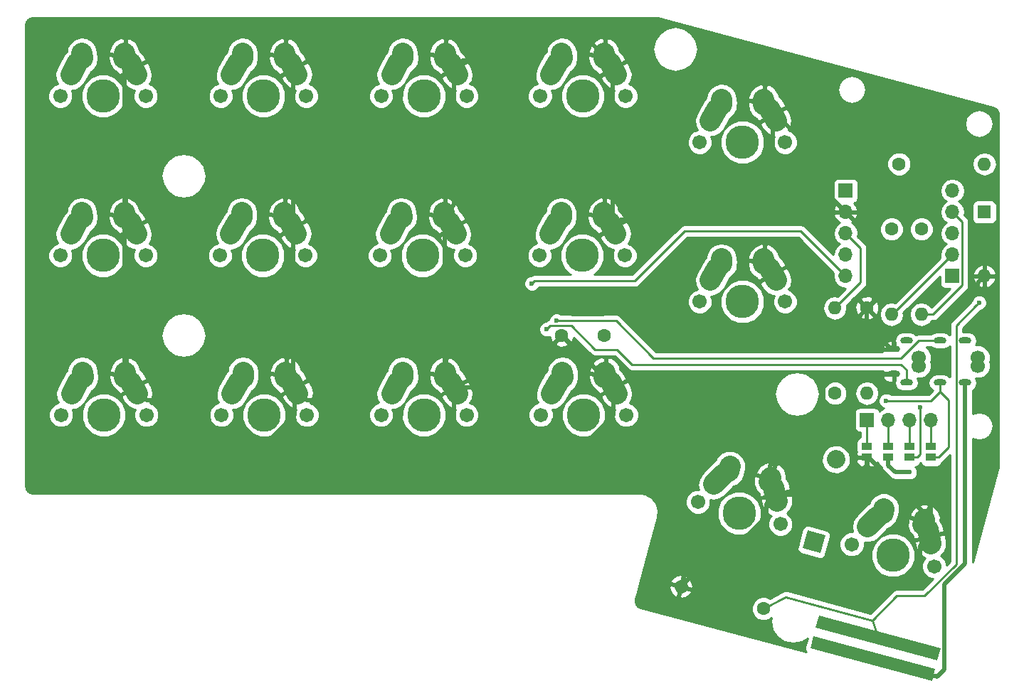
<source format=gbl>
G04 #@! TF.FileFunction,Copper,L2,Bot,Signal*
%FSLAX46Y46*%
G04 Gerber Fmt 4.6, Leading zero omitted, Abs format (unit mm)*
G04 Created by KiCad (PCBNEW 4.0.7) date 06/17/18 20:50:59*
%MOMM*%
%LPD*%
G01*
G04 APERTURE LIST*
%ADD10C,0.100000*%
%ADD11C,1.600000*%
%ADD12C,2.200000*%
%ADD13R,1.700000X1.700000*%
%ADD14O,1.700000X1.700000*%
%ADD15R,1.270000X0.970000*%
%ADD16O,1.600000X1.600000*%
%ADD17C,1.600000*%
%ADD18R,1.600000X1.600000*%
%ADD19C,2.500000*%
%ADD20C,3.987810*%
%ADD21C,1.701810*%
%ADD22O,1.524000X0.762000*%
%ADD23C,1.700000*%
%ADD24C,0.600000*%
%ADD25C,0.500000*%
%ADD26C,0.250000*%
%ADD27C,0.254000*%
G04 APERTURE END LIST*
D10*
D11*
X134500000Y-98500000D03*
X139500000Y-98500000D03*
D10*
G36*
X165280216Y-124445025D02*
X163155180Y-123875623D01*
X163724582Y-121750587D01*
X165849618Y-122319989D01*
X165280216Y-124445025D01*
X165280216Y-124445025D01*
G37*
D12*
X167132000Y-113284000D02*
X167132000Y-113284000D01*
D13*
X168275000Y-81280000D03*
D14*
X168275000Y-83820000D03*
X168275000Y-86360000D03*
X168275000Y-88900000D03*
X168275000Y-91440000D03*
D13*
X180975000Y-91440000D03*
D14*
X180975000Y-88900000D03*
X180975000Y-86360000D03*
X180975000Y-83820000D03*
X180975000Y-81280000D03*
D13*
X170815000Y-108585000D03*
D14*
X173355000Y-108585000D03*
X175895000Y-108585000D03*
X178435000Y-108585000D03*
D15*
X178435000Y-113035000D03*
X178435000Y-111755000D03*
X175895000Y-113035000D03*
X175895000Y-111755000D03*
X173355000Y-113035000D03*
X173355000Y-111755000D03*
X170815000Y-113035000D03*
X170815000Y-111755000D03*
D10*
G36*
X164715736Y-133341441D02*
X165110176Y-131869370D01*
X179599064Y-135751655D01*
X179204624Y-137223726D01*
X164715736Y-133341441D01*
X164715736Y-133341441D01*
G37*
G36*
X164058336Y-135794893D02*
X164452776Y-134322822D01*
X178941664Y-138205107D01*
X178547224Y-139677178D01*
X164058336Y-135794893D01*
X164058336Y-135794893D01*
G37*
D11*
X174625000Y-78105000D03*
D16*
X184785000Y-78105000D03*
D11*
X173736000Y-85852000D03*
D16*
X173736000Y-96012000D03*
D11*
X177292000Y-85852000D03*
D16*
X177292000Y-96012000D03*
D11*
X167005000Y-105410000D03*
D16*
X167005000Y-95250000D03*
D11*
X170815000Y-95250000D03*
D16*
X170815000Y-105410000D03*
D11*
X158496000Y-131064000D03*
D17*
X148682194Y-128434399D02*
X148682194Y-128434399D01*
D18*
X184785000Y-83820000D03*
D16*
X184785000Y-91440000D03*
D19*
X77420276Y-64920672D02*
X77459724Y-65499328D01*
X83110184Y-65999693D02*
X83919816Y-67460307D01*
D20*
X79920000Y-70000000D03*
D21*
X74840000Y-70000000D03*
X85000000Y-70000000D03*
D19*
X76920453Y-66000046D02*
X76109547Y-67459954D01*
X82459724Y-64920672D02*
X82420276Y-65499328D01*
X77420276Y-83920672D02*
X77459724Y-84499328D01*
X83110184Y-84999693D02*
X83919816Y-86460307D01*
D20*
X79920000Y-89000000D03*
D21*
X74840000Y-89000000D03*
X85000000Y-89000000D03*
D19*
X76920453Y-85000046D02*
X76109547Y-86459954D01*
X82459724Y-83920672D02*
X82420276Y-84499328D01*
X77500276Y-102920672D02*
X77539724Y-103499328D01*
X83190184Y-103999693D02*
X83999816Y-105460307D01*
D20*
X80000000Y-108000000D03*
D21*
X74920000Y-108000000D03*
X85080000Y-108000000D03*
D19*
X77000453Y-104000046D02*
X76189547Y-105459954D01*
X82539724Y-102920672D02*
X82500276Y-103499328D01*
X96500276Y-64920672D02*
X96539724Y-65499328D01*
X102190184Y-65999693D02*
X102999816Y-67460307D01*
D20*
X99000000Y-70000000D03*
D21*
X93920000Y-70000000D03*
X104080000Y-70000000D03*
D19*
X96000453Y-66000046D02*
X95189547Y-67459954D01*
X101539724Y-64920672D02*
X101500276Y-65499328D01*
X96420276Y-83920672D02*
X96459724Y-84499328D01*
X102110184Y-84999693D02*
X102919816Y-86460307D01*
D20*
X98920000Y-89000000D03*
D21*
X93840000Y-89000000D03*
X104000000Y-89000000D03*
D19*
X95920453Y-85000046D02*
X95109547Y-86459954D01*
X101459724Y-83920672D02*
X101420276Y-84499328D01*
X96580276Y-102920672D02*
X96619724Y-103499328D01*
X102270184Y-103999693D02*
X103079816Y-105460307D01*
D20*
X99080000Y-108000000D03*
D21*
X94000000Y-108000000D03*
X104160000Y-108000000D03*
D19*
X96080453Y-104000046D02*
X95269547Y-105459954D01*
X101619724Y-102920672D02*
X101580276Y-103499328D01*
X115580276Y-64920672D02*
X115619724Y-65499328D01*
X121270184Y-65999693D02*
X122079816Y-67460307D01*
D20*
X118080000Y-70000000D03*
D21*
X113000000Y-70000000D03*
X123160000Y-70000000D03*
D19*
X115080453Y-66000046D02*
X114269547Y-67459954D01*
X120619724Y-64920672D02*
X120580276Y-65499328D01*
X115420276Y-83920672D02*
X115459724Y-84499328D01*
X121110184Y-84999693D02*
X121919816Y-86460307D01*
D20*
X117920000Y-89000000D03*
D21*
X112840000Y-89000000D03*
X123000000Y-89000000D03*
D19*
X114920453Y-85000046D02*
X114109547Y-86459954D01*
X120459724Y-83920672D02*
X120420276Y-84499328D01*
X115580276Y-102920672D02*
X115619724Y-103499328D01*
X121270184Y-103999693D02*
X122079816Y-105460307D01*
D20*
X118080000Y-108000000D03*
D21*
X113000000Y-108000000D03*
X123160000Y-108000000D03*
D19*
X115080453Y-104000046D02*
X114269547Y-105459954D01*
X120619724Y-102920672D02*
X120580276Y-103499328D01*
X134500276Y-64920672D02*
X134539724Y-65499328D01*
X140190184Y-65999693D02*
X140999816Y-67460307D01*
D20*
X137000000Y-70000000D03*
D21*
X131920000Y-70000000D03*
X142080000Y-70000000D03*
D19*
X134000453Y-66000046D02*
X133189547Y-67459954D01*
X139539724Y-64920672D02*
X139500276Y-65499328D01*
X134420276Y-83920672D02*
X134459724Y-84499328D01*
X140110184Y-84999693D02*
X140919816Y-86460307D01*
D20*
X136920000Y-89000000D03*
D21*
X131840000Y-89000000D03*
X142000000Y-89000000D03*
D19*
X133920453Y-85000046D02*
X133109547Y-86459954D01*
X139459724Y-83920672D02*
X139420276Y-84499328D01*
X134580276Y-102920672D02*
X134619724Y-103499328D01*
X140270184Y-103999693D02*
X141079816Y-105460307D01*
D20*
X137080000Y-108000000D03*
D21*
X132000000Y-108000000D03*
X142160000Y-108000000D03*
D19*
X134080453Y-104000046D02*
X133269547Y-105459954D01*
X139619724Y-102920672D02*
X139580276Y-103499328D01*
X153500276Y-70420672D02*
X153539724Y-70999328D01*
X159190184Y-71499693D02*
X159999816Y-72960307D01*
D20*
X156000000Y-75500000D03*
D21*
X150920000Y-75500000D03*
X161080000Y-75500000D03*
D19*
X153000453Y-71500046D02*
X152189547Y-72959954D01*
X158539724Y-70420672D02*
X158500276Y-70999328D01*
X153500276Y-89420672D02*
X153539724Y-89999328D01*
X159190184Y-90499693D02*
X159999816Y-91960307D01*
D20*
X156000000Y-94500000D03*
D21*
X150920000Y-94500000D03*
X161080000Y-94500000D03*
D19*
X153000453Y-90500046D02*
X152189547Y-91959954D01*
X158539724Y-89420672D02*
X158500276Y-89999328D01*
X154500078Y-114131968D02*
X154388416Y-114701118D01*
X159716837Y-116646879D02*
X160120847Y-118267273D01*
D20*
X155600000Y-119685199D03*
D21*
X150693097Y-118370398D03*
X160506903Y-121000000D03*
D19*
X153737925Y-115045201D02*
X152576797Y-116245485D01*
X159367812Y-115436273D02*
X159179940Y-115985003D01*
X172806981Y-119161570D02*
X172695319Y-119730720D01*
X178023740Y-121676481D02*
X178427750Y-123296875D01*
D20*
X173906903Y-124714801D03*
D21*
X169000000Y-123400000D03*
X178813806Y-126029602D03*
D19*
X172044828Y-120074803D02*
X170883700Y-121275087D01*
X177674715Y-120465875D02*
X177486843Y-121014605D01*
D22*
X182500000Y-104140000D03*
X179500000Y-104140000D03*
X175500000Y-104140000D03*
X174000000Y-100140000D03*
X182500000Y-99140000D03*
X179500000Y-99140000D03*
X175500000Y-99140000D03*
X174000000Y-103140000D03*
D23*
X184000000Y-101140000D03*
X177000000Y-101140000D03*
X184000000Y-102140000D03*
X177000000Y-102140000D03*
D24*
X178435000Y-114681000D03*
X165608000Y-107696000D03*
X139700000Y-95758000D03*
X135890000Y-96012000D03*
X131445000Y-94488000D03*
X175895000Y-114808000D03*
X130937000Y-92329000D03*
X177165000Y-107061000D03*
X132715000Y-97790000D03*
X184150000Y-94615000D03*
X173101000Y-106299000D03*
X133858000Y-96749989D03*
D25*
X135890000Y-96012000D02*
X139446000Y-96012000D01*
X139446000Y-96012000D02*
X139700000Y-95758000D01*
X170815000Y-113035000D02*
X170965000Y-113035000D01*
X170965000Y-113035000D02*
X177580779Y-119650779D01*
X177580779Y-119650779D02*
X177580779Y-120740240D01*
X178435000Y-114681000D02*
X178435000Y-119886019D01*
X178435000Y-119886019D02*
X177580779Y-120740240D01*
X170815000Y-113035000D02*
X170815000Y-114020000D01*
X167377924Y-117457076D02*
X161307109Y-117457076D01*
X170815000Y-114020000D02*
X167377924Y-117457076D01*
X161307109Y-117457076D02*
X159918842Y-117457076D01*
X157226000Y-78994000D02*
X159595000Y-76625000D01*
X159595000Y-76625000D02*
X159595000Y-72230000D01*
X152908000Y-78994000D02*
X157226000Y-78994000D01*
X147162213Y-84739787D02*
X152908000Y-78994000D01*
X140515000Y-85730000D02*
X141505213Y-84739787D01*
X141505213Y-84739787D02*
X147162213Y-84739787D01*
X164973000Y-77163000D02*
X164973000Y-80518000D01*
X164973000Y-80518000D02*
X168275000Y-83820000D01*
X158520000Y-70710000D02*
X164973000Y-77163000D01*
X175006000Y-97663000D02*
X174000000Y-98669000D01*
X174000000Y-98669000D02*
X174000000Y-100140000D01*
X179197000Y-97663000D02*
X175006000Y-97663000D01*
X183985001Y-92874999D02*
X179197000Y-97663000D01*
X184785000Y-91440000D02*
X183985001Y-92239999D01*
X183985001Y-92239999D02*
X183985001Y-92874999D01*
X167116000Y-103140000D02*
X165608000Y-104648000D01*
X165608000Y-104648000D02*
X165608000Y-107696000D01*
X174000000Y-103140000D02*
X167116000Y-103140000D01*
X170815000Y-95250000D02*
X170815000Y-97336000D01*
X170815000Y-97336000D02*
X173619000Y-100140000D01*
X173619000Y-100140000D02*
X174000000Y-100140000D01*
X170815000Y-95250000D02*
X171614999Y-94450001D01*
X171614999Y-87159999D02*
X169124999Y-84669999D01*
X169124999Y-84669999D02*
X168275000Y-83820000D01*
X171614999Y-94450001D02*
X171614999Y-87159999D01*
X165608000Y-107696000D02*
X159273876Y-114030124D01*
X159273876Y-114030124D02*
X159273876Y-115710638D01*
X129794000Y-62611000D02*
X136921000Y-62611000D01*
X136921000Y-62611000D02*
X139520000Y-65210000D01*
X126665213Y-65739787D02*
X129794000Y-62611000D01*
X121675000Y-66730000D02*
X122665213Y-65739787D01*
X122665213Y-65739787D02*
X126665213Y-65739787D01*
X140595000Y-66730000D02*
X140595000Y-85650000D01*
X140595000Y-85650000D02*
X140515000Y-85730000D01*
X134500000Y-98500000D02*
X139210000Y-103210000D01*
X139210000Y-103210000D02*
X139600000Y-103210000D01*
X135890000Y-96012000D02*
X134366000Y-94488000D01*
X134366000Y-94488000D02*
X131445000Y-94488000D01*
X151511000Y-122936000D02*
X151511000Y-125605593D01*
X151511000Y-125605593D02*
X148682194Y-128434399D01*
X175006000Y-128397000D02*
X177123867Y-126279133D01*
X177123867Y-126279133D02*
X177123867Y-123588556D01*
X177123867Y-123588556D02*
X178225745Y-122486678D01*
X163195000Y-128397000D02*
X175006000Y-128397000D01*
X157734000Y-122936000D02*
X163195000Y-128397000D01*
X155966181Y-122936000D02*
X157734000Y-122936000D01*
X151511000Y-122936000D02*
X155966181Y-122936000D01*
X155966181Y-122936000D02*
X158816964Y-120085217D01*
X158816964Y-120085217D02*
X158816964Y-118558954D01*
X158816964Y-118558954D02*
X159918842Y-117457076D01*
X144526000Y-115951000D02*
X151511000Y-122936000D01*
X140462000Y-115951000D02*
X144526000Y-115951000D01*
X136809982Y-112298982D02*
X140462000Y-115951000D01*
X136809982Y-111887000D02*
X140675000Y-108021982D01*
X136809982Y-111887000D02*
X136809982Y-112298982D01*
X136555982Y-112141000D02*
X136809982Y-111887000D01*
X131191000Y-112141000D02*
X136555982Y-112141000D01*
X140675000Y-108021982D02*
X140675000Y-106739654D01*
X140675000Y-106739654D02*
X140675000Y-104730000D01*
X123780000Y-104730000D02*
X131191000Y-112141000D01*
X121675000Y-104730000D02*
X123780000Y-104730000D01*
X118999000Y-112268000D02*
X121675000Y-109592000D01*
X121675000Y-109592000D02*
X121675000Y-104730000D01*
X112141000Y-112268000D02*
X118999000Y-112268000D01*
X106106991Y-106233991D02*
X112141000Y-112268000D01*
X102675000Y-104730000D02*
X104178991Y-106233991D01*
X104178991Y-106233991D02*
X106106991Y-106233991D01*
X92202000Y-111887000D02*
X98809982Y-111887000D01*
X98809982Y-111887000D02*
X102675000Y-108021982D01*
X102675000Y-108021982D02*
X102675000Y-106739654D01*
X102675000Y-106739654D02*
X102675000Y-104730000D01*
X86548991Y-106233991D02*
X92202000Y-111887000D01*
X83595000Y-104730000D02*
X85098991Y-106233991D01*
X85098991Y-106233991D02*
X86548991Y-106233991D01*
X120440000Y-84210000D02*
X121675000Y-82975000D01*
X121675000Y-82975000D02*
X121675000Y-66730000D01*
X120600000Y-103210000D02*
X120600000Y-84370000D01*
X120600000Y-84370000D02*
X120440000Y-84210000D01*
X102515000Y-85730000D02*
X102515000Y-104570000D01*
X102515000Y-104570000D02*
X102675000Y-104730000D01*
X102515000Y-85730000D02*
X102515000Y-66810000D01*
X102515000Y-66810000D02*
X102595000Y-66730000D01*
X82440000Y-84210000D02*
X82440000Y-103130000D01*
X82440000Y-103130000D02*
X82520000Y-103210000D01*
X82440000Y-65210000D02*
X82440000Y-84210000D01*
X174143000Y-114808000D02*
X175895000Y-114808000D01*
X173355000Y-113035000D02*
X173355000Y-114020000D01*
X173355000Y-114020000D02*
X174143000Y-114808000D01*
X182500000Y-104140000D02*
X182500000Y-125729000D01*
X182500000Y-125729000D02*
X180049074Y-128179926D01*
X180049074Y-128179926D02*
X180049074Y-138339926D01*
X180049074Y-138339926D02*
X179197000Y-139192000D01*
X179197000Y-139192000D02*
X171500000Y-137000000D01*
D26*
X167005000Y-95250000D02*
X170053000Y-92202000D01*
X170053000Y-92202000D02*
X170053000Y-88138000D01*
X170053000Y-88138000D02*
X168275000Y-86360000D01*
X149098000Y-86106000D02*
X162941000Y-86106000D01*
X162941000Y-86106000D02*
X168275000Y-91440000D01*
X143174999Y-92029001D02*
X149098000Y-86106000D01*
X130937000Y-92329000D02*
X131236999Y-92029001D01*
X131236999Y-92029001D02*
X143174999Y-92029001D01*
X177165000Y-112650000D02*
X177165000Y-107061000D01*
X175895000Y-113035000D02*
X176780000Y-113035000D01*
X176780000Y-113035000D02*
X177165000Y-112650000D01*
X174879000Y-101981000D02*
X175500000Y-102602000D01*
X175500000Y-102602000D02*
X175500000Y-104140000D01*
X142875000Y-101981000D02*
X174879000Y-101981000D01*
X141097000Y-100203000D02*
X142875000Y-101981000D01*
X138430000Y-100203000D02*
X141097000Y-100203000D01*
X135601999Y-97374999D02*
X138430000Y-100203000D01*
X132715000Y-97790000D02*
X133130001Y-97374999D01*
X133130001Y-97374999D02*
X135601999Y-97374999D01*
X180975000Y-88900000D02*
X173863000Y-96012000D01*
X173863000Y-96012000D02*
X173736000Y-96012000D01*
X181412990Y-97352010D02*
X183850001Y-94914999D01*
X181412990Y-125800010D02*
X181412990Y-97352010D01*
X177673000Y-129540000D02*
X181412990Y-125800010D01*
X174371000Y-129540000D02*
X177673000Y-129540000D01*
X171450000Y-132461000D02*
X174371000Y-129540000D01*
X183850001Y-94914999D02*
X184150000Y-94615000D01*
X158496000Y-131064000D02*
X161163000Y-129667000D01*
X171450000Y-132461000D02*
X172157400Y-134546548D01*
X161163000Y-129667000D02*
X171450000Y-132461000D01*
X133858000Y-96749989D02*
X140945989Y-96749989D01*
X140945989Y-96749989D02*
X145415000Y-101219000D01*
X145415000Y-101219000D02*
X174879000Y-101219000D01*
X174879000Y-101219000D02*
X176958000Y-99140000D01*
X176958000Y-99140000D02*
X179500000Y-99140000D01*
X178435000Y-113035000D02*
X179320000Y-113035000D01*
X179320000Y-113035000D02*
X180512000Y-111843000D01*
X180512000Y-111843000D02*
X180512000Y-106246000D01*
X180512000Y-106246000D02*
X179500000Y-105234000D01*
X178435000Y-106299000D02*
X179500000Y-105234000D01*
X179500000Y-105234000D02*
X179500000Y-104140000D01*
X173101000Y-106299000D02*
X178435000Y-106299000D01*
X180975000Y-83820000D02*
X182150001Y-84995001D01*
X182150001Y-84995001D02*
X182150001Y-92550001D01*
X182150001Y-92550001D02*
X178688002Y-96012000D01*
X178688002Y-96012000D02*
X178423370Y-96012000D01*
X178423370Y-96012000D02*
X177292000Y-96012000D01*
X170815000Y-111755000D02*
X170815000Y-111020000D01*
X170815000Y-111020000D02*
X170815000Y-108585000D01*
X173355000Y-111755000D02*
X173355000Y-111020000D01*
X173355000Y-111020000D02*
X173355000Y-108585000D01*
X175895000Y-111755000D02*
X175895000Y-108585000D01*
X178435000Y-111755000D02*
X178435000Y-108585000D01*
D27*
G36*
X146188482Y-60724391D02*
X185793525Y-71336531D01*
X186134899Y-71505620D01*
X186340707Y-71741126D01*
X186455554Y-72081405D01*
X186460819Y-72162824D01*
X186460819Y-113883763D01*
X186421428Y-114182971D01*
X183385000Y-125515073D01*
X183385000Y-110796716D01*
X183500997Y-110874223D01*
X184145819Y-111002486D01*
X184790641Y-110874223D01*
X185337294Y-110508961D01*
X185702556Y-109962308D01*
X185830819Y-109317486D01*
X185702556Y-108672664D01*
X185337294Y-108126011D01*
X184790641Y-107760749D01*
X184145819Y-107632486D01*
X183500997Y-107760749D01*
X183385000Y-107838256D01*
X183385000Y-105019979D01*
X183626789Y-104858420D01*
X183847031Y-104528806D01*
X183924369Y-104140000D01*
X183847031Y-103751194D01*
X183762573Y-103624794D01*
X184294089Y-103625257D01*
X184840086Y-103399656D01*
X185258188Y-102982283D01*
X185484742Y-102436681D01*
X185485257Y-101845911D01*
X185400246Y-101640169D01*
X185484742Y-101436681D01*
X185485257Y-100845911D01*
X185259656Y-100299914D01*
X184842283Y-99881812D01*
X184296681Y-99655258D01*
X183762849Y-99654793D01*
X183847031Y-99528806D01*
X183924369Y-99140000D01*
X183847031Y-98751194D01*
X183626789Y-98421580D01*
X183297175Y-98201338D01*
X182908369Y-98124000D01*
X182172990Y-98124000D01*
X182172990Y-97666812D01*
X184289680Y-95550122D01*
X184335167Y-95550162D01*
X184678943Y-95408117D01*
X184942192Y-95145327D01*
X185084838Y-94801799D01*
X185085162Y-94429833D01*
X184943117Y-94086057D01*
X184680327Y-93822808D01*
X184336799Y-93680162D01*
X183964833Y-93679838D01*
X183621057Y-93821883D01*
X183357808Y-94084673D01*
X183215162Y-94428201D01*
X183215121Y-94475077D01*
X180875589Y-96814609D01*
X180710842Y-97061171D01*
X180652990Y-97352010D01*
X180652990Y-98460792D01*
X180626789Y-98421580D01*
X180297175Y-98201338D01*
X179908369Y-98124000D01*
X179091631Y-98124000D01*
X178702825Y-98201338D01*
X178435440Y-98380000D01*
X176958000Y-98380000D01*
X176667161Y-98437852D01*
X176646767Y-98451479D01*
X176626789Y-98421580D01*
X176297175Y-98201338D01*
X175908369Y-98124000D01*
X175091631Y-98124000D01*
X174702825Y-98201338D01*
X174373211Y-98421580D01*
X174152969Y-98751194D01*
X174075631Y-99140000D01*
X174127000Y-99398250D01*
X174127000Y-100013000D01*
X174147000Y-100013000D01*
X174147000Y-100267000D01*
X174127000Y-100267000D01*
X174127000Y-100287000D01*
X173873000Y-100287000D01*
X173873000Y-100267000D01*
X172771210Y-100267000D01*
X172643247Y-100423127D01*
X172660642Y-100459000D01*
X145729802Y-100459000D01*
X145127675Y-99856873D01*
X172643247Y-99856873D01*
X172771210Y-100013000D01*
X173873000Y-100013000D01*
X173873000Y-99124000D01*
X173492000Y-99124000D01*
X173112861Y-99249939D01*
X172810777Y-99511382D01*
X172643247Y-99856873D01*
X145127675Y-99856873D01*
X141483390Y-96212588D01*
X141236828Y-96047841D01*
X140945989Y-95989989D01*
X134420463Y-95989989D01*
X134388327Y-95957797D01*
X134044799Y-95815151D01*
X133672833Y-95814827D01*
X133329057Y-95956872D01*
X133065808Y-96219662D01*
X132923162Y-96563190D01*
X132923081Y-96656158D01*
X132839162Y-96672851D01*
X132592600Y-96837598D01*
X132575320Y-96854878D01*
X132529833Y-96854838D01*
X132186057Y-96996883D01*
X131922808Y-97259673D01*
X131780162Y-97603201D01*
X131779838Y-97975167D01*
X131921883Y-98318943D01*
X132184673Y-98582192D01*
X132528201Y-98724838D01*
X132900167Y-98725162D01*
X133070745Y-98654681D01*
X133080222Y-98853454D01*
X133246136Y-99254005D01*
X133492255Y-99328139D01*
X134320395Y-98500000D01*
X134306253Y-98485858D01*
X134485858Y-98306253D01*
X134500000Y-98320395D01*
X134514143Y-98306253D01*
X134693748Y-98485858D01*
X134679605Y-98500000D01*
X135507745Y-99328139D01*
X135753864Y-99254005D01*
X135926344Y-98774146D01*
X137892599Y-100740401D01*
X138139160Y-100905148D01*
X138430000Y-100963000D01*
X140782198Y-100963000D01*
X142337599Y-102518401D01*
X142584161Y-102683148D01*
X142875000Y-102741000D01*
X172699434Y-102741000D01*
X172643247Y-102856873D01*
X172771210Y-103013000D01*
X173873000Y-103013000D01*
X173873000Y-102993000D01*
X174127000Y-102993000D01*
X174127000Y-103013000D01*
X174147000Y-103013000D01*
X174147000Y-103267000D01*
X174127000Y-103267000D01*
X174127000Y-103881750D01*
X174075631Y-104140000D01*
X174152969Y-104528806D01*
X174373211Y-104858420D01*
X174702825Y-105078662D01*
X175091631Y-105156000D01*
X175908369Y-105156000D01*
X176297175Y-105078662D01*
X176626789Y-104858420D01*
X176847031Y-104528806D01*
X176924369Y-104140000D01*
X176847031Y-103751194D01*
X176762573Y-103624794D01*
X177294089Y-103625257D01*
X177840086Y-103399656D01*
X178258188Y-102982283D01*
X178484742Y-102436681D01*
X178485257Y-101845911D01*
X178400246Y-101640169D01*
X178484742Y-101436681D01*
X178485257Y-100845911D01*
X178259656Y-100299914D01*
X177860439Y-99900000D01*
X178435440Y-99900000D01*
X178702825Y-100078662D01*
X179091631Y-100156000D01*
X179908369Y-100156000D01*
X180297175Y-100078662D01*
X180626789Y-99858420D01*
X180652990Y-99819208D01*
X180652990Y-103460792D01*
X180626789Y-103421580D01*
X180297175Y-103201338D01*
X179908369Y-103124000D01*
X179091631Y-103124000D01*
X178702825Y-103201338D01*
X178373211Y-103421580D01*
X178152969Y-103751194D01*
X178075631Y-104140000D01*
X178152969Y-104528806D01*
X178373211Y-104858420D01*
X178629518Y-105029680D01*
X178120198Y-105539000D01*
X173663463Y-105539000D01*
X173631327Y-105506808D01*
X173287799Y-105364162D01*
X172915833Y-105363838D01*
X172572057Y-105505883D01*
X172308808Y-105768673D01*
X172166162Y-106112201D01*
X172165838Y-106484167D01*
X172307883Y-106827943D01*
X172570673Y-107091192D01*
X172791673Y-107182960D01*
X172786715Y-107183946D01*
X172304946Y-107505853D01*
X172277150Y-107547452D01*
X172268162Y-107499683D01*
X172129090Y-107283559D01*
X171916890Y-107138569D01*
X171665000Y-107087560D01*
X169965000Y-107087560D01*
X169729683Y-107131838D01*
X169513559Y-107270910D01*
X169368569Y-107483110D01*
X169317560Y-107735000D01*
X169317560Y-109435000D01*
X169361838Y-109670317D01*
X169500910Y-109886441D01*
X169713110Y-110031431D01*
X169965000Y-110082440D01*
X170055000Y-110082440D01*
X170055000Y-110646080D01*
X169944683Y-110666838D01*
X169728559Y-110805910D01*
X169583569Y-111018110D01*
X169532560Y-111270000D01*
X169532560Y-112240000D01*
X169560213Y-112386963D01*
X169545000Y-112423690D01*
X169545000Y-112749250D01*
X169703750Y-112908000D01*
X170688000Y-112908000D01*
X170688000Y-112888000D01*
X170942000Y-112888000D01*
X170942000Y-112908000D01*
X170962000Y-112908000D01*
X170962000Y-113162000D01*
X170942000Y-113162000D01*
X170942000Y-113996250D01*
X171100750Y-114155000D01*
X171576309Y-114155000D01*
X171809698Y-114058327D01*
X171988327Y-113879699D01*
X172085000Y-113646310D01*
X172085000Y-113586113D01*
X172116838Y-113755317D01*
X172255910Y-113971441D01*
X172468110Y-114116431D01*
X172490065Y-114120877D01*
X172517096Y-114256767D01*
X172537367Y-114358675D01*
X172672903Y-114561520D01*
X172729210Y-114645790D01*
X173517208Y-115433787D01*
X173517210Y-115433790D01*
X173766250Y-115600192D01*
X173804325Y-115625633D01*
X174143000Y-115693001D01*
X174143005Y-115693000D01*
X175588178Y-115693000D01*
X175708201Y-115742838D01*
X176080167Y-115743162D01*
X176423943Y-115601117D01*
X176687192Y-115338327D01*
X176829838Y-114994799D01*
X176830162Y-114622833D01*
X176688117Y-114279057D01*
X176569311Y-114160043D01*
X176765317Y-114123162D01*
X176981441Y-113984090D01*
X177126431Y-113771890D01*
X177143267Y-113688754D01*
X177179729Y-113664390D01*
X177196838Y-113755317D01*
X177335910Y-113971441D01*
X177548110Y-114116431D01*
X177800000Y-114167440D01*
X179070000Y-114167440D01*
X179305317Y-114123162D01*
X179521441Y-113984090D01*
X179666431Y-113771890D01*
X179683267Y-113688754D01*
X179857401Y-113572401D01*
X180652990Y-112776812D01*
X180652990Y-125485208D01*
X180299879Y-125838319D01*
X180299969Y-125735334D01*
X180074230Y-125189004D01*
X179656603Y-124770647D01*
X179595090Y-124745105D01*
X179978101Y-124376582D01*
X180273273Y-123701101D01*
X180287481Y-122964080D01*
X180085477Y-122153883D01*
X178541015Y-122538960D01*
X178816816Y-122356442D01*
X178936868Y-122178487D01*
X180024028Y-121907428D01*
X179822024Y-121097231D01*
X179525242Y-120564116D01*
X179548021Y-120220766D01*
X179311625Y-119522540D01*
X178826024Y-118967929D01*
X178666996Y-118863189D01*
X178352515Y-118878259D01*
X178039573Y-119792289D01*
X177986341Y-119791852D01*
X177730484Y-119975322D01*
X177721192Y-119938054D01*
X178112209Y-118795984D01*
X177872956Y-118591329D01*
X177683104Y-118576620D01*
X176959479Y-118717221D01*
X176344742Y-119124038D01*
X175932482Y-119735138D01*
X175838546Y-120009503D01*
X176756947Y-120323942D01*
X176551148Y-120521956D01*
X175756271Y-120249809D01*
X175662335Y-120524173D01*
X175613537Y-121259714D01*
X175849933Y-121957940D01*
X176271157Y-122439025D01*
X176366013Y-122819473D01*
X177062599Y-122645795D01*
X177049349Y-122684496D01*
X177254268Y-122859782D01*
X176427462Y-123065928D01*
X176629466Y-123876125D01*
X176988022Y-124520206D01*
X177565763Y-124978045D01*
X177719982Y-125021963D01*
X177554851Y-125186805D01*
X177328159Y-125732740D01*
X177327643Y-126323870D01*
X177553382Y-126870200D01*
X177971009Y-127288557D01*
X178516944Y-127515249D01*
X178622857Y-127515341D01*
X177358198Y-128780000D01*
X174371000Y-128780000D01*
X174080161Y-128837852D01*
X173833599Y-129002599D01*
X171224090Y-131612108D01*
X161362203Y-128933571D01*
X161228284Y-128924335D01*
X161094832Y-128910064D01*
X161080879Y-128914170D01*
X161066369Y-128913169D01*
X160939136Y-128955876D01*
X160810354Y-128993768D01*
X159237011Y-129817900D01*
X158782691Y-129629250D01*
X158211813Y-129628752D01*
X157684200Y-129846757D01*
X157280176Y-130250077D01*
X157061250Y-130777309D01*
X157060752Y-131348187D01*
X157278757Y-131875800D01*
X157682077Y-132279824D01*
X158209309Y-132498750D01*
X158780187Y-132499248D01*
X159307800Y-132281243D01*
X159411627Y-132177597D01*
X159341228Y-132531516D01*
X159545611Y-133559021D01*
X160127646Y-134430098D01*
X160998723Y-135012133D01*
X162026228Y-135216516D01*
X163053733Y-135012133D01*
X163716448Y-134569321D01*
X163432957Y-135627323D01*
X163414822Y-135866082D01*
X163493218Y-136110836D01*
X163596376Y-136230953D01*
X143885054Y-130949320D01*
X143542849Y-130780563D01*
X143336631Y-130545417D01*
X143236098Y-130249255D01*
X143261052Y-129868523D01*
X143307653Y-129694602D01*
X148476004Y-129694602D01*
X148659088Y-129869223D01*
X149209930Y-129768846D01*
X149680429Y-129465312D01*
X149936332Y-129131796D01*
X149875968Y-128885750D01*
X148771997Y-128589942D01*
X148476004Y-129694602D01*
X143307653Y-129694602D01*
X143651515Y-128411294D01*
X147247380Y-128411294D01*
X147302241Y-128828078D01*
X147557938Y-129326196D01*
X147984792Y-129688546D01*
X148230658Y-129628862D01*
X148526651Y-128524202D01*
X147856355Y-128344596D01*
X148837737Y-128344596D01*
X149941708Y-128640405D01*
X150117008Y-128457504D01*
X150062147Y-128040720D01*
X149806450Y-127542602D01*
X149379596Y-127180252D01*
X149133730Y-127239936D01*
X148837737Y-128344596D01*
X147856355Y-128344596D01*
X147422680Y-128228393D01*
X147247380Y-128411294D01*
X143651515Y-128411294D01*
X143832191Y-127737002D01*
X147428056Y-127737002D01*
X147488420Y-127983048D01*
X148592391Y-128278856D01*
X148888384Y-127174196D01*
X148705300Y-126999575D01*
X148154458Y-127099952D01*
X147683959Y-127403486D01*
X147428056Y-127737002D01*
X143832191Y-127737002D01*
X144502485Y-125235428D01*
X171277543Y-125235428D01*
X171676927Y-126202010D01*
X172415804Y-126942178D01*
X173381687Y-127343248D01*
X174427530Y-127344161D01*
X175394112Y-126944777D01*
X176134280Y-126205900D01*
X176535350Y-125240017D01*
X176536263Y-124194174D01*
X176136879Y-123227592D01*
X175398002Y-122487424D01*
X174432119Y-122086354D01*
X173386276Y-122085441D01*
X172419694Y-122484825D01*
X171679526Y-123223702D01*
X171278456Y-124189585D01*
X171277543Y-125235428D01*
X144502485Y-125235428D01*
X144847769Y-123946812D01*
X162511666Y-123946812D01*
X162590062Y-124191566D01*
X162757505Y-124386537D01*
X162987610Y-124501002D01*
X165112646Y-125070404D01*
X165351405Y-125088539D01*
X165596159Y-125010143D01*
X165791130Y-124842700D01*
X165905595Y-124612595D01*
X166151660Y-123694268D01*
X167513837Y-123694268D01*
X167739576Y-124240598D01*
X168157203Y-124658955D01*
X168703138Y-124885647D01*
X169294268Y-124886163D01*
X169840598Y-124660424D01*
X170258955Y-124242797D01*
X170485647Y-123696862D01*
X170486144Y-123126933D01*
X170877903Y-123198127D01*
X171596783Y-123042700D01*
X172201462Y-122624001D01*
X173248649Y-121541499D01*
X173738464Y-121337107D01*
X174257172Y-120815677D01*
X174536852Y-120135438D01*
X174664922Y-119482660D01*
X174662996Y-118747172D01*
X174379758Y-118068406D01*
X173858328Y-117549699D01*
X173178089Y-117270019D01*
X172442601Y-117271944D01*
X171763836Y-117555183D01*
X171245128Y-118076613D01*
X171078122Y-118482806D01*
X170727066Y-118725889D01*
X169491838Y-120002773D01*
X169093417Y-120621002D01*
X168961910Y-121344640D01*
X169085046Y-121914168D01*
X168705732Y-121913837D01*
X168159402Y-122139576D01*
X167741045Y-122557203D01*
X167514353Y-123103138D01*
X167513837Y-123694268D01*
X166151660Y-123694268D01*
X166474997Y-122487559D01*
X166493132Y-122248800D01*
X166414736Y-122004046D01*
X166247293Y-121809075D01*
X166017188Y-121694610D01*
X163892152Y-121125208D01*
X163653393Y-121107073D01*
X163408639Y-121185469D01*
X163213668Y-121352912D01*
X163099203Y-121583017D01*
X162529801Y-123708053D01*
X162511666Y-123946812D01*
X144847769Y-123946812D01*
X145850164Y-120205826D01*
X152970640Y-120205826D01*
X153370024Y-121172408D01*
X154108901Y-121912576D01*
X155074784Y-122313646D01*
X156120627Y-122314559D01*
X157087209Y-121915175D01*
X157827377Y-121176298D01*
X158228447Y-120210415D01*
X158229360Y-119164572D01*
X157829976Y-118197990D01*
X157091099Y-117457822D01*
X156125216Y-117056752D01*
X155079373Y-117055839D01*
X154112791Y-117455223D01*
X153372623Y-118194100D01*
X152971553Y-119159983D01*
X152970640Y-120205826D01*
X145850164Y-120205826D01*
X145887759Y-120065520D01*
X145890714Y-120020430D01*
X145905240Y-119977639D01*
X145956351Y-119589410D01*
X145949049Y-119478006D01*
X145949049Y-119366363D01*
X145834868Y-118792338D01*
X145781984Y-118664666D01*
X149206934Y-118664666D01*
X149432673Y-119210996D01*
X149850300Y-119629353D01*
X150396235Y-119856045D01*
X150987365Y-119856561D01*
X151533695Y-119630822D01*
X151952052Y-119213195D01*
X152178744Y-118667260D01*
X152179241Y-118097331D01*
X152571000Y-118168525D01*
X153289880Y-118013098D01*
X153894559Y-117594399D01*
X154941746Y-116511897D01*
X155431561Y-116307505D01*
X155508549Y-116230112D01*
X157306634Y-116230112D01*
X157543030Y-116928338D01*
X157964254Y-117409423D01*
X158059110Y-117789871D01*
X158755696Y-117616193D01*
X158742446Y-117654894D01*
X158947365Y-117830180D01*
X158120559Y-118036326D01*
X158322563Y-118846523D01*
X158681119Y-119490604D01*
X159258860Y-119948443D01*
X159413079Y-119992361D01*
X159247948Y-120157203D01*
X159021256Y-120703138D01*
X159020740Y-121294268D01*
X159246479Y-121840598D01*
X159664106Y-122258955D01*
X160210041Y-122485647D01*
X160801171Y-122486163D01*
X161347501Y-122260424D01*
X161765858Y-121842797D01*
X161992550Y-121296862D01*
X161993066Y-120705732D01*
X161767327Y-120159402D01*
X161349700Y-119741045D01*
X161288187Y-119715503D01*
X161671198Y-119346980D01*
X161966370Y-118671499D01*
X161980578Y-117934478D01*
X161778574Y-117124281D01*
X160234112Y-117509358D01*
X160509913Y-117326840D01*
X160629965Y-117148885D01*
X161717125Y-116877826D01*
X161515121Y-116067629D01*
X161218339Y-115534514D01*
X161241118Y-115191164D01*
X161004722Y-114492938D01*
X160519121Y-113938327D01*
X160360093Y-113833587D01*
X160045612Y-113848657D01*
X159732670Y-114762687D01*
X159679438Y-114762250D01*
X159423581Y-114945720D01*
X159414289Y-114908452D01*
X159805306Y-113766382D01*
X159566053Y-113561727D01*
X159376201Y-113547018D01*
X158652576Y-113687619D01*
X158037839Y-114094436D01*
X157625579Y-114705536D01*
X157531643Y-114979901D01*
X158450044Y-115294340D01*
X158244245Y-115492354D01*
X157449368Y-115220207D01*
X157355432Y-115494571D01*
X157306634Y-116230112D01*
X155508549Y-116230112D01*
X155950269Y-115786075D01*
X156229949Y-115105836D01*
X156358019Y-114453058D01*
X156356093Y-113717570D01*
X156283363Y-113543275D01*
X165403042Y-113543275D01*
X165620638Y-114184315D01*
X166066984Y-114693288D01*
X166674131Y-114992709D01*
X167349644Y-115036993D01*
X167990684Y-114819397D01*
X168499657Y-114373051D01*
X168799078Y-113765904D01*
X168816674Y-113700238D01*
X168841551Y-113320750D01*
X169545000Y-113320750D01*
X169545000Y-113646310D01*
X169641673Y-113879699D01*
X169820302Y-114058327D01*
X170053691Y-114155000D01*
X170529250Y-114155000D01*
X170688000Y-113996250D01*
X170688000Y-113162000D01*
X169703750Y-113162000D01*
X169545000Y-113320750D01*
X168841551Y-113320750D01*
X168860958Y-113024724D01*
X168643362Y-112383685D01*
X168197016Y-111874711D01*
X167589869Y-111575291D01*
X166914356Y-111531007D01*
X166273316Y-111748602D01*
X165764343Y-112194949D01*
X165464922Y-112802095D01*
X165447326Y-112867762D01*
X165403042Y-113543275D01*
X156283363Y-113543275D01*
X156072855Y-113038804D01*
X155551425Y-112520097D01*
X154871186Y-112240417D01*
X154135698Y-112242342D01*
X153456933Y-112525581D01*
X152938225Y-113047011D01*
X152771219Y-113453204D01*
X152420163Y-113696287D01*
X151184935Y-114973171D01*
X150786514Y-115591400D01*
X150655007Y-116315038D01*
X150778143Y-116884566D01*
X150398829Y-116884235D01*
X149852499Y-117109974D01*
X149434142Y-117527601D01*
X149207450Y-118073536D01*
X149206934Y-118664666D01*
X145781984Y-118664666D01*
X145732587Y-118545410D01*
X145407428Y-118058774D01*
X145283131Y-117934478D01*
X145218437Y-117869783D01*
X144731802Y-117544624D01*
X144608337Y-117493484D01*
X144484873Y-117442343D01*
X143910848Y-117328162D01*
X143843381Y-117328162D01*
X143777211Y-117315000D01*
X71565463Y-117315000D01*
X71191956Y-117240027D01*
X70932208Y-117065813D01*
X70758730Y-116805200D01*
X70685000Y-116432837D01*
X70685000Y-108294268D01*
X73433837Y-108294268D01*
X73659576Y-108840598D01*
X74077203Y-109258955D01*
X74623138Y-109485647D01*
X75214268Y-109486163D01*
X75760598Y-109260424D01*
X76178955Y-108842797D01*
X76312731Y-108520627D01*
X77370640Y-108520627D01*
X77770024Y-109487209D01*
X78508901Y-110227377D01*
X79474784Y-110628447D01*
X80520627Y-110629360D01*
X81487209Y-110229976D01*
X82227377Y-109491099D01*
X82628447Y-108525216D01*
X82629360Y-107479373D01*
X82229976Y-106512791D01*
X81491099Y-105772623D01*
X80525216Y-105371553D01*
X79479373Y-105370640D01*
X78512791Y-105770024D01*
X77772623Y-106508901D01*
X77371553Y-107474784D01*
X77370640Y-108520627D01*
X76312731Y-108520627D01*
X76405647Y-108296862D01*
X76406163Y-107705732D01*
X76260658Y-107353582D01*
X76681667Y-107318968D01*
X77335825Y-106982777D01*
X77811532Y-106421842D01*
X78542862Y-105105197D01*
X78963091Y-104780992D01*
X79329167Y-104143078D01*
X79412397Y-103497826D01*
X80611003Y-103497826D01*
X80754240Y-104220933D01*
X81163295Y-104834183D01*
X81694680Y-105189855D01*
X81884771Y-105532789D01*
X82512670Y-105184739D01*
X82509888Y-105225552D01*
X82753192Y-105341828D01*
X82007913Y-105754943D01*
X82412729Y-106485250D01*
X82925767Y-107014583D01*
X83602320Y-107307292D01*
X83757714Y-107309721D01*
X83594353Y-107703138D01*
X83593837Y-108294268D01*
X83819576Y-108840598D01*
X84237203Y-109258955D01*
X84783138Y-109485647D01*
X85374268Y-109486163D01*
X85920598Y-109260424D01*
X86338955Y-108842797D01*
X86565647Y-108296862D01*
X86565649Y-108294268D01*
X92513837Y-108294268D01*
X92739576Y-108840598D01*
X93157203Y-109258955D01*
X93703138Y-109485647D01*
X94294268Y-109486163D01*
X94840598Y-109260424D01*
X95258955Y-108842797D01*
X95392731Y-108520627D01*
X96450640Y-108520627D01*
X96850024Y-109487209D01*
X97588901Y-110227377D01*
X98554784Y-110628447D01*
X99600627Y-110629360D01*
X100567209Y-110229976D01*
X101307377Y-109491099D01*
X101708447Y-108525216D01*
X101709360Y-107479373D01*
X101309976Y-106512791D01*
X100571099Y-105772623D01*
X99605216Y-105371553D01*
X98559373Y-105370640D01*
X97592791Y-105770024D01*
X96852623Y-106508901D01*
X96451553Y-107474784D01*
X96450640Y-108520627D01*
X95392731Y-108520627D01*
X95485647Y-108296862D01*
X95486163Y-107705732D01*
X95340658Y-107353582D01*
X95761667Y-107318968D01*
X96415825Y-106982777D01*
X96891532Y-106421842D01*
X97622862Y-105105197D01*
X98043091Y-104780992D01*
X98409167Y-104143078D01*
X98492397Y-103497826D01*
X99691003Y-103497826D01*
X99834240Y-104220933D01*
X100243295Y-104834183D01*
X100774680Y-105189855D01*
X100964771Y-105532789D01*
X101592670Y-105184739D01*
X101589888Y-105225552D01*
X101833192Y-105341828D01*
X101087913Y-105754943D01*
X101492729Y-106485250D01*
X102005767Y-107014583D01*
X102682320Y-107307292D01*
X102837714Y-107309721D01*
X102674353Y-107703138D01*
X102673837Y-108294268D01*
X102899576Y-108840598D01*
X103317203Y-109258955D01*
X103863138Y-109485647D01*
X104454268Y-109486163D01*
X105000598Y-109260424D01*
X105418955Y-108842797D01*
X105645647Y-108296862D01*
X105645649Y-108294268D01*
X111513837Y-108294268D01*
X111739576Y-108840598D01*
X112157203Y-109258955D01*
X112703138Y-109485647D01*
X113294268Y-109486163D01*
X113840598Y-109260424D01*
X114258955Y-108842797D01*
X114392731Y-108520627D01*
X115450640Y-108520627D01*
X115850024Y-109487209D01*
X116588901Y-110227377D01*
X117554784Y-110628447D01*
X118600627Y-110629360D01*
X119567209Y-110229976D01*
X120307377Y-109491099D01*
X120708447Y-108525216D01*
X120709360Y-107479373D01*
X120309976Y-106512791D01*
X119571099Y-105772623D01*
X118605216Y-105371553D01*
X117559373Y-105370640D01*
X116592791Y-105770024D01*
X115852623Y-106508901D01*
X115451553Y-107474784D01*
X115450640Y-108520627D01*
X114392731Y-108520627D01*
X114485647Y-108296862D01*
X114486163Y-107705732D01*
X114340658Y-107353582D01*
X114761667Y-107318968D01*
X115415825Y-106982777D01*
X115891532Y-106421842D01*
X116622862Y-105105197D01*
X117043091Y-104780992D01*
X117409167Y-104143078D01*
X117492397Y-103497826D01*
X118691003Y-103497826D01*
X118834240Y-104220933D01*
X119243295Y-104834183D01*
X119774680Y-105189855D01*
X119964771Y-105532789D01*
X120592670Y-105184739D01*
X120589888Y-105225552D01*
X120833192Y-105341828D01*
X120087913Y-105754943D01*
X120492729Y-106485250D01*
X121005767Y-107014583D01*
X121682320Y-107307292D01*
X121837714Y-107309721D01*
X121674353Y-107703138D01*
X121673837Y-108294268D01*
X121899576Y-108840598D01*
X122317203Y-109258955D01*
X122863138Y-109485647D01*
X123454268Y-109486163D01*
X124000598Y-109260424D01*
X124418955Y-108842797D01*
X124645647Y-108296862D01*
X124645649Y-108294268D01*
X130513837Y-108294268D01*
X130739576Y-108840598D01*
X131157203Y-109258955D01*
X131703138Y-109485647D01*
X132294268Y-109486163D01*
X132840598Y-109260424D01*
X133258955Y-108842797D01*
X133392731Y-108520627D01*
X134450640Y-108520627D01*
X134850024Y-109487209D01*
X135588901Y-110227377D01*
X136554784Y-110628447D01*
X137600627Y-110629360D01*
X138567209Y-110229976D01*
X139307377Y-109491099D01*
X139708447Y-108525216D01*
X139709360Y-107479373D01*
X139309976Y-106512791D01*
X138571099Y-105772623D01*
X137605216Y-105371553D01*
X136559373Y-105370640D01*
X135592791Y-105770024D01*
X134852623Y-106508901D01*
X134451553Y-107474784D01*
X134450640Y-108520627D01*
X133392731Y-108520627D01*
X133485647Y-108296862D01*
X133486163Y-107705732D01*
X133340658Y-107353582D01*
X133761667Y-107318968D01*
X134415825Y-106982777D01*
X134891532Y-106421842D01*
X135622862Y-105105197D01*
X136043091Y-104780992D01*
X136409167Y-104143078D01*
X136492397Y-103497826D01*
X137691003Y-103497826D01*
X137834240Y-104220933D01*
X138243295Y-104834183D01*
X138774680Y-105189855D01*
X138964771Y-105532789D01*
X139592670Y-105184739D01*
X139589888Y-105225552D01*
X139833192Y-105341828D01*
X139087913Y-105754943D01*
X139492729Y-106485250D01*
X140005767Y-107014583D01*
X140682320Y-107307292D01*
X140837714Y-107309721D01*
X140674353Y-107703138D01*
X140673837Y-108294268D01*
X140899576Y-108840598D01*
X141317203Y-109258955D01*
X141863138Y-109485647D01*
X142454268Y-109486163D01*
X143000598Y-109260424D01*
X143418955Y-108842797D01*
X143645647Y-108296862D01*
X143646163Y-107705732D01*
X143420424Y-107159402D01*
X143002797Y-106741045D01*
X142577703Y-106564530D01*
X142856789Y-106101964D01*
X142947874Y-105500001D01*
X159815001Y-105500001D01*
X160019384Y-106527506D01*
X160601419Y-107398583D01*
X161472496Y-107980618D01*
X162500001Y-108185001D01*
X163527506Y-107980618D01*
X164398583Y-107398583D01*
X164980618Y-106527506D01*
X165146375Y-105694187D01*
X165569752Y-105694187D01*
X165787757Y-106221800D01*
X166191077Y-106625824D01*
X166718309Y-106844750D01*
X167289187Y-106845248D01*
X167816800Y-106627243D01*
X168220824Y-106223923D01*
X168439750Y-105696691D01*
X168440024Y-105381887D01*
X169380000Y-105381887D01*
X169380000Y-105438113D01*
X169489233Y-105987264D01*
X169800302Y-106452811D01*
X170265849Y-106763880D01*
X170815000Y-106873113D01*
X171364151Y-106763880D01*
X171829698Y-106452811D01*
X172140767Y-105987264D01*
X172250000Y-105438113D01*
X172250000Y-105381887D01*
X172140767Y-104832736D01*
X171829698Y-104367189D01*
X171364151Y-104056120D01*
X170815000Y-103946887D01*
X170265849Y-104056120D01*
X169800302Y-104367189D01*
X169489233Y-104832736D01*
X169380000Y-105381887D01*
X168440024Y-105381887D01*
X168440248Y-105125813D01*
X168222243Y-104598200D01*
X167818923Y-104194176D01*
X167291691Y-103975250D01*
X166720813Y-103974752D01*
X166193200Y-104192757D01*
X165789176Y-104596077D01*
X165570250Y-105123309D01*
X165569752Y-105694187D01*
X165146375Y-105694187D01*
X165185001Y-105500001D01*
X164980618Y-104472496D01*
X164398583Y-103601419D01*
X164131751Y-103423127D01*
X172643247Y-103423127D01*
X172810777Y-103768618D01*
X173112861Y-104030061D01*
X173492000Y-104156000D01*
X173873000Y-104156000D01*
X173873000Y-103267000D01*
X172771210Y-103267000D01*
X172643247Y-103423127D01*
X164131751Y-103423127D01*
X163527506Y-103019384D01*
X162500001Y-102815001D01*
X161472496Y-103019384D01*
X160601419Y-103601419D01*
X160019384Y-104472496D01*
X159815001Y-105500001D01*
X142947874Y-105500001D01*
X142967076Y-105373103D01*
X142790045Y-104657518D01*
X142385229Y-103927211D01*
X140993058Y-104698904D01*
X141212223Y-104451221D01*
X141282126Y-104248258D01*
X142262087Y-103705057D01*
X141857271Y-102974750D01*
X141432623Y-102536615D01*
X141365760Y-102199067D01*
X140956705Y-101585817D01*
X140344107Y-101175786D01*
X140163389Y-101115774D01*
X139863524Y-101211724D01*
X139797813Y-102175604D01*
X139746282Y-102188960D01*
X139546627Y-102432400D01*
X139528007Y-102398808D01*
X139610112Y-101194448D01*
X139326043Y-101058690D01*
X139138852Y-101093620D01*
X138476274Y-101416718D01*
X137987777Y-101968779D01*
X137747728Y-102665757D01*
X137728003Y-102955085D01*
X138696493Y-103021110D01*
X138548956Y-103265642D01*
X137710727Y-103208497D01*
X137691003Y-103497826D01*
X136492397Y-103497826D01*
X136503258Y-103413631D01*
X136458012Y-102749948D01*
X136265793Y-102040020D01*
X135816528Y-101457691D01*
X135178613Y-101091615D01*
X134449166Y-100997524D01*
X133739238Y-101189743D01*
X133156909Y-101639008D01*
X132790833Y-102276923D01*
X132734649Y-102712496D01*
X132458467Y-103038158D01*
X131595812Y-104591234D01*
X131370976Y-105291516D01*
X131431242Y-106024533D01*
X131686742Y-106521683D01*
X131159402Y-106739576D01*
X130741045Y-107157203D01*
X130514353Y-107703138D01*
X130513837Y-108294268D01*
X124645649Y-108294268D01*
X124646163Y-107705732D01*
X124420424Y-107159402D01*
X124002797Y-106741045D01*
X123577703Y-106564530D01*
X123856789Y-106101964D01*
X123967076Y-105373103D01*
X123790045Y-104657518D01*
X123385229Y-103927211D01*
X121993058Y-104698904D01*
X122212223Y-104451221D01*
X122282126Y-104248258D01*
X123262087Y-103705057D01*
X122857271Y-102974750D01*
X122432623Y-102536615D01*
X122365760Y-102199067D01*
X121956705Y-101585817D01*
X121344107Y-101175786D01*
X121163389Y-101115774D01*
X120863524Y-101211724D01*
X120797813Y-102175604D01*
X120746282Y-102188960D01*
X120546627Y-102432400D01*
X120528007Y-102398808D01*
X120610112Y-101194448D01*
X120326043Y-101058690D01*
X120138852Y-101093620D01*
X119476274Y-101416718D01*
X118987777Y-101968779D01*
X118747728Y-102665757D01*
X118728003Y-102955085D01*
X119696493Y-103021110D01*
X119548956Y-103265642D01*
X118710727Y-103208497D01*
X118691003Y-103497826D01*
X117492397Y-103497826D01*
X117503258Y-103413631D01*
X117458012Y-102749948D01*
X117265793Y-102040020D01*
X116816528Y-101457691D01*
X116178613Y-101091615D01*
X115449166Y-100997524D01*
X114739238Y-101189743D01*
X114156909Y-101639008D01*
X113790833Y-102276923D01*
X113734649Y-102712496D01*
X113458467Y-103038158D01*
X112595812Y-104591234D01*
X112370976Y-105291516D01*
X112431242Y-106024533D01*
X112686742Y-106521683D01*
X112159402Y-106739576D01*
X111741045Y-107157203D01*
X111514353Y-107703138D01*
X111513837Y-108294268D01*
X105645649Y-108294268D01*
X105646163Y-107705732D01*
X105420424Y-107159402D01*
X105002797Y-106741045D01*
X104577703Y-106564530D01*
X104856789Y-106101964D01*
X104967076Y-105373103D01*
X104790045Y-104657518D01*
X104385229Y-103927211D01*
X102993058Y-104698904D01*
X103212223Y-104451221D01*
X103282126Y-104248258D01*
X104262087Y-103705057D01*
X103857271Y-102974750D01*
X103432623Y-102536615D01*
X103365760Y-102199067D01*
X102956705Y-101585817D01*
X102344107Y-101175786D01*
X102163389Y-101115774D01*
X101863524Y-101211724D01*
X101797813Y-102175604D01*
X101746282Y-102188960D01*
X101546627Y-102432400D01*
X101528007Y-102398808D01*
X101610112Y-101194448D01*
X101326043Y-101058690D01*
X101138852Y-101093620D01*
X100476274Y-101416718D01*
X99987777Y-101968779D01*
X99747728Y-102665757D01*
X99728003Y-102955085D01*
X100696493Y-103021110D01*
X100548956Y-103265642D01*
X99710727Y-103208497D01*
X99691003Y-103497826D01*
X98492397Y-103497826D01*
X98503258Y-103413631D01*
X98458012Y-102749948D01*
X98265793Y-102040020D01*
X97816528Y-101457691D01*
X97178613Y-101091615D01*
X96449166Y-100997524D01*
X95739238Y-101189743D01*
X95156909Y-101639008D01*
X94790833Y-102276923D01*
X94734649Y-102712496D01*
X94458467Y-103038158D01*
X93595812Y-104591234D01*
X93370976Y-105291516D01*
X93431242Y-106024533D01*
X93686742Y-106521683D01*
X93159402Y-106739576D01*
X92741045Y-107157203D01*
X92514353Y-107703138D01*
X92513837Y-108294268D01*
X86565649Y-108294268D01*
X86566163Y-107705732D01*
X86340424Y-107159402D01*
X85922797Y-106741045D01*
X85497703Y-106564530D01*
X85776789Y-106101964D01*
X85887076Y-105373103D01*
X85710045Y-104657518D01*
X85305229Y-103927211D01*
X83913058Y-104698904D01*
X84132223Y-104451221D01*
X84202126Y-104248258D01*
X85182087Y-103705057D01*
X84777271Y-102974750D01*
X84352623Y-102536615D01*
X84285760Y-102199067D01*
X83876705Y-101585817D01*
X83264107Y-101175786D01*
X83083389Y-101115774D01*
X82783524Y-101211724D01*
X82717813Y-102175604D01*
X82666282Y-102188960D01*
X82466627Y-102432400D01*
X82448007Y-102398808D01*
X82530112Y-101194448D01*
X82246043Y-101058690D01*
X82058852Y-101093620D01*
X81396274Y-101416718D01*
X80907777Y-101968779D01*
X80667728Y-102665757D01*
X80648003Y-102955085D01*
X81616493Y-103021110D01*
X81468956Y-103265642D01*
X80630727Y-103208497D01*
X80611003Y-103497826D01*
X79412397Y-103497826D01*
X79423258Y-103413631D01*
X79378012Y-102749948D01*
X79185793Y-102040020D01*
X78736528Y-101457691D01*
X78098613Y-101091615D01*
X77369166Y-100997524D01*
X76659238Y-101189743D01*
X76076909Y-101639008D01*
X75710833Y-102276923D01*
X75654649Y-102712496D01*
X75378467Y-103038158D01*
X74515812Y-104591234D01*
X74290976Y-105291516D01*
X74351242Y-106024533D01*
X74606742Y-106521683D01*
X74079402Y-106739576D01*
X73661045Y-107157203D01*
X73434353Y-107703138D01*
X73433837Y-108294268D01*
X70685000Y-108294268D01*
X70685000Y-98500001D01*
X86815000Y-98500001D01*
X87019383Y-99527506D01*
X87601418Y-100398583D01*
X88472495Y-100980618D01*
X89500000Y-101185001D01*
X90527505Y-100980618D01*
X91398582Y-100398583D01*
X91980617Y-99527506D01*
X91984547Y-99507745D01*
X133671861Y-99507745D01*
X133745995Y-99753864D01*
X134283223Y-99946965D01*
X134853454Y-99919778D01*
X135254005Y-99753864D01*
X135328139Y-99507745D01*
X134500000Y-98679605D01*
X133671861Y-99507745D01*
X91984547Y-99507745D01*
X92185000Y-98500001D01*
X91980617Y-97472496D01*
X91398582Y-96601419D01*
X90527505Y-96019384D01*
X89500000Y-95815001D01*
X88472495Y-96019384D01*
X87601418Y-96601419D01*
X87019383Y-97472496D01*
X86815000Y-98500001D01*
X70685000Y-98500001D01*
X70685000Y-94794268D01*
X149433837Y-94794268D01*
X149659576Y-95340598D01*
X150077203Y-95758955D01*
X150623138Y-95985647D01*
X151214268Y-95986163D01*
X151760598Y-95760424D01*
X152178955Y-95342797D01*
X152312731Y-95020627D01*
X153370640Y-95020627D01*
X153770024Y-95987209D01*
X154508901Y-96727377D01*
X155474784Y-97128447D01*
X156520627Y-97129360D01*
X157487209Y-96729976D01*
X158227377Y-95991099D01*
X158628447Y-95025216D01*
X158629360Y-93979373D01*
X158229976Y-93012791D01*
X157491099Y-92272623D01*
X156525216Y-91871553D01*
X155479373Y-91870640D01*
X154512791Y-92270024D01*
X153772623Y-93008901D01*
X153371553Y-93974784D01*
X153370640Y-95020627D01*
X152312731Y-95020627D01*
X152405647Y-94796862D01*
X152406163Y-94205732D01*
X152260658Y-93853582D01*
X152681667Y-93818968D01*
X153335825Y-93482777D01*
X153811532Y-92921842D01*
X154542862Y-91605197D01*
X154963091Y-91280992D01*
X155329167Y-90643078D01*
X155412397Y-89997826D01*
X156611003Y-89997826D01*
X156754240Y-90720933D01*
X157163295Y-91334183D01*
X157694680Y-91689855D01*
X157884771Y-92032789D01*
X158512670Y-91684739D01*
X158509888Y-91725552D01*
X158753192Y-91841828D01*
X158007913Y-92254943D01*
X158412729Y-92985250D01*
X158925767Y-93514583D01*
X159602320Y-93807292D01*
X159757714Y-93809721D01*
X159594353Y-94203138D01*
X159593837Y-94794268D01*
X159819576Y-95340598D01*
X160237203Y-95758955D01*
X160783138Y-95985647D01*
X161374268Y-95986163D01*
X161920598Y-95760424D01*
X162338955Y-95342797D01*
X162565647Y-94796862D01*
X162566163Y-94205732D01*
X162340424Y-93659402D01*
X161922797Y-93241045D01*
X161497703Y-93064530D01*
X161776789Y-92601964D01*
X161887076Y-91873103D01*
X161710045Y-91157518D01*
X161305229Y-90427211D01*
X159913058Y-91198904D01*
X160132223Y-90951221D01*
X160202126Y-90748258D01*
X161182087Y-90205057D01*
X160777271Y-89474750D01*
X160352623Y-89036615D01*
X160285760Y-88699067D01*
X159876705Y-88085817D01*
X159264107Y-87675786D01*
X159083389Y-87615774D01*
X158783524Y-87711724D01*
X158717813Y-88675604D01*
X158666282Y-88688960D01*
X158466627Y-88932400D01*
X158448007Y-88898808D01*
X158530112Y-87694448D01*
X158246043Y-87558690D01*
X158058852Y-87593620D01*
X157396274Y-87916718D01*
X156907777Y-88468779D01*
X156667728Y-89165757D01*
X156648003Y-89455085D01*
X157616493Y-89521110D01*
X157468956Y-89765642D01*
X156630727Y-89708497D01*
X156611003Y-89997826D01*
X155412397Y-89997826D01*
X155423258Y-89913631D01*
X155378012Y-89249948D01*
X155185793Y-88540020D01*
X154736528Y-87957691D01*
X154098613Y-87591615D01*
X153369166Y-87497524D01*
X152659238Y-87689743D01*
X152076909Y-88139008D01*
X151710833Y-88776923D01*
X151654649Y-89212496D01*
X151378467Y-89538158D01*
X150515812Y-91091234D01*
X150290976Y-91791516D01*
X150351242Y-92524533D01*
X150606742Y-93021683D01*
X150079402Y-93239576D01*
X149661045Y-93657203D01*
X149434353Y-94203138D01*
X149433837Y-94794268D01*
X70685000Y-94794268D01*
X70685000Y-92514167D01*
X130001838Y-92514167D01*
X130143883Y-92857943D01*
X130406673Y-93121192D01*
X130750201Y-93263838D01*
X131122167Y-93264162D01*
X131465943Y-93122117D01*
X131729192Y-92859327D01*
X131758394Y-92789001D01*
X143174999Y-92789001D01*
X143465838Y-92731149D01*
X143712400Y-92566402D01*
X149412802Y-86866000D01*
X162626198Y-86866000D01*
X166833790Y-91073592D01*
X166760907Y-91440000D01*
X166873946Y-92008285D01*
X167195853Y-92490054D01*
X167677622Y-92811961D01*
X168245907Y-92925000D01*
X168255198Y-92925000D01*
X167328886Y-93851312D01*
X167005000Y-93786887D01*
X166455849Y-93896120D01*
X165990302Y-94207189D01*
X165679233Y-94672736D01*
X165570000Y-95221887D01*
X165570000Y-95278113D01*
X165679233Y-95827264D01*
X165990302Y-96292811D01*
X166455849Y-96603880D01*
X167005000Y-96713113D01*
X167554151Y-96603880D01*
X168019698Y-96292811D01*
X168043128Y-96257745D01*
X169986861Y-96257745D01*
X170060995Y-96503864D01*
X170598223Y-96696965D01*
X171168454Y-96669778D01*
X171569005Y-96503864D01*
X171643139Y-96257745D01*
X170815000Y-95429605D01*
X169986861Y-96257745D01*
X168043128Y-96257745D01*
X168330767Y-95827264D01*
X168440000Y-95278113D01*
X168440000Y-95221887D01*
X168402473Y-95033223D01*
X169368035Y-95033223D01*
X169395222Y-95603454D01*
X169561136Y-96004005D01*
X169807255Y-96078139D01*
X170635395Y-95250000D01*
X170994605Y-95250000D01*
X171822745Y-96078139D01*
X172068864Y-96004005D01*
X172076095Y-95983887D01*
X172301000Y-95983887D01*
X172301000Y-96040113D01*
X172410233Y-96589264D01*
X172721302Y-97054811D01*
X173186849Y-97365880D01*
X173736000Y-97475113D01*
X174285151Y-97365880D01*
X174750698Y-97054811D01*
X175061767Y-96589264D01*
X175171000Y-96040113D01*
X175171000Y-95983887D01*
X175136974Y-95812828D01*
X179477560Y-91472242D01*
X179477560Y-92290000D01*
X179521838Y-92525317D01*
X179660910Y-92741441D01*
X179873110Y-92886431D01*
X180125000Y-92937440D01*
X180687760Y-92937440D01*
X178446613Y-95178587D01*
X178306698Y-94969189D01*
X177841151Y-94658120D01*
X177292000Y-94548887D01*
X176742849Y-94658120D01*
X176277302Y-94969189D01*
X175966233Y-95434736D01*
X175857000Y-95983887D01*
X175857000Y-96040113D01*
X175966233Y-96589264D01*
X176277302Y-97054811D01*
X176742849Y-97365880D01*
X177292000Y-97475113D01*
X177841151Y-97365880D01*
X178306698Y-97054811D01*
X178495667Y-96772000D01*
X178688002Y-96772000D01*
X178978841Y-96714148D01*
X179225403Y-96549401D01*
X182687402Y-93087402D01*
X182852149Y-92840840D01*
X182910001Y-92550001D01*
X182910001Y-91789041D01*
X183393086Y-91789041D01*
X183632611Y-92295134D01*
X184047577Y-92671041D01*
X184435961Y-92831904D01*
X184658000Y-92709915D01*
X184658000Y-91567000D01*
X184912000Y-91567000D01*
X184912000Y-92709915D01*
X185134039Y-92831904D01*
X185522423Y-92671041D01*
X185937389Y-92295134D01*
X186176914Y-91789041D01*
X186055629Y-91567000D01*
X184912000Y-91567000D01*
X184658000Y-91567000D01*
X183514371Y-91567000D01*
X183393086Y-91789041D01*
X182910001Y-91789041D01*
X182910001Y-91090959D01*
X183393086Y-91090959D01*
X183514371Y-91313000D01*
X184658000Y-91313000D01*
X184658000Y-90170085D01*
X184912000Y-90170085D01*
X184912000Y-91313000D01*
X186055629Y-91313000D01*
X186176914Y-91090959D01*
X185937389Y-90584866D01*
X185522423Y-90208959D01*
X185134039Y-90048096D01*
X184912000Y-90170085D01*
X184658000Y-90170085D01*
X184435961Y-90048096D01*
X184047577Y-90208959D01*
X183632611Y-90584866D01*
X183393086Y-91090959D01*
X182910001Y-91090959D01*
X182910001Y-84995001D01*
X182886131Y-84875000D01*
X182852149Y-84704161D01*
X182687402Y-84457600D01*
X182416210Y-84186408D01*
X182489093Y-83820000D01*
X182376054Y-83251715D01*
X182221228Y-83020000D01*
X183337560Y-83020000D01*
X183337560Y-84620000D01*
X183381838Y-84855317D01*
X183520910Y-85071441D01*
X183733110Y-85216431D01*
X183985000Y-85267440D01*
X185585000Y-85267440D01*
X185820317Y-85223162D01*
X186036441Y-85084090D01*
X186181431Y-84871890D01*
X186232440Y-84620000D01*
X186232440Y-83020000D01*
X186188162Y-82784683D01*
X186049090Y-82568559D01*
X185836890Y-82423569D01*
X185585000Y-82372560D01*
X183985000Y-82372560D01*
X183749683Y-82416838D01*
X183533559Y-82555910D01*
X183388569Y-82768110D01*
X183337560Y-83020000D01*
X182221228Y-83020000D01*
X182054147Y-82769946D01*
X181724974Y-82550000D01*
X182054147Y-82330054D01*
X182376054Y-81848285D01*
X182489093Y-81280000D01*
X182376054Y-80711715D01*
X182054147Y-80229946D01*
X181572378Y-79908039D01*
X181004093Y-79795000D01*
X180945907Y-79795000D01*
X180377622Y-79908039D01*
X179895853Y-80229946D01*
X179573946Y-80711715D01*
X179460907Y-81280000D01*
X179573946Y-81848285D01*
X179895853Y-82330054D01*
X180225026Y-82550000D01*
X179895853Y-82769946D01*
X179573946Y-83251715D01*
X179460907Y-83820000D01*
X179573946Y-84388285D01*
X179895853Y-84870054D01*
X180225026Y-85090000D01*
X179895853Y-85309946D01*
X179573946Y-85791715D01*
X179460907Y-86360000D01*
X179573946Y-86928285D01*
X179895853Y-87410054D01*
X180225026Y-87630000D01*
X179895853Y-87849946D01*
X179573946Y-88331715D01*
X179460907Y-88900000D01*
X179533790Y-89266408D01*
X174165815Y-94634383D01*
X173736000Y-94548887D01*
X173186849Y-94658120D01*
X172721302Y-94969189D01*
X172410233Y-95434736D01*
X172301000Y-95983887D01*
X172076095Y-95983887D01*
X172261965Y-95466777D01*
X172234778Y-94896546D01*
X172068864Y-94495995D01*
X171822745Y-94421861D01*
X170994605Y-95250000D01*
X170635395Y-95250000D01*
X169807255Y-94421861D01*
X169561136Y-94495995D01*
X169368035Y-95033223D01*
X168402473Y-95033223D01*
X168384904Y-94944898D01*
X169087547Y-94242255D01*
X169986861Y-94242255D01*
X170815000Y-95070395D01*
X171643139Y-94242255D01*
X171569005Y-93996136D01*
X171031777Y-93803035D01*
X170461546Y-93830222D01*
X170060995Y-93996136D01*
X169986861Y-94242255D01*
X169087547Y-94242255D01*
X170590401Y-92739401D01*
X170755148Y-92492839D01*
X170813000Y-92202000D01*
X170813000Y-88138000D01*
X170755148Y-87847161D01*
X170590401Y-87600599D01*
X169716210Y-86726408D01*
X169789093Y-86360000D01*
X169744574Y-86136187D01*
X172300752Y-86136187D01*
X172518757Y-86663800D01*
X172922077Y-87067824D01*
X173449309Y-87286750D01*
X174020187Y-87287248D01*
X174547800Y-87069243D01*
X174951824Y-86665923D01*
X175170750Y-86138691D01*
X175170752Y-86136187D01*
X175856752Y-86136187D01*
X176074757Y-86663800D01*
X176478077Y-87067824D01*
X177005309Y-87286750D01*
X177576187Y-87287248D01*
X178103800Y-87069243D01*
X178507824Y-86665923D01*
X178726750Y-86138691D01*
X178727248Y-85567813D01*
X178509243Y-85040200D01*
X178105923Y-84636176D01*
X177578691Y-84417250D01*
X177007813Y-84416752D01*
X176480200Y-84634757D01*
X176076176Y-85038077D01*
X175857250Y-85565309D01*
X175856752Y-86136187D01*
X175170752Y-86136187D01*
X175171248Y-85567813D01*
X174953243Y-85040200D01*
X174549923Y-84636176D01*
X174022691Y-84417250D01*
X173451813Y-84416752D01*
X172924200Y-84634757D01*
X172520176Y-85038077D01*
X172301250Y-85565309D01*
X172300752Y-86136187D01*
X169744574Y-86136187D01*
X169676054Y-85791715D01*
X169354147Y-85309946D01*
X169013447Y-85082298D01*
X169156358Y-85015183D01*
X169546645Y-84586924D01*
X169716476Y-84176890D01*
X169595155Y-83947000D01*
X168402000Y-83947000D01*
X168402000Y-83967000D01*
X168148000Y-83967000D01*
X168148000Y-83947000D01*
X166954845Y-83947000D01*
X166833524Y-84176890D01*
X167003355Y-84586924D01*
X167393642Y-85015183D01*
X167536553Y-85082298D01*
X167195853Y-85309946D01*
X166873946Y-85791715D01*
X166760907Y-86360000D01*
X166873946Y-86928285D01*
X167195853Y-87410054D01*
X167525026Y-87630000D01*
X167195853Y-87849946D01*
X166873946Y-88331715D01*
X166769019Y-88859217D01*
X163478401Y-85568599D01*
X163231839Y-85403852D01*
X162941000Y-85346000D01*
X149098000Y-85346000D01*
X148807160Y-85403852D01*
X148560599Y-85568599D01*
X142860197Y-91269001D01*
X138312761Y-91269001D01*
X138407209Y-91229976D01*
X139147377Y-90491099D01*
X139548447Y-89525216D01*
X139549360Y-88479373D01*
X139149976Y-87512791D01*
X138411099Y-86772623D01*
X137445216Y-86371553D01*
X136399373Y-86370640D01*
X135432791Y-86770024D01*
X134692623Y-87508901D01*
X134291553Y-88474784D01*
X134290640Y-89520627D01*
X134690024Y-90487209D01*
X135428901Y-91227377D01*
X135529143Y-91269001D01*
X131236999Y-91269001D01*
X130946160Y-91326853D01*
X130845787Y-91393920D01*
X130751833Y-91393838D01*
X130408057Y-91535883D01*
X130144808Y-91798673D01*
X130002162Y-92142201D01*
X130001838Y-92514167D01*
X70685000Y-92514167D01*
X70685000Y-89294268D01*
X73353837Y-89294268D01*
X73579576Y-89840598D01*
X73997203Y-90258955D01*
X74543138Y-90485647D01*
X75134268Y-90486163D01*
X75680598Y-90260424D01*
X76098955Y-89842797D01*
X76232731Y-89520627D01*
X77290640Y-89520627D01*
X77690024Y-90487209D01*
X78428901Y-91227377D01*
X79394784Y-91628447D01*
X80440627Y-91629360D01*
X81407209Y-91229976D01*
X82147377Y-90491099D01*
X82548447Y-89525216D01*
X82549360Y-88479373D01*
X82149976Y-87512791D01*
X81411099Y-86772623D01*
X80445216Y-86371553D01*
X79399373Y-86370640D01*
X78432791Y-86770024D01*
X77692623Y-87508901D01*
X77291553Y-88474784D01*
X77290640Y-89520627D01*
X76232731Y-89520627D01*
X76325647Y-89296862D01*
X76326163Y-88705732D01*
X76180658Y-88353582D01*
X76601667Y-88318968D01*
X77255825Y-87982777D01*
X77731532Y-87421842D01*
X78462862Y-86105197D01*
X78883091Y-85780992D01*
X79249167Y-85143078D01*
X79332397Y-84497826D01*
X80531003Y-84497826D01*
X80674240Y-85220933D01*
X81083295Y-85834183D01*
X81614680Y-86189855D01*
X81804771Y-86532789D01*
X82432670Y-86184739D01*
X82429888Y-86225552D01*
X82673192Y-86341828D01*
X81927913Y-86754943D01*
X82332729Y-87485250D01*
X82845767Y-88014583D01*
X83522320Y-88307292D01*
X83677714Y-88309721D01*
X83514353Y-88703138D01*
X83513837Y-89294268D01*
X83739576Y-89840598D01*
X84157203Y-90258955D01*
X84703138Y-90485647D01*
X85294268Y-90486163D01*
X85840598Y-90260424D01*
X86258955Y-89842797D01*
X86485647Y-89296862D01*
X86485649Y-89294268D01*
X92353837Y-89294268D01*
X92579576Y-89840598D01*
X92997203Y-90258955D01*
X93543138Y-90485647D01*
X94134268Y-90486163D01*
X94680598Y-90260424D01*
X95098955Y-89842797D01*
X95232731Y-89520627D01*
X96290640Y-89520627D01*
X96690024Y-90487209D01*
X97428901Y-91227377D01*
X98394784Y-91628447D01*
X99440627Y-91629360D01*
X100407209Y-91229976D01*
X101147377Y-90491099D01*
X101548447Y-89525216D01*
X101549360Y-88479373D01*
X101149976Y-87512791D01*
X100411099Y-86772623D01*
X99445216Y-86371553D01*
X98399373Y-86370640D01*
X97432791Y-86770024D01*
X96692623Y-87508901D01*
X96291553Y-88474784D01*
X96290640Y-89520627D01*
X95232731Y-89520627D01*
X95325647Y-89296862D01*
X95326163Y-88705732D01*
X95180658Y-88353582D01*
X95601667Y-88318968D01*
X96255825Y-87982777D01*
X96731532Y-87421842D01*
X97462862Y-86105197D01*
X97883091Y-85780992D01*
X98249167Y-85143078D01*
X98332397Y-84497826D01*
X99531003Y-84497826D01*
X99674240Y-85220933D01*
X100083295Y-85834183D01*
X100614680Y-86189855D01*
X100804771Y-86532789D01*
X101432670Y-86184739D01*
X101429888Y-86225552D01*
X101673192Y-86341828D01*
X100927913Y-86754943D01*
X101332729Y-87485250D01*
X101845767Y-88014583D01*
X102522320Y-88307292D01*
X102677714Y-88309721D01*
X102514353Y-88703138D01*
X102513837Y-89294268D01*
X102739576Y-89840598D01*
X103157203Y-90258955D01*
X103703138Y-90485647D01*
X104294268Y-90486163D01*
X104840598Y-90260424D01*
X105258955Y-89842797D01*
X105485647Y-89296862D01*
X105485649Y-89294268D01*
X111353837Y-89294268D01*
X111579576Y-89840598D01*
X111997203Y-90258955D01*
X112543138Y-90485647D01*
X113134268Y-90486163D01*
X113680598Y-90260424D01*
X114098955Y-89842797D01*
X114232731Y-89520627D01*
X115290640Y-89520627D01*
X115690024Y-90487209D01*
X116428901Y-91227377D01*
X117394784Y-91628447D01*
X118440627Y-91629360D01*
X119407209Y-91229976D01*
X120147377Y-90491099D01*
X120548447Y-89525216D01*
X120549360Y-88479373D01*
X120149976Y-87512791D01*
X119411099Y-86772623D01*
X118445216Y-86371553D01*
X117399373Y-86370640D01*
X116432791Y-86770024D01*
X115692623Y-87508901D01*
X115291553Y-88474784D01*
X115290640Y-89520627D01*
X114232731Y-89520627D01*
X114325647Y-89296862D01*
X114326163Y-88705732D01*
X114180658Y-88353582D01*
X114601667Y-88318968D01*
X115255825Y-87982777D01*
X115731532Y-87421842D01*
X116462862Y-86105197D01*
X116883091Y-85780992D01*
X117249167Y-85143078D01*
X117332397Y-84497826D01*
X118531003Y-84497826D01*
X118674240Y-85220933D01*
X119083295Y-85834183D01*
X119614680Y-86189855D01*
X119804771Y-86532789D01*
X120432670Y-86184739D01*
X120429888Y-86225552D01*
X120673192Y-86341828D01*
X119927913Y-86754943D01*
X120332729Y-87485250D01*
X120845767Y-88014583D01*
X121522320Y-88307292D01*
X121677714Y-88309721D01*
X121514353Y-88703138D01*
X121513837Y-89294268D01*
X121739576Y-89840598D01*
X122157203Y-90258955D01*
X122703138Y-90485647D01*
X123294268Y-90486163D01*
X123840598Y-90260424D01*
X124258955Y-89842797D01*
X124485647Y-89296862D01*
X124485649Y-89294268D01*
X130353837Y-89294268D01*
X130579576Y-89840598D01*
X130997203Y-90258955D01*
X131543138Y-90485647D01*
X132134268Y-90486163D01*
X132680598Y-90260424D01*
X133098955Y-89842797D01*
X133325647Y-89296862D01*
X133326163Y-88705732D01*
X133180658Y-88353582D01*
X133601667Y-88318968D01*
X134255825Y-87982777D01*
X134731532Y-87421842D01*
X135462862Y-86105197D01*
X135883091Y-85780992D01*
X136249167Y-85143078D01*
X136332397Y-84497826D01*
X137531003Y-84497826D01*
X137674240Y-85220933D01*
X138083295Y-85834183D01*
X138614680Y-86189855D01*
X138804771Y-86532789D01*
X139432670Y-86184739D01*
X139429888Y-86225552D01*
X139673192Y-86341828D01*
X138927913Y-86754943D01*
X139332729Y-87485250D01*
X139845767Y-88014583D01*
X140522320Y-88307292D01*
X140677714Y-88309721D01*
X140514353Y-88703138D01*
X140513837Y-89294268D01*
X140739576Y-89840598D01*
X141157203Y-90258955D01*
X141703138Y-90485647D01*
X142294268Y-90486163D01*
X142840598Y-90260424D01*
X143258955Y-89842797D01*
X143485647Y-89296862D01*
X143486163Y-88705732D01*
X143260424Y-88159402D01*
X142842797Y-87741045D01*
X142417703Y-87564530D01*
X142696789Y-87101964D01*
X142807076Y-86373103D01*
X142630045Y-85657518D01*
X142225229Y-84927211D01*
X140833058Y-85698904D01*
X141052223Y-85451221D01*
X141122126Y-85248258D01*
X142102087Y-84705057D01*
X141697271Y-83974750D01*
X141272623Y-83536615D01*
X141205760Y-83199067D01*
X140796705Y-82585817D01*
X140184107Y-82175786D01*
X140003389Y-82115774D01*
X139703524Y-82211724D01*
X139637813Y-83175604D01*
X139586282Y-83188960D01*
X139386627Y-83432400D01*
X139368007Y-83398808D01*
X139450112Y-82194448D01*
X139166043Y-82058690D01*
X138978852Y-82093620D01*
X138316274Y-82416718D01*
X137827777Y-82968779D01*
X137587728Y-83665757D01*
X137568003Y-83955085D01*
X138536493Y-84021110D01*
X138388956Y-84265642D01*
X137550727Y-84208497D01*
X137531003Y-84497826D01*
X136332397Y-84497826D01*
X136343258Y-84413631D01*
X136298012Y-83749948D01*
X136105793Y-83040020D01*
X135656528Y-82457691D01*
X135018613Y-82091615D01*
X134289166Y-81997524D01*
X133579238Y-82189743D01*
X132996909Y-82639008D01*
X132630833Y-83276923D01*
X132574649Y-83712496D01*
X132298467Y-84038158D01*
X131435812Y-85591234D01*
X131210976Y-86291516D01*
X131271242Y-87024533D01*
X131526742Y-87521683D01*
X130999402Y-87739576D01*
X130581045Y-88157203D01*
X130354353Y-88703138D01*
X130353837Y-89294268D01*
X124485649Y-89294268D01*
X124486163Y-88705732D01*
X124260424Y-88159402D01*
X123842797Y-87741045D01*
X123417703Y-87564530D01*
X123696789Y-87101964D01*
X123807076Y-86373103D01*
X123630045Y-85657518D01*
X123225229Y-84927211D01*
X121833058Y-85698904D01*
X122052223Y-85451221D01*
X122122126Y-85248258D01*
X123102087Y-84705057D01*
X122697271Y-83974750D01*
X122272623Y-83536615D01*
X122205760Y-83199067D01*
X121796705Y-82585817D01*
X121184107Y-82175786D01*
X121003389Y-82115774D01*
X120703524Y-82211724D01*
X120637813Y-83175604D01*
X120586282Y-83188960D01*
X120386627Y-83432400D01*
X120368007Y-83398808D01*
X120450112Y-82194448D01*
X120166043Y-82058690D01*
X119978852Y-82093620D01*
X119316274Y-82416718D01*
X118827777Y-82968779D01*
X118587728Y-83665757D01*
X118568003Y-83955085D01*
X119536493Y-84021110D01*
X119388956Y-84265642D01*
X118550727Y-84208497D01*
X118531003Y-84497826D01*
X117332397Y-84497826D01*
X117343258Y-84413631D01*
X117298012Y-83749948D01*
X117105793Y-83040020D01*
X116656528Y-82457691D01*
X116018613Y-82091615D01*
X115289166Y-81997524D01*
X114579238Y-82189743D01*
X113996909Y-82639008D01*
X113630833Y-83276923D01*
X113574649Y-83712496D01*
X113298467Y-84038158D01*
X112435812Y-85591234D01*
X112210976Y-86291516D01*
X112271242Y-87024533D01*
X112526742Y-87521683D01*
X111999402Y-87739576D01*
X111581045Y-88157203D01*
X111354353Y-88703138D01*
X111353837Y-89294268D01*
X105485649Y-89294268D01*
X105486163Y-88705732D01*
X105260424Y-88159402D01*
X104842797Y-87741045D01*
X104417703Y-87564530D01*
X104696789Y-87101964D01*
X104807076Y-86373103D01*
X104630045Y-85657518D01*
X104225229Y-84927211D01*
X102833058Y-85698904D01*
X103052223Y-85451221D01*
X103122126Y-85248258D01*
X104102087Y-84705057D01*
X103697271Y-83974750D01*
X103272623Y-83536615D01*
X103205760Y-83199067D01*
X102796705Y-82585817D01*
X102184107Y-82175786D01*
X102003389Y-82115774D01*
X101703524Y-82211724D01*
X101637813Y-83175604D01*
X101586282Y-83188960D01*
X101386627Y-83432400D01*
X101368007Y-83398808D01*
X101450112Y-82194448D01*
X101166043Y-82058690D01*
X100978852Y-82093620D01*
X100316274Y-82416718D01*
X99827777Y-82968779D01*
X99587728Y-83665757D01*
X99568003Y-83955085D01*
X100536493Y-84021110D01*
X100388956Y-84265642D01*
X99550727Y-84208497D01*
X99531003Y-84497826D01*
X98332397Y-84497826D01*
X98343258Y-84413631D01*
X98298012Y-83749948D01*
X98105793Y-83040020D01*
X97656528Y-82457691D01*
X97018613Y-82091615D01*
X96289166Y-81997524D01*
X95579238Y-82189743D01*
X94996909Y-82639008D01*
X94630833Y-83276923D01*
X94574649Y-83712496D01*
X94298467Y-84038158D01*
X93435812Y-85591234D01*
X93210976Y-86291516D01*
X93271242Y-87024533D01*
X93526742Y-87521683D01*
X92999402Y-87739576D01*
X92581045Y-88157203D01*
X92354353Y-88703138D01*
X92353837Y-89294268D01*
X86485649Y-89294268D01*
X86486163Y-88705732D01*
X86260424Y-88159402D01*
X85842797Y-87741045D01*
X85417703Y-87564530D01*
X85696789Y-87101964D01*
X85807076Y-86373103D01*
X85630045Y-85657518D01*
X85225229Y-84927211D01*
X83833058Y-85698904D01*
X84052223Y-85451221D01*
X84122126Y-85248258D01*
X85102087Y-84705057D01*
X84697271Y-83974750D01*
X84272623Y-83536615D01*
X84205760Y-83199067D01*
X83796705Y-82585817D01*
X83184107Y-82175786D01*
X83003389Y-82115774D01*
X82703524Y-82211724D01*
X82637813Y-83175604D01*
X82586282Y-83188960D01*
X82386627Y-83432400D01*
X82368007Y-83398808D01*
X82450112Y-82194448D01*
X82166043Y-82058690D01*
X81978852Y-82093620D01*
X81316274Y-82416718D01*
X80827777Y-82968779D01*
X80587728Y-83665757D01*
X80568003Y-83955085D01*
X81536493Y-84021110D01*
X81388956Y-84265642D01*
X80550727Y-84208497D01*
X80531003Y-84497826D01*
X79332397Y-84497826D01*
X79343258Y-84413631D01*
X79298012Y-83749948D01*
X79105793Y-83040020D01*
X78656528Y-82457691D01*
X78018613Y-82091615D01*
X77289166Y-81997524D01*
X76579238Y-82189743D01*
X75996909Y-82639008D01*
X75630833Y-83276923D01*
X75574649Y-83712496D01*
X75298467Y-84038158D01*
X74435812Y-85591234D01*
X74210976Y-86291516D01*
X74271242Y-87024533D01*
X74526742Y-87521683D01*
X73999402Y-87739576D01*
X73581045Y-88157203D01*
X73354353Y-88703138D01*
X73353837Y-89294268D01*
X70685000Y-89294268D01*
X70685000Y-79500000D01*
X86815000Y-79500000D01*
X87019383Y-80527505D01*
X87601418Y-81398582D01*
X88472495Y-81980617D01*
X89500000Y-82185000D01*
X90527505Y-81980617D01*
X91398582Y-81398582D01*
X91980617Y-80527505D01*
X92000011Y-80430000D01*
X166777560Y-80430000D01*
X166777560Y-82130000D01*
X166821838Y-82365317D01*
X166960910Y-82581441D01*
X167173110Y-82726431D01*
X167281107Y-82748301D01*
X167003355Y-83053076D01*
X166833524Y-83463110D01*
X166954845Y-83693000D01*
X168148000Y-83693000D01*
X168148000Y-83673000D01*
X168402000Y-83673000D01*
X168402000Y-83693000D01*
X169595155Y-83693000D01*
X169716476Y-83463110D01*
X169546645Y-83053076D01*
X169270499Y-82750063D01*
X169360317Y-82733162D01*
X169576441Y-82594090D01*
X169721431Y-82381890D01*
X169772440Y-82130000D01*
X169772440Y-80430000D01*
X169728162Y-80194683D01*
X169589090Y-79978559D01*
X169376890Y-79833569D01*
X169125000Y-79782560D01*
X167425000Y-79782560D01*
X167189683Y-79826838D01*
X166973559Y-79965910D01*
X166828569Y-80178110D01*
X166777560Y-80430000D01*
X92000011Y-80430000D01*
X92185000Y-79500000D01*
X91980617Y-78472495D01*
X91924953Y-78389187D01*
X173189752Y-78389187D01*
X173407757Y-78916800D01*
X173811077Y-79320824D01*
X174338309Y-79539750D01*
X174909187Y-79540248D01*
X175436800Y-79322243D01*
X175840824Y-78918923D01*
X176059750Y-78391691D01*
X176060000Y-78105000D01*
X183321887Y-78105000D01*
X183431120Y-78654151D01*
X183742189Y-79119698D01*
X184207736Y-79430767D01*
X184756887Y-79540000D01*
X184813113Y-79540000D01*
X185362264Y-79430767D01*
X185827811Y-79119698D01*
X186138880Y-78654151D01*
X186248113Y-78105000D01*
X186138880Y-77555849D01*
X185827811Y-77090302D01*
X185362264Y-76779233D01*
X184813113Y-76670000D01*
X184756887Y-76670000D01*
X184207736Y-76779233D01*
X183742189Y-77090302D01*
X183431120Y-77555849D01*
X183321887Y-78105000D01*
X176060000Y-78105000D01*
X176060248Y-77820813D01*
X175842243Y-77293200D01*
X175438923Y-76889176D01*
X174911691Y-76670250D01*
X174340813Y-76669752D01*
X173813200Y-76887757D01*
X173409176Y-77291077D01*
X173190250Y-77818309D01*
X173189752Y-78389187D01*
X91924953Y-78389187D01*
X91398582Y-77601418D01*
X90527505Y-77019383D01*
X89500000Y-76815000D01*
X88472495Y-77019383D01*
X87601418Y-77601418D01*
X87019383Y-78472495D01*
X86815000Y-79500000D01*
X70685000Y-79500000D01*
X70685000Y-75794268D01*
X149433837Y-75794268D01*
X149659576Y-76340598D01*
X150077203Y-76758955D01*
X150623138Y-76985647D01*
X151214268Y-76986163D01*
X151760598Y-76760424D01*
X152178955Y-76342797D01*
X152312731Y-76020627D01*
X153370640Y-76020627D01*
X153770024Y-76987209D01*
X154508901Y-77727377D01*
X155474784Y-78128447D01*
X156520627Y-78129360D01*
X157487209Y-77729976D01*
X158227377Y-76991099D01*
X158628447Y-76025216D01*
X158629360Y-74979373D01*
X158229976Y-74012791D01*
X157491099Y-73272623D01*
X156525216Y-72871553D01*
X155479373Y-72870640D01*
X154512791Y-73270024D01*
X153772623Y-74008901D01*
X153371553Y-74974784D01*
X153370640Y-76020627D01*
X152312731Y-76020627D01*
X152405647Y-75796862D01*
X152406163Y-75205732D01*
X152260658Y-74853582D01*
X152681667Y-74818968D01*
X153335825Y-74482777D01*
X153811532Y-73921842D01*
X154542862Y-72605197D01*
X154963091Y-72280992D01*
X155329167Y-71643078D01*
X155412397Y-70997826D01*
X156611003Y-70997826D01*
X156754240Y-71720933D01*
X157163295Y-72334183D01*
X157694680Y-72689855D01*
X157884771Y-73032789D01*
X158512670Y-72684739D01*
X158509888Y-72725552D01*
X158753192Y-72841828D01*
X158007913Y-73254943D01*
X158412729Y-73985250D01*
X158925767Y-74514583D01*
X159602320Y-74807292D01*
X159757714Y-74809721D01*
X159594353Y-75203138D01*
X159593837Y-75794268D01*
X159819576Y-76340598D01*
X160237203Y-76758955D01*
X160783138Y-76985647D01*
X161374268Y-76986163D01*
X161920598Y-76760424D01*
X162338955Y-76342797D01*
X162565647Y-75796862D01*
X162566163Y-75205732D01*
X162340424Y-74659402D01*
X161922797Y-74241045D01*
X161497703Y-74064530D01*
X161776789Y-73601964D01*
X161823737Y-73291694D01*
X182460819Y-73291694D01*
X182589082Y-73936516D01*
X182954344Y-74483169D01*
X183500997Y-74848431D01*
X184145819Y-74976694D01*
X184790641Y-74848431D01*
X185337294Y-74483169D01*
X185702556Y-73936516D01*
X185830819Y-73291694D01*
X185702556Y-72646872D01*
X185337294Y-72100219D01*
X184790641Y-71734957D01*
X184145819Y-71606694D01*
X183500997Y-71734957D01*
X182954344Y-72100219D01*
X182589082Y-72646872D01*
X182460819Y-73291694D01*
X161823737Y-73291694D01*
X161887076Y-72873103D01*
X161710045Y-72157518D01*
X161305229Y-71427211D01*
X159913058Y-72198904D01*
X160132223Y-71951221D01*
X160202126Y-71748258D01*
X161182087Y-71205057D01*
X160777271Y-70474750D01*
X160352623Y-70036615D01*
X160285760Y-69699067D01*
X159975137Y-69233384D01*
X167315001Y-69233384D01*
X167443264Y-69878206D01*
X167808526Y-70424859D01*
X168355179Y-70790121D01*
X169000001Y-70918384D01*
X169644823Y-70790121D01*
X170191476Y-70424859D01*
X170556738Y-69878206D01*
X170685001Y-69233384D01*
X170556738Y-68588562D01*
X170191476Y-68041909D01*
X169644823Y-67676647D01*
X169000001Y-67548384D01*
X168355179Y-67676647D01*
X167808526Y-68041909D01*
X167443264Y-68588562D01*
X167315001Y-69233384D01*
X159975137Y-69233384D01*
X159876705Y-69085817D01*
X159264107Y-68675786D01*
X159083389Y-68615774D01*
X158783524Y-68711724D01*
X158717813Y-69675604D01*
X158666282Y-69688960D01*
X158466627Y-69932400D01*
X158448007Y-69898808D01*
X158530112Y-68694448D01*
X158246043Y-68558690D01*
X158058852Y-68593620D01*
X157396274Y-68916718D01*
X156907777Y-69468779D01*
X156667728Y-70165757D01*
X156648003Y-70455085D01*
X157616493Y-70521110D01*
X157468956Y-70765642D01*
X156630727Y-70708497D01*
X156611003Y-70997826D01*
X155412397Y-70997826D01*
X155423258Y-70913631D01*
X155378012Y-70249948D01*
X155185793Y-69540020D01*
X154736528Y-68957691D01*
X154098613Y-68591615D01*
X153369166Y-68497524D01*
X152659238Y-68689743D01*
X152076909Y-69139008D01*
X151710833Y-69776923D01*
X151654649Y-70212496D01*
X151378467Y-70538158D01*
X150515812Y-72091234D01*
X150290976Y-72791516D01*
X150351242Y-73524533D01*
X150606742Y-74021683D01*
X150079402Y-74239576D01*
X149661045Y-74657203D01*
X149434353Y-75203138D01*
X149433837Y-75794268D01*
X70685000Y-75794268D01*
X70685000Y-70294268D01*
X73353837Y-70294268D01*
X73579576Y-70840598D01*
X73997203Y-71258955D01*
X74543138Y-71485647D01*
X75134268Y-71486163D01*
X75680598Y-71260424D01*
X76098955Y-70842797D01*
X76232731Y-70520627D01*
X77290640Y-70520627D01*
X77690024Y-71487209D01*
X78428901Y-72227377D01*
X79394784Y-72628447D01*
X80440627Y-72629360D01*
X81407209Y-72229976D01*
X82147377Y-71491099D01*
X82548447Y-70525216D01*
X82549360Y-69479373D01*
X82149976Y-68512791D01*
X81411099Y-67772623D01*
X80445216Y-67371553D01*
X79399373Y-67370640D01*
X78432791Y-67770024D01*
X77692623Y-68508901D01*
X77291553Y-69474784D01*
X77290640Y-70520627D01*
X76232731Y-70520627D01*
X76325647Y-70296862D01*
X76326163Y-69705732D01*
X76180658Y-69353582D01*
X76601667Y-69318968D01*
X77255825Y-68982777D01*
X77731532Y-68421842D01*
X78462862Y-67105197D01*
X78883091Y-66780992D01*
X79249167Y-66143078D01*
X79332397Y-65497826D01*
X80531003Y-65497826D01*
X80674240Y-66220933D01*
X81083295Y-66834183D01*
X81614680Y-67189855D01*
X81804771Y-67532789D01*
X82432670Y-67184739D01*
X82429888Y-67225552D01*
X82673192Y-67341828D01*
X81927913Y-67754943D01*
X82332729Y-68485250D01*
X82845767Y-69014583D01*
X83522320Y-69307292D01*
X83677714Y-69309721D01*
X83514353Y-69703138D01*
X83513837Y-70294268D01*
X83739576Y-70840598D01*
X84157203Y-71258955D01*
X84703138Y-71485647D01*
X85294268Y-71486163D01*
X85840598Y-71260424D01*
X86258955Y-70842797D01*
X86485647Y-70296862D01*
X86485649Y-70294268D01*
X92433837Y-70294268D01*
X92659576Y-70840598D01*
X93077203Y-71258955D01*
X93623138Y-71485647D01*
X94214268Y-71486163D01*
X94760598Y-71260424D01*
X95178955Y-70842797D01*
X95312731Y-70520627D01*
X96370640Y-70520627D01*
X96770024Y-71487209D01*
X97508901Y-72227377D01*
X98474784Y-72628447D01*
X99520627Y-72629360D01*
X100487209Y-72229976D01*
X101227377Y-71491099D01*
X101628447Y-70525216D01*
X101629360Y-69479373D01*
X101229976Y-68512791D01*
X100491099Y-67772623D01*
X99525216Y-67371553D01*
X98479373Y-67370640D01*
X97512791Y-67770024D01*
X96772623Y-68508901D01*
X96371553Y-69474784D01*
X96370640Y-70520627D01*
X95312731Y-70520627D01*
X95405647Y-70296862D01*
X95406163Y-69705732D01*
X95260658Y-69353582D01*
X95681667Y-69318968D01*
X96335825Y-68982777D01*
X96811532Y-68421842D01*
X97542862Y-67105197D01*
X97963091Y-66780992D01*
X98329167Y-66143078D01*
X98412397Y-65497826D01*
X99611003Y-65497826D01*
X99754240Y-66220933D01*
X100163295Y-66834183D01*
X100694680Y-67189855D01*
X100884771Y-67532789D01*
X101512670Y-67184739D01*
X101509888Y-67225552D01*
X101753192Y-67341828D01*
X101007913Y-67754943D01*
X101412729Y-68485250D01*
X101925767Y-69014583D01*
X102602320Y-69307292D01*
X102757714Y-69309721D01*
X102594353Y-69703138D01*
X102593837Y-70294268D01*
X102819576Y-70840598D01*
X103237203Y-71258955D01*
X103783138Y-71485647D01*
X104374268Y-71486163D01*
X104920598Y-71260424D01*
X105338955Y-70842797D01*
X105565647Y-70296862D01*
X105565649Y-70294268D01*
X111513837Y-70294268D01*
X111739576Y-70840598D01*
X112157203Y-71258955D01*
X112703138Y-71485647D01*
X113294268Y-71486163D01*
X113840598Y-71260424D01*
X114258955Y-70842797D01*
X114392731Y-70520627D01*
X115450640Y-70520627D01*
X115850024Y-71487209D01*
X116588901Y-72227377D01*
X117554784Y-72628447D01*
X118600627Y-72629360D01*
X119567209Y-72229976D01*
X120307377Y-71491099D01*
X120708447Y-70525216D01*
X120709360Y-69479373D01*
X120309976Y-68512791D01*
X119571099Y-67772623D01*
X118605216Y-67371553D01*
X117559373Y-67370640D01*
X116592791Y-67770024D01*
X115852623Y-68508901D01*
X115451553Y-69474784D01*
X115450640Y-70520627D01*
X114392731Y-70520627D01*
X114485647Y-70296862D01*
X114486163Y-69705732D01*
X114340658Y-69353582D01*
X114761667Y-69318968D01*
X115415825Y-68982777D01*
X115891532Y-68421842D01*
X116622862Y-67105197D01*
X117043091Y-66780992D01*
X117409167Y-66143078D01*
X117492397Y-65497826D01*
X118691003Y-65497826D01*
X118834240Y-66220933D01*
X119243295Y-66834183D01*
X119774680Y-67189855D01*
X119964771Y-67532789D01*
X120592670Y-67184739D01*
X120589888Y-67225552D01*
X120833192Y-67341828D01*
X120087913Y-67754943D01*
X120492729Y-68485250D01*
X121005767Y-69014583D01*
X121682320Y-69307292D01*
X121837714Y-69309721D01*
X121674353Y-69703138D01*
X121673837Y-70294268D01*
X121899576Y-70840598D01*
X122317203Y-71258955D01*
X122863138Y-71485647D01*
X123454268Y-71486163D01*
X124000598Y-71260424D01*
X124418955Y-70842797D01*
X124645647Y-70296862D01*
X124645649Y-70294268D01*
X130433837Y-70294268D01*
X130659576Y-70840598D01*
X131077203Y-71258955D01*
X131623138Y-71485647D01*
X132214268Y-71486163D01*
X132760598Y-71260424D01*
X133178955Y-70842797D01*
X133312731Y-70520627D01*
X134370640Y-70520627D01*
X134770024Y-71487209D01*
X135508901Y-72227377D01*
X136474784Y-72628447D01*
X137520627Y-72629360D01*
X138487209Y-72229976D01*
X139227377Y-71491099D01*
X139628447Y-70525216D01*
X139629360Y-69479373D01*
X139229976Y-68512791D01*
X138491099Y-67772623D01*
X137525216Y-67371553D01*
X136479373Y-67370640D01*
X135512791Y-67770024D01*
X134772623Y-68508901D01*
X134371553Y-69474784D01*
X134370640Y-70520627D01*
X133312731Y-70520627D01*
X133405647Y-70296862D01*
X133406163Y-69705732D01*
X133260658Y-69353582D01*
X133681667Y-69318968D01*
X134335825Y-68982777D01*
X134811532Y-68421842D01*
X135542862Y-67105197D01*
X135963091Y-66780992D01*
X136329167Y-66143078D01*
X136412397Y-65497826D01*
X137611003Y-65497826D01*
X137754240Y-66220933D01*
X138163295Y-66834183D01*
X138694680Y-67189855D01*
X138884771Y-67532789D01*
X139512670Y-67184739D01*
X139509888Y-67225552D01*
X139753192Y-67341828D01*
X139007913Y-67754943D01*
X139412729Y-68485250D01*
X139925767Y-69014583D01*
X140602320Y-69307292D01*
X140757714Y-69309721D01*
X140594353Y-69703138D01*
X140593837Y-70294268D01*
X140819576Y-70840598D01*
X141237203Y-71258955D01*
X141783138Y-71485647D01*
X142374268Y-71486163D01*
X142920598Y-71260424D01*
X143338955Y-70842797D01*
X143565647Y-70296862D01*
X143566163Y-69705732D01*
X143340424Y-69159402D01*
X142922797Y-68741045D01*
X142497703Y-68564530D01*
X142776789Y-68101964D01*
X142887076Y-67373103D01*
X142710045Y-66657518D01*
X142305229Y-65927211D01*
X140913058Y-66698904D01*
X141132223Y-66451221D01*
X141202126Y-66248258D01*
X142182087Y-65705057D01*
X141777271Y-64974750D01*
X141352623Y-64536615D01*
X141329164Y-64418184D01*
X145315000Y-64418184D01*
X145519383Y-65445689D01*
X146101418Y-66316766D01*
X146972495Y-66898801D01*
X148000000Y-67103184D01*
X149027505Y-66898801D01*
X149898582Y-66316766D01*
X150480617Y-65445689D01*
X150685000Y-64418184D01*
X150480617Y-63390679D01*
X149898582Y-62519602D01*
X149027505Y-61937567D01*
X148000000Y-61733184D01*
X146972495Y-61937567D01*
X146101418Y-62519602D01*
X145519383Y-63390679D01*
X145315000Y-64418184D01*
X141329164Y-64418184D01*
X141285760Y-64199067D01*
X140876705Y-63585817D01*
X140264107Y-63175786D01*
X140083389Y-63115774D01*
X139783524Y-63211724D01*
X139717813Y-64175604D01*
X139666282Y-64188960D01*
X139466627Y-64432400D01*
X139448007Y-64398808D01*
X139530112Y-63194448D01*
X139246043Y-63058690D01*
X139058852Y-63093620D01*
X138396274Y-63416718D01*
X137907777Y-63968779D01*
X137667728Y-64665757D01*
X137648003Y-64955085D01*
X138616493Y-65021110D01*
X138468956Y-65265642D01*
X137630727Y-65208497D01*
X137611003Y-65497826D01*
X136412397Y-65497826D01*
X136423258Y-65413631D01*
X136378012Y-64749948D01*
X136185793Y-64040020D01*
X135736528Y-63457691D01*
X135098613Y-63091615D01*
X134369166Y-62997524D01*
X133659238Y-63189743D01*
X133076909Y-63639008D01*
X132710833Y-64276923D01*
X132654649Y-64712496D01*
X132378467Y-65038158D01*
X131515812Y-66591234D01*
X131290976Y-67291516D01*
X131351242Y-68024533D01*
X131606742Y-68521683D01*
X131079402Y-68739576D01*
X130661045Y-69157203D01*
X130434353Y-69703138D01*
X130433837Y-70294268D01*
X124645649Y-70294268D01*
X124646163Y-69705732D01*
X124420424Y-69159402D01*
X124002797Y-68741045D01*
X123577703Y-68564530D01*
X123856789Y-68101964D01*
X123967076Y-67373103D01*
X123790045Y-66657518D01*
X123385229Y-65927211D01*
X121993058Y-66698904D01*
X122212223Y-66451221D01*
X122282126Y-66248258D01*
X123262087Y-65705057D01*
X122857271Y-64974750D01*
X122432623Y-64536615D01*
X122365760Y-64199067D01*
X121956705Y-63585817D01*
X121344107Y-63175786D01*
X121163389Y-63115774D01*
X120863524Y-63211724D01*
X120797813Y-64175604D01*
X120746282Y-64188960D01*
X120546627Y-64432400D01*
X120528007Y-64398808D01*
X120610112Y-63194448D01*
X120326043Y-63058690D01*
X120138852Y-63093620D01*
X119476274Y-63416718D01*
X118987777Y-63968779D01*
X118747728Y-64665757D01*
X118728003Y-64955085D01*
X119696493Y-65021110D01*
X119548956Y-65265642D01*
X118710727Y-65208497D01*
X118691003Y-65497826D01*
X117492397Y-65497826D01*
X117503258Y-65413631D01*
X117458012Y-64749948D01*
X117265793Y-64040020D01*
X116816528Y-63457691D01*
X116178613Y-63091615D01*
X115449166Y-62997524D01*
X114739238Y-63189743D01*
X114156909Y-63639008D01*
X113790833Y-64276923D01*
X113734649Y-64712496D01*
X113458467Y-65038158D01*
X112595812Y-66591234D01*
X112370976Y-67291516D01*
X112431242Y-68024533D01*
X112686742Y-68521683D01*
X112159402Y-68739576D01*
X111741045Y-69157203D01*
X111514353Y-69703138D01*
X111513837Y-70294268D01*
X105565649Y-70294268D01*
X105566163Y-69705732D01*
X105340424Y-69159402D01*
X104922797Y-68741045D01*
X104497703Y-68564530D01*
X104776789Y-68101964D01*
X104887076Y-67373103D01*
X104710045Y-66657518D01*
X104305229Y-65927211D01*
X102913058Y-66698904D01*
X103132223Y-66451221D01*
X103202126Y-66248258D01*
X104182087Y-65705057D01*
X103777271Y-64974750D01*
X103352623Y-64536615D01*
X103285760Y-64199067D01*
X102876705Y-63585817D01*
X102264107Y-63175786D01*
X102083389Y-63115774D01*
X101783524Y-63211724D01*
X101717813Y-64175604D01*
X101666282Y-64188960D01*
X101466627Y-64432400D01*
X101448007Y-64398808D01*
X101530112Y-63194448D01*
X101246043Y-63058690D01*
X101058852Y-63093620D01*
X100396274Y-63416718D01*
X99907777Y-63968779D01*
X99667728Y-64665757D01*
X99648003Y-64955085D01*
X100616493Y-65021110D01*
X100468956Y-65265642D01*
X99630727Y-65208497D01*
X99611003Y-65497826D01*
X98412397Y-65497826D01*
X98423258Y-65413631D01*
X98378012Y-64749948D01*
X98185793Y-64040020D01*
X97736528Y-63457691D01*
X97098613Y-63091615D01*
X96369166Y-62997524D01*
X95659238Y-63189743D01*
X95076909Y-63639008D01*
X94710833Y-64276923D01*
X94654649Y-64712496D01*
X94378467Y-65038158D01*
X93515812Y-66591234D01*
X93290976Y-67291516D01*
X93351242Y-68024533D01*
X93606742Y-68521683D01*
X93079402Y-68739576D01*
X92661045Y-69157203D01*
X92434353Y-69703138D01*
X92433837Y-70294268D01*
X86485649Y-70294268D01*
X86486163Y-69705732D01*
X86260424Y-69159402D01*
X85842797Y-68741045D01*
X85417703Y-68564530D01*
X85696789Y-68101964D01*
X85807076Y-67373103D01*
X85630045Y-66657518D01*
X85225229Y-65927211D01*
X83833058Y-66698904D01*
X84052223Y-66451221D01*
X84122126Y-66248258D01*
X85102087Y-65705057D01*
X84697271Y-64974750D01*
X84272623Y-64536615D01*
X84205760Y-64199067D01*
X83796705Y-63585817D01*
X83184107Y-63175786D01*
X83003389Y-63115774D01*
X82703524Y-63211724D01*
X82637813Y-64175604D01*
X82586282Y-64188960D01*
X82386627Y-64432400D01*
X82368007Y-64398808D01*
X82450112Y-63194448D01*
X82166043Y-63058690D01*
X81978852Y-63093620D01*
X81316274Y-63416718D01*
X80827777Y-63968779D01*
X80587728Y-64665757D01*
X80568003Y-64955085D01*
X81536493Y-65021110D01*
X81388956Y-65265642D01*
X80550727Y-65208497D01*
X80531003Y-65497826D01*
X79332397Y-65497826D01*
X79343258Y-65413631D01*
X79298012Y-64749948D01*
X79105793Y-64040020D01*
X78656528Y-63457691D01*
X78018613Y-63091615D01*
X77289166Y-62997524D01*
X76579238Y-63189743D01*
X75996909Y-63639008D01*
X75630833Y-64276923D01*
X75574649Y-64712496D01*
X75298467Y-65038158D01*
X74435812Y-66591234D01*
X74210976Y-67291516D01*
X74271242Y-68024533D01*
X74526742Y-68521683D01*
X73999402Y-68739576D01*
X73581045Y-69157203D01*
X73354353Y-69703138D01*
X73353837Y-70294268D01*
X70685000Y-70294268D01*
X70685000Y-61567467D01*
X70759437Y-61193250D01*
X70933197Y-60933198D01*
X71193250Y-60759437D01*
X71567467Y-60685000D01*
X145889274Y-60685000D01*
X146188482Y-60724391D01*
X146188482Y-60724391D01*
G37*
X146188482Y-60724391D02*
X185793525Y-71336531D01*
X186134899Y-71505620D01*
X186340707Y-71741126D01*
X186455554Y-72081405D01*
X186460819Y-72162824D01*
X186460819Y-113883763D01*
X186421428Y-114182971D01*
X183385000Y-125515073D01*
X183385000Y-110796716D01*
X183500997Y-110874223D01*
X184145819Y-111002486D01*
X184790641Y-110874223D01*
X185337294Y-110508961D01*
X185702556Y-109962308D01*
X185830819Y-109317486D01*
X185702556Y-108672664D01*
X185337294Y-108126011D01*
X184790641Y-107760749D01*
X184145819Y-107632486D01*
X183500997Y-107760749D01*
X183385000Y-107838256D01*
X183385000Y-105019979D01*
X183626789Y-104858420D01*
X183847031Y-104528806D01*
X183924369Y-104140000D01*
X183847031Y-103751194D01*
X183762573Y-103624794D01*
X184294089Y-103625257D01*
X184840086Y-103399656D01*
X185258188Y-102982283D01*
X185484742Y-102436681D01*
X185485257Y-101845911D01*
X185400246Y-101640169D01*
X185484742Y-101436681D01*
X185485257Y-100845911D01*
X185259656Y-100299914D01*
X184842283Y-99881812D01*
X184296681Y-99655258D01*
X183762849Y-99654793D01*
X183847031Y-99528806D01*
X183924369Y-99140000D01*
X183847031Y-98751194D01*
X183626789Y-98421580D01*
X183297175Y-98201338D01*
X182908369Y-98124000D01*
X182172990Y-98124000D01*
X182172990Y-97666812D01*
X184289680Y-95550122D01*
X184335167Y-95550162D01*
X184678943Y-95408117D01*
X184942192Y-95145327D01*
X185084838Y-94801799D01*
X185085162Y-94429833D01*
X184943117Y-94086057D01*
X184680327Y-93822808D01*
X184336799Y-93680162D01*
X183964833Y-93679838D01*
X183621057Y-93821883D01*
X183357808Y-94084673D01*
X183215162Y-94428201D01*
X183215121Y-94475077D01*
X180875589Y-96814609D01*
X180710842Y-97061171D01*
X180652990Y-97352010D01*
X180652990Y-98460792D01*
X180626789Y-98421580D01*
X180297175Y-98201338D01*
X179908369Y-98124000D01*
X179091631Y-98124000D01*
X178702825Y-98201338D01*
X178435440Y-98380000D01*
X176958000Y-98380000D01*
X176667161Y-98437852D01*
X176646767Y-98451479D01*
X176626789Y-98421580D01*
X176297175Y-98201338D01*
X175908369Y-98124000D01*
X175091631Y-98124000D01*
X174702825Y-98201338D01*
X174373211Y-98421580D01*
X174152969Y-98751194D01*
X174075631Y-99140000D01*
X174127000Y-99398250D01*
X174127000Y-100013000D01*
X174147000Y-100013000D01*
X174147000Y-100267000D01*
X174127000Y-100267000D01*
X174127000Y-100287000D01*
X173873000Y-100287000D01*
X173873000Y-100267000D01*
X172771210Y-100267000D01*
X172643247Y-100423127D01*
X172660642Y-100459000D01*
X145729802Y-100459000D01*
X145127675Y-99856873D01*
X172643247Y-99856873D01*
X172771210Y-100013000D01*
X173873000Y-100013000D01*
X173873000Y-99124000D01*
X173492000Y-99124000D01*
X173112861Y-99249939D01*
X172810777Y-99511382D01*
X172643247Y-99856873D01*
X145127675Y-99856873D01*
X141483390Y-96212588D01*
X141236828Y-96047841D01*
X140945989Y-95989989D01*
X134420463Y-95989989D01*
X134388327Y-95957797D01*
X134044799Y-95815151D01*
X133672833Y-95814827D01*
X133329057Y-95956872D01*
X133065808Y-96219662D01*
X132923162Y-96563190D01*
X132923081Y-96656158D01*
X132839162Y-96672851D01*
X132592600Y-96837598D01*
X132575320Y-96854878D01*
X132529833Y-96854838D01*
X132186057Y-96996883D01*
X131922808Y-97259673D01*
X131780162Y-97603201D01*
X131779838Y-97975167D01*
X131921883Y-98318943D01*
X132184673Y-98582192D01*
X132528201Y-98724838D01*
X132900167Y-98725162D01*
X133070745Y-98654681D01*
X133080222Y-98853454D01*
X133246136Y-99254005D01*
X133492255Y-99328139D01*
X134320395Y-98500000D01*
X134306253Y-98485858D01*
X134485858Y-98306253D01*
X134500000Y-98320395D01*
X134514143Y-98306253D01*
X134693748Y-98485858D01*
X134679605Y-98500000D01*
X135507745Y-99328139D01*
X135753864Y-99254005D01*
X135926344Y-98774146D01*
X137892599Y-100740401D01*
X138139160Y-100905148D01*
X138430000Y-100963000D01*
X140782198Y-100963000D01*
X142337599Y-102518401D01*
X142584161Y-102683148D01*
X142875000Y-102741000D01*
X172699434Y-102741000D01*
X172643247Y-102856873D01*
X172771210Y-103013000D01*
X173873000Y-103013000D01*
X173873000Y-102993000D01*
X174127000Y-102993000D01*
X174127000Y-103013000D01*
X174147000Y-103013000D01*
X174147000Y-103267000D01*
X174127000Y-103267000D01*
X174127000Y-103881750D01*
X174075631Y-104140000D01*
X174152969Y-104528806D01*
X174373211Y-104858420D01*
X174702825Y-105078662D01*
X175091631Y-105156000D01*
X175908369Y-105156000D01*
X176297175Y-105078662D01*
X176626789Y-104858420D01*
X176847031Y-104528806D01*
X176924369Y-104140000D01*
X176847031Y-103751194D01*
X176762573Y-103624794D01*
X177294089Y-103625257D01*
X177840086Y-103399656D01*
X178258188Y-102982283D01*
X178484742Y-102436681D01*
X178485257Y-101845911D01*
X178400246Y-101640169D01*
X178484742Y-101436681D01*
X178485257Y-100845911D01*
X178259656Y-100299914D01*
X177860439Y-99900000D01*
X178435440Y-99900000D01*
X178702825Y-100078662D01*
X179091631Y-100156000D01*
X179908369Y-100156000D01*
X180297175Y-100078662D01*
X180626789Y-99858420D01*
X180652990Y-99819208D01*
X180652990Y-103460792D01*
X180626789Y-103421580D01*
X180297175Y-103201338D01*
X179908369Y-103124000D01*
X179091631Y-103124000D01*
X178702825Y-103201338D01*
X178373211Y-103421580D01*
X178152969Y-103751194D01*
X178075631Y-104140000D01*
X178152969Y-104528806D01*
X178373211Y-104858420D01*
X178629518Y-105029680D01*
X178120198Y-105539000D01*
X173663463Y-105539000D01*
X173631327Y-105506808D01*
X173287799Y-105364162D01*
X172915833Y-105363838D01*
X172572057Y-105505883D01*
X172308808Y-105768673D01*
X172166162Y-106112201D01*
X172165838Y-106484167D01*
X172307883Y-106827943D01*
X172570673Y-107091192D01*
X172791673Y-107182960D01*
X172786715Y-107183946D01*
X172304946Y-107505853D01*
X172277150Y-107547452D01*
X172268162Y-107499683D01*
X172129090Y-107283559D01*
X171916890Y-107138569D01*
X171665000Y-107087560D01*
X169965000Y-107087560D01*
X169729683Y-107131838D01*
X169513559Y-107270910D01*
X169368569Y-107483110D01*
X169317560Y-107735000D01*
X169317560Y-109435000D01*
X169361838Y-109670317D01*
X169500910Y-109886441D01*
X169713110Y-110031431D01*
X169965000Y-110082440D01*
X170055000Y-110082440D01*
X170055000Y-110646080D01*
X169944683Y-110666838D01*
X169728559Y-110805910D01*
X169583569Y-111018110D01*
X169532560Y-111270000D01*
X169532560Y-112240000D01*
X169560213Y-112386963D01*
X169545000Y-112423690D01*
X169545000Y-112749250D01*
X169703750Y-112908000D01*
X170688000Y-112908000D01*
X170688000Y-112888000D01*
X170942000Y-112888000D01*
X170942000Y-112908000D01*
X170962000Y-112908000D01*
X170962000Y-113162000D01*
X170942000Y-113162000D01*
X170942000Y-113996250D01*
X171100750Y-114155000D01*
X171576309Y-114155000D01*
X171809698Y-114058327D01*
X171988327Y-113879699D01*
X172085000Y-113646310D01*
X172085000Y-113586113D01*
X172116838Y-113755317D01*
X172255910Y-113971441D01*
X172468110Y-114116431D01*
X172490065Y-114120877D01*
X172517096Y-114256767D01*
X172537367Y-114358675D01*
X172672903Y-114561520D01*
X172729210Y-114645790D01*
X173517208Y-115433787D01*
X173517210Y-115433790D01*
X173766250Y-115600192D01*
X173804325Y-115625633D01*
X174143000Y-115693001D01*
X174143005Y-115693000D01*
X175588178Y-115693000D01*
X175708201Y-115742838D01*
X176080167Y-115743162D01*
X176423943Y-115601117D01*
X176687192Y-115338327D01*
X176829838Y-114994799D01*
X176830162Y-114622833D01*
X176688117Y-114279057D01*
X176569311Y-114160043D01*
X176765317Y-114123162D01*
X176981441Y-113984090D01*
X177126431Y-113771890D01*
X177143267Y-113688754D01*
X177179729Y-113664390D01*
X177196838Y-113755317D01*
X177335910Y-113971441D01*
X177548110Y-114116431D01*
X177800000Y-114167440D01*
X179070000Y-114167440D01*
X179305317Y-114123162D01*
X179521441Y-113984090D01*
X179666431Y-113771890D01*
X179683267Y-113688754D01*
X179857401Y-113572401D01*
X180652990Y-112776812D01*
X180652990Y-125485208D01*
X180299879Y-125838319D01*
X180299969Y-125735334D01*
X180074230Y-125189004D01*
X179656603Y-124770647D01*
X179595090Y-124745105D01*
X179978101Y-124376582D01*
X180273273Y-123701101D01*
X180287481Y-122964080D01*
X180085477Y-122153883D01*
X178541015Y-122538960D01*
X178816816Y-122356442D01*
X178936868Y-122178487D01*
X180024028Y-121907428D01*
X179822024Y-121097231D01*
X179525242Y-120564116D01*
X179548021Y-120220766D01*
X179311625Y-119522540D01*
X178826024Y-118967929D01*
X178666996Y-118863189D01*
X178352515Y-118878259D01*
X178039573Y-119792289D01*
X177986341Y-119791852D01*
X177730484Y-119975322D01*
X177721192Y-119938054D01*
X178112209Y-118795984D01*
X177872956Y-118591329D01*
X177683104Y-118576620D01*
X176959479Y-118717221D01*
X176344742Y-119124038D01*
X175932482Y-119735138D01*
X175838546Y-120009503D01*
X176756947Y-120323942D01*
X176551148Y-120521956D01*
X175756271Y-120249809D01*
X175662335Y-120524173D01*
X175613537Y-121259714D01*
X175849933Y-121957940D01*
X176271157Y-122439025D01*
X176366013Y-122819473D01*
X177062599Y-122645795D01*
X177049349Y-122684496D01*
X177254268Y-122859782D01*
X176427462Y-123065928D01*
X176629466Y-123876125D01*
X176988022Y-124520206D01*
X177565763Y-124978045D01*
X177719982Y-125021963D01*
X177554851Y-125186805D01*
X177328159Y-125732740D01*
X177327643Y-126323870D01*
X177553382Y-126870200D01*
X177971009Y-127288557D01*
X178516944Y-127515249D01*
X178622857Y-127515341D01*
X177358198Y-128780000D01*
X174371000Y-128780000D01*
X174080161Y-128837852D01*
X173833599Y-129002599D01*
X171224090Y-131612108D01*
X161362203Y-128933571D01*
X161228284Y-128924335D01*
X161094832Y-128910064D01*
X161080879Y-128914170D01*
X161066369Y-128913169D01*
X160939136Y-128955876D01*
X160810354Y-128993768D01*
X159237011Y-129817900D01*
X158782691Y-129629250D01*
X158211813Y-129628752D01*
X157684200Y-129846757D01*
X157280176Y-130250077D01*
X157061250Y-130777309D01*
X157060752Y-131348187D01*
X157278757Y-131875800D01*
X157682077Y-132279824D01*
X158209309Y-132498750D01*
X158780187Y-132499248D01*
X159307800Y-132281243D01*
X159411627Y-132177597D01*
X159341228Y-132531516D01*
X159545611Y-133559021D01*
X160127646Y-134430098D01*
X160998723Y-135012133D01*
X162026228Y-135216516D01*
X163053733Y-135012133D01*
X163716448Y-134569321D01*
X163432957Y-135627323D01*
X163414822Y-135866082D01*
X163493218Y-136110836D01*
X163596376Y-136230953D01*
X143885054Y-130949320D01*
X143542849Y-130780563D01*
X143336631Y-130545417D01*
X143236098Y-130249255D01*
X143261052Y-129868523D01*
X143307653Y-129694602D01*
X148476004Y-129694602D01*
X148659088Y-129869223D01*
X149209930Y-129768846D01*
X149680429Y-129465312D01*
X149936332Y-129131796D01*
X149875968Y-128885750D01*
X148771997Y-128589942D01*
X148476004Y-129694602D01*
X143307653Y-129694602D01*
X143651515Y-128411294D01*
X147247380Y-128411294D01*
X147302241Y-128828078D01*
X147557938Y-129326196D01*
X147984792Y-129688546D01*
X148230658Y-129628862D01*
X148526651Y-128524202D01*
X147856355Y-128344596D01*
X148837737Y-128344596D01*
X149941708Y-128640405D01*
X150117008Y-128457504D01*
X150062147Y-128040720D01*
X149806450Y-127542602D01*
X149379596Y-127180252D01*
X149133730Y-127239936D01*
X148837737Y-128344596D01*
X147856355Y-128344596D01*
X147422680Y-128228393D01*
X147247380Y-128411294D01*
X143651515Y-128411294D01*
X143832191Y-127737002D01*
X147428056Y-127737002D01*
X147488420Y-127983048D01*
X148592391Y-128278856D01*
X148888384Y-127174196D01*
X148705300Y-126999575D01*
X148154458Y-127099952D01*
X147683959Y-127403486D01*
X147428056Y-127737002D01*
X143832191Y-127737002D01*
X144502485Y-125235428D01*
X171277543Y-125235428D01*
X171676927Y-126202010D01*
X172415804Y-126942178D01*
X173381687Y-127343248D01*
X174427530Y-127344161D01*
X175394112Y-126944777D01*
X176134280Y-126205900D01*
X176535350Y-125240017D01*
X176536263Y-124194174D01*
X176136879Y-123227592D01*
X175398002Y-122487424D01*
X174432119Y-122086354D01*
X173386276Y-122085441D01*
X172419694Y-122484825D01*
X171679526Y-123223702D01*
X171278456Y-124189585D01*
X171277543Y-125235428D01*
X144502485Y-125235428D01*
X144847769Y-123946812D01*
X162511666Y-123946812D01*
X162590062Y-124191566D01*
X162757505Y-124386537D01*
X162987610Y-124501002D01*
X165112646Y-125070404D01*
X165351405Y-125088539D01*
X165596159Y-125010143D01*
X165791130Y-124842700D01*
X165905595Y-124612595D01*
X166151660Y-123694268D01*
X167513837Y-123694268D01*
X167739576Y-124240598D01*
X168157203Y-124658955D01*
X168703138Y-124885647D01*
X169294268Y-124886163D01*
X169840598Y-124660424D01*
X170258955Y-124242797D01*
X170485647Y-123696862D01*
X170486144Y-123126933D01*
X170877903Y-123198127D01*
X171596783Y-123042700D01*
X172201462Y-122624001D01*
X173248649Y-121541499D01*
X173738464Y-121337107D01*
X174257172Y-120815677D01*
X174536852Y-120135438D01*
X174664922Y-119482660D01*
X174662996Y-118747172D01*
X174379758Y-118068406D01*
X173858328Y-117549699D01*
X173178089Y-117270019D01*
X172442601Y-117271944D01*
X171763836Y-117555183D01*
X171245128Y-118076613D01*
X171078122Y-118482806D01*
X170727066Y-118725889D01*
X169491838Y-120002773D01*
X169093417Y-120621002D01*
X168961910Y-121344640D01*
X169085046Y-121914168D01*
X168705732Y-121913837D01*
X168159402Y-122139576D01*
X167741045Y-122557203D01*
X167514353Y-123103138D01*
X167513837Y-123694268D01*
X166151660Y-123694268D01*
X166474997Y-122487559D01*
X166493132Y-122248800D01*
X166414736Y-122004046D01*
X166247293Y-121809075D01*
X166017188Y-121694610D01*
X163892152Y-121125208D01*
X163653393Y-121107073D01*
X163408639Y-121185469D01*
X163213668Y-121352912D01*
X163099203Y-121583017D01*
X162529801Y-123708053D01*
X162511666Y-123946812D01*
X144847769Y-123946812D01*
X145850164Y-120205826D01*
X152970640Y-120205826D01*
X153370024Y-121172408D01*
X154108901Y-121912576D01*
X155074784Y-122313646D01*
X156120627Y-122314559D01*
X157087209Y-121915175D01*
X157827377Y-121176298D01*
X158228447Y-120210415D01*
X158229360Y-119164572D01*
X157829976Y-118197990D01*
X157091099Y-117457822D01*
X156125216Y-117056752D01*
X155079373Y-117055839D01*
X154112791Y-117455223D01*
X153372623Y-118194100D01*
X152971553Y-119159983D01*
X152970640Y-120205826D01*
X145850164Y-120205826D01*
X145887759Y-120065520D01*
X145890714Y-120020430D01*
X145905240Y-119977639D01*
X145956351Y-119589410D01*
X145949049Y-119478006D01*
X145949049Y-119366363D01*
X145834868Y-118792338D01*
X145781984Y-118664666D01*
X149206934Y-118664666D01*
X149432673Y-119210996D01*
X149850300Y-119629353D01*
X150396235Y-119856045D01*
X150987365Y-119856561D01*
X151533695Y-119630822D01*
X151952052Y-119213195D01*
X152178744Y-118667260D01*
X152179241Y-118097331D01*
X152571000Y-118168525D01*
X153289880Y-118013098D01*
X153894559Y-117594399D01*
X154941746Y-116511897D01*
X155431561Y-116307505D01*
X155508549Y-116230112D01*
X157306634Y-116230112D01*
X157543030Y-116928338D01*
X157964254Y-117409423D01*
X158059110Y-117789871D01*
X158755696Y-117616193D01*
X158742446Y-117654894D01*
X158947365Y-117830180D01*
X158120559Y-118036326D01*
X158322563Y-118846523D01*
X158681119Y-119490604D01*
X159258860Y-119948443D01*
X159413079Y-119992361D01*
X159247948Y-120157203D01*
X159021256Y-120703138D01*
X159020740Y-121294268D01*
X159246479Y-121840598D01*
X159664106Y-122258955D01*
X160210041Y-122485647D01*
X160801171Y-122486163D01*
X161347501Y-122260424D01*
X161765858Y-121842797D01*
X161992550Y-121296862D01*
X161993066Y-120705732D01*
X161767327Y-120159402D01*
X161349700Y-119741045D01*
X161288187Y-119715503D01*
X161671198Y-119346980D01*
X161966370Y-118671499D01*
X161980578Y-117934478D01*
X161778574Y-117124281D01*
X160234112Y-117509358D01*
X160509913Y-117326840D01*
X160629965Y-117148885D01*
X161717125Y-116877826D01*
X161515121Y-116067629D01*
X161218339Y-115534514D01*
X161241118Y-115191164D01*
X161004722Y-114492938D01*
X160519121Y-113938327D01*
X160360093Y-113833587D01*
X160045612Y-113848657D01*
X159732670Y-114762687D01*
X159679438Y-114762250D01*
X159423581Y-114945720D01*
X159414289Y-114908452D01*
X159805306Y-113766382D01*
X159566053Y-113561727D01*
X159376201Y-113547018D01*
X158652576Y-113687619D01*
X158037839Y-114094436D01*
X157625579Y-114705536D01*
X157531643Y-114979901D01*
X158450044Y-115294340D01*
X158244245Y-115492354D01*
X157449368Y-115220207D01*
X157355432Y-115494571D01*
X157306634Y-116230112D01*
X155508549Y-116230112D01*
X155950269Y-115786075D01*
X156229949Y-115105836D01*
X156358019Y-114453058D01*
X156356093Y-113717570D01*
X156283363Y-113543275D01*
X165403042Y-113543275D01*
X165620638Y-114184315D01*
X166066984Y-114693288D01*
X166674131Y-114992709D01*
X167349644Y-115036993D01*
X167990684Y-114819397D01*
X168499657Y-114373051D01*
X168799078Y-113765904D01*
X168816674Y-113700238D01*
X168841551Y-113320750D01*
X169545000Y-113320750D01*
X169545000Y-113646310D01*
X169641673Y-113879699D01*
X169820302Y-114058327D01*
X170053691Y-114155000D01*
X170529250Y-114155000D01*
X170688000Y-113996250D01*
X170688000Y-113162000D01*
X169703750Y-113162000D01*
X169545000Y-113320750D01*
X168841551Y-113320750D01*
X168860958Y-113024724D01*
X168643362Y-112383685D01*
X168197016Y-111874711D01*
X167589869Y-111575291D01*
X166914356Y-111531007D01*
X166273316Y-111748602D01*
X165764343Y-112194949D01*
X165464922Y-112802095D01*
X165447326Y-112867762D01*
X165403042Y-113543275D01*
X156283363Y-113543275D01*
X156072855Y-113038804D01*
X155551425Y-112520097D01*
X154871186Y-112240417D01*
X154135698Y-112242342D01*
X153456933Y-112525581D01*
X152938225Y-113047011D01*
X152771219Y-113453204D01*
X152420163Y-113696287D01*
X151184935Y-114973171D01*
X150786514Y-115591400D01*
X150655007Y-116315038D01*
X150778143Y-116884566D01*
X150398829Y-116884235D01*
X149852499Y-117109974D01*
X149434142Y-117527601D01*
X149207450Y-118073536D01*
X149206934Y-118664666D01*
X145781984Y-118664666D01*
X145732587Y-118545410D01*
X145407428Y-118058774D01*
X145283131Y-117934478D01*
X145218437Y-117869783D01*
X144731802Y-117544624D01*
X144608337Y-117493484D01*
X144484873Y-117442343D01*
X143910848Y-117328162D01*
X143843381Y-117328162D01*
X143777211Y-117315000D01*
X71565463Y-117315000D01*
X71191956Y-117240027D01*
X70932208Y-117065813D01*
X70758730Y-116805200D01*
X70685000Y-116432837D01*
X70685000Y-108294268D01*
X73433837Y-108294268D01*
X73659576Y-108840598D01*
X74077203Y-109258955D01*
X74623138Y-109485647D01*
X75214268Y-109486163D01*
X75760598Y-109260424D01*
X76178955Y-108842797D01*
X76312731Y-108520627D01*
X77370640Y-108520627D01*
X77770024Y-109487209D01*
X78508901Y-110227377D01*
X79474784Y-110628447D01*
X80520627Y-110629360D01*
X81487209Y-110229976D01*
X82227377Y-109491099D01*
X82628447Y-108525216D01*
X82629360Y-107479373D01*
X82229976Y-106512791D01*
X81491099Y-105772623D01*
X80525216Y-105371553D01*
X79479373Y-105370640D01*
X78512791Y-105770024D01*
X77772623Y-106508901D01*
X77371553Y-107474784D01*
X77370640Y-108520627D01*
X76312731Y-108520627D01*
X76405647Y-108296862D01*
X76406163Y-107705732D01*
X76260658Y-107353582D01*
X76681667Y-107318968D01*
X77335825Y-106982777D01*
X77811532Y-106421842D01*
X78542862Y-105105197D01*
X78963091Y-104780992D01*
X79329167Y-104143078D01*
X79412397Y-103497826D01*
X80611003Y-103497826D01*
X80754240Y-104220933D01*
X81163295Y-104834183D01*
X81694680Y-105189855D01*
X81884771Y-105532789D01*
X82512670Y-105184739D01*
X82509888Y-105225552D01*
X82753192Y-105341828D01*
X82007913Y-105754943D01*
X82412729Y-106485250D01*
X82925767Y-107014583D01*
X83602320Y-107307292D01*
X83757714Y-107309721D01*
X83594353Y-107703138D01*
X83593837Y-108294268D01*
X83819576Y-108840598D01*
X84237203Y-109258955D01*
X84783138Y-109485647D01*
X85374268Y-109486163D01*
X85920598Y-109260424D01*
X86338955Y-108842797D01*
X86565647Y-108296862D01*
X86565649Y-108294268D01*
X92513837Y-108294268D01*
X92739576Y-108840598D01*
X93157203Y-109258955D01*
X93703138Y-109485647D01*
X94294268Y-109486163D01*
X94840598Y-109260424D01*
X95258955Y-108842797D01*
X95392731Y-108520627D01*
X96450640Y-108520627D01*
X96850024Y-109487209D01*
X97588901Y-110227377D01*
X98554784Y-110628447D01*
X99600627Y-110629360D01*
X100567209Y-110229976D01*
X101307377Y-109491099D01*
X101708447Y-108525216D01*
X101709360Y-107479373D01*
X101309976Y-106512791D01*
X100571099Y-105772623D01*
X99605216Y-105371553D01*
X98559373Y-105370640D01*
X97592791Y-105770024D01*
X96852623Y-106508901D01*
X96451553Y-107474784D01*
X96450640Y-108520627D01*
X95392731Y-108520627D01*
X95485647Y-108296862D01*
X95486163Y-107705732D01*
X95340658Y-107353582D01*
X95761667Y-107318968D01*
X96415825Y-106982777D01*
X96891532Y-106421842D01*
X97622862Y-105105197D01*
X98043091Y-104780992D01*
X98409167Y-104143078D01*
X98492397Y-103497826D01*
X99691003Y-103497826D01*
X99834240Y-104220933D01*
X100243295Y-104834183D01*
X100774680Y-105189855D01*
X100964771Y-105532789D01*
X101592670Y-105184739D01*
X101589888Y-105225552D01*
X101833192Y-105341828D01*
X101087913Y-105754943D01*
X101492729Y-106485250D01*
X102005767Y-107014583D01*
X102682320Y-107307292D01*
X102837714Y-107309721D01*
X102674353Y-107703138D01*
X102673837Y-108294268D01*
X102899576Y-108840598D01*
X103317203Y-109258955D01*
X103863138Y-109485647D01*
X104454268Y-109486163D01*
X105000598Y-109260424D01*
X105418955Y-108842797D01*
X105645647Y-108296862D01*
X105645649Y-108294268D01*
X111513837Y-108294268D01*
X111739576Y-108840598D01*
X112157203Y-109258955D01*
X112703138Y-109485647D01*
X113294268Y-109486163D01*
X113840598Y-109260424D01*
X114258955Y-108842797D01*
X114392731Y-108520627D01*
X115450640Y-108520627D01*
X115850024Y-109487209D01*
X116588901Y-110227377D01*
X117554784Y-110628447D01*
X118600627Y-110629360D01*
X119567209Y-110229976D01*
X120307377Y-109491099D01*
X120708447Y-108525216D01*
X120709360Y-107479373D01*
X120309976Y-106512791D01*
X119571099Y-105772623D01*
X118605216Y-105371553D01*
X117559373Y-105370640D01*
X116592791Y-105770024D01*
X115852623Y-106508901D01*
X115451553Y-107474784D01*
X115450640Y-108520627D01*
X114392731Y-108520627D01*
X114485647Y-108296862D01*
X114486163Y-107705732D01*
X114340658Y-107353582D01*
X114761667Y-107318968D01*
X115415825Y-106982777D01*
X115891532Y-106421842D01*
X116622862Y-105105197D01*
X117043091Y-104780992D01*
X117409167Y-104143078D01*
X117492397Y-103497826D01*
X118691003Y-103497826D01*
X118834240Y-104220933D01*
X119243295Y-104834183D01*
X119774680Y-105189855D01*
X119964771Y-105532789D01*
X120592670Y-105184739D01*
X120589888Y-105225552D01*
X120833192Y-105341828D01*
X120087913Y-105754943D01*
X120492729Y-106485250D01*
X121005767Y-107014583D01*
X121682320Y-107307292D01*
X121837714Y-107309721D01*
X121674353Y-107703138D01*
X121673837Y-108294268D01*
X121899576Y-108840598D01*
X122317203Y-109258955D01*
X122863138Y-109485647D01*
X123454268Y-109486163D01*
X124000598Y-109260424D01*
X124418955Y-108842797D01*
X124645647Y-108296862D01*
X124645649Y-108294268D01*
X130513837Y-108294268D01*
X130739576Y-108840598D01*
X131157203Y-109258955D01*
X131703138Y-109485647D01*
X132294268Y-109486163D01*
X132840598Y-109260424D01*
X133258955Y-108842797D01*
X133392731Y-108520627D01*
X134450640Y-108520627D01*
X134850024Y-109487209D01*
X135588901Y-110227377D01*
X136554784Y-110628447D01*
X137600627Y-110629360D01*
X138567209Y-110229976D01*
X139307377Y-109491099D01*
X139708447Y-108525216D01*
X139709360Y-107479373D01*
X139309976Y-106512791D01*
X138571099Y-105772623D01*
X137605216Y-105371553D01*
X136559373Y-105370640D01*
X135592791Y-105770024D01*
X134852623Y-106508901D01*
X134451553Y-107474784D01*
X134450640Y-108520627D01*
X133392731Y-108520627D01*
X133485647Y-108296862D01*
X133486163Y-107705732D01*
X133340658Y-107353582D01*
X133761667Y-107318968D01*
X134415825Y-106982777D01*
X134891532Y-106421842D01*
X135622862Y-105105197D01*
X136043091Y-104780992D01*
X136409167Y-104143078D01*
X136492397Y-103497826D01*
X137691003Y-103497826D01*
X137834240Y-104220933D01*
X138243295Y-104834183D01*
X138774680Y-105189855D01*
X138964771Y-105532789D01*
X139592670Y-105184739D01*
X139589888Y-105225552D01*
X139833192Y-105341828D01*
X139087913Y-105754943D01*
X139492729Y-106485250D01*
X140005767Y-107014583D01*
X140682320Y-107307292D01*
X140837714Y-107309721D01*
X140674353Y-107703138D01*
X140673837Y-108294268D01*
X140899576Y-108840598D01*
X141317203Y-109258955D01*
X141863138Y-109485647D01*
X142454268Y-109486163D01*
X143000598Y-109260424D01*
X143418955Y-108842797D01*
X143645647Y-108296862D01*
X143646163Y-107705732D01*
X143420424Y-107159402D01*
X143002797Y-106741045D01*
X142577703Y-106564530D01*
X142856789Y-106101964D01*
X142947874Y-105500001D01*
X159815001Y-105500001D01*
X160019384Y-106527506D01*
X160601419Y-107398583D01*
X161472496Y-107980618D01*
X162500001Y-108185001D01*
X163527506Y-107980618D01*
X164398583Y-107398583D01*
X164980618Y-106527506D01*
X165146375Y-105694187D01*
X165569752Y-105694187D01*
X165787757Y-106221800D01*
X166191077Y-106625824D01*
X166718309Y-106844750D01*
X167289187Y-106845248D01*
X167816800Y-106627243D01*
X168220824Y-106223923D01*
X168439750Y-105696691D01*
X168440024Y-105381887D01*
X169380000Y-105381887D01*
X169380000Y-105438113D01*
X169489233Y-105987264D01*
X169800302Y-106452811D01*
X170265849Y-106763880D01*
X170815000Y-106873113D01*
X171364151Y-106763880D01*
X171829698Y-106452811D01*
X172140767Y-105987264D01*
X172250000Y-105438113D01*
X172250000Y-105381887D01*
X172140767Y-104832736D01*
X171829698Y-104367189D01*
X171364151Y-104056120D01*
X170815000Y-103946887D01*
X170265849Y-104056120D01*
X169800302Y-104367189D01*
X169489233Y-104832736D01*
X169380000Y-105381887D01*
X168440024Y-105381887D01*
X168440248Y-105125813D01*
X168222243Y-104598200D01*
X167818923Y-104194176D01*
X167291691Y-103975250D01*
X166720813Y-103974752D01*
X166193200Y-104192757D01*
X165789176Y-104596077D01*
X165570250Y-105123309D01*
X165569752Y-105694187D01*
X165146375Y-105694187D01*
X165185001Y-105500001D01*
X164980618Y-104472496D01*
X164398583Y-103601419D01*
X164131751Y-103423127D01*
X172643247Y-103423127D01*
X172810777Y-103768618D01*
X173112861Y-104030061D01*
X173492000Y-104156000D01*
X173873000Y-104156000D01*
X173873000Y-103267000D01*
X172771210Y-103267000D01*
X172643247Y-103423127D01*
X164131751Y-103423127D01*
X163527506Y-103019384D01*
X162500001Y-102815001D01*
X161472496Y-103019384D01*
X160601419Y-103601419D01*
X160019384Y-104472496D01*
X159815001Y-105500001D01*
X142947874Y-105500001D01*
X142967076Y-105373103D01*
X142790045Y-104657518D01*
X142385229Y-103927211D01*
X140993058Y-104698904D01*
X141212223Y-104451221D01*
X141282126Y-104248258D01*
X142262087Y-103705057D01*
X141857271Y-102974750D01*
X141432623Y-102536615D01*
X141365760Y-102199067D01*
X140956705Y-101585817D01*
X140344107Y-101175786D01*
X140163389Y-101115774D01*
X139863524Y-101211724D01*
X139797813Y-102175604D01*
X139746282Y-102188960D01*
X139546627Y-102432400D01*
X139528007Y-102398808D01*
X139610112Y-101194448D01*
X139326043Y-101058690D01*
X139138852Y-101093620D01*
X138476274Y-101416718D01*
X137987777Y-101968779D01*
X137747728Y-102665757D01*
X137728003Y-102955085D01*
X138696493Y-103021110D01*
X138548956Y-103265642D01*
X137710727Y-103208497D01*
X137691003Y-103497826D01*
X136492397Y-103497826D01*
X136503258Y-103413631D01*
X136458012Y-102749948D01*
X136265793Y-102040020D01*
X135816528Y-101457691D01*
X135178613Y-101091615D01*
X134449166Y-100997524D01*
X133739238Y-101189743D01*
X133156909Y-101639008D01*
X132790833Y-102276923D01*
X132734649Y-102712496D01*
X132458467Y-103038158D01*
X131595812Y-104591234D01*
X131370976Y-105291516D01*
X131431242Y-106024533D01*
X131686742Y-106521683D01*
X131159402Y-106739576D01*
X130741045Y-107157203D01*
X130514353Y-107703138D01*
X130513837Y-108294268D01*
X124645649Y-108294268D01*
X124646163Y-107705732D01*
X124420424Y-107159402D01*
X124002797Y-106741045D01*
X123577703Y-106564530D01*
X123856789Y-106101964D01*
X123967076Y-105373103D01*
X123790045Y-104657518D01*
X123385229Y-103927211D01*
X121993058Y-104698904D01*
X122212223Y-104451221D01*
X122282126Y-104248258D01*
X123262087Y-103705057D01*
X122857271Y-102974750D01*
X122432623Y-102536615D01*
X122365760Y-102199067D01*
X121956705Y-101585817D01*
X121344107Y-101175786D01*
X121163389Y-101115774D01*
X120863524Y-101211724D01*
X120797813Y-102175604D01*
X120746282Y-102188960D01*
X120546627Y-102432400D01*
X120528007Y-102398808D01*
X120610112Y-101194448D01*
X120326043Y-101058690D01*
X120138852Y-101093620D01*
X119476274Y-101416718D01*
X118987777Y-101968779D01*
X118747728Y-102665757D01*
X118728003Y-102955085D01*
X119696493Y-103021110D01*
X119548956Y-103265642D01*
X118710727Y-103208497D01*
X118691003Y-103497826D01*
X117492397Y-103497826D01*
X117503258Y-103413631D01*
X117458012Y-102749948D01*
X117265793Y-102040020D01*
X116816528Y-101457691D01*
X116178613Y-101091615D01*
X115449166Y-100997524D01*
X114739238Y-101189743D01*
X114156909Y-101639008D01*
X113790833Y-102276923D01*
X113734649Y-102712496D01*
X113458467Y-103038158D01*
X112595812Y-104591234D01*
X112370976Y-105291516D01*
X112431242Y-106024533D01*
X112686742Y-106521683D01*
X112159402Y-106739576D01*
X111741045Y-107157203D01*
X111514353Y-107703138D01*
X111513837Y-108294268D01*
X105645649Y-108294268D01*
X105646163Y-107705732D01*
X105420424Y-107159402D01*
X105002797Y-106741045D01*
X104577703Y-106564530D01*
X104856789Y-106101964D01*
X104967076Y-105373103D01*
X104790045Y-104657518D01*
X104385229Y-103927211D01*
X102993058Y-104698904D01*
X103212223Y-104451221D01*
X103282126Y-104248258D01*
X104262087Y-103705057D01*
X103857271Y-102974750D01*
X103432623Y-102536615D01*
X103365760Y-102199067D01*
X102956705Y-101585817D01*
X102344107Y-101175786D01*
X102163389Y-101115774D01*
X101863524Y-101211724D01*
X101797813Y-102175604D01*
X101746282Y-102188960D01*
X101546627Y-102432400D01*
X101528007Y-102398808D01*
X101610112Y-101194448D01*
X101326043Y-101058690D01*
X101138852Y-101093620D01*
X100476274Y-101416718D01*
X99987777Y-101968779D01*
X99747728Y-102665757D01*
X99728003Y-102955085D01*
X100696493Y-103021110D01*
X100548956Y-103265642D01*
X99710727Y-103208497D01*
X99691003Y-103497826D01*
X98492397Y-103497826D01*
X98503258Y-103413631D01*
X98458012Y-102749948D01*
X98265793Y-102040020D01*
X97816528Y-101457691D01*
X97178613Y-101091615D01*
X96449166Y-100997524D01*
X95739238Y-101189743D01*
X95156909Y-101639008D01*
X94790833Y-102276923D01*
X94734649Y-102712496D01*
X94458467Y-103038158D01*
X93595812Y-104591234D01*
X93370976Y-105291516D01*
X93431242Y-106024533D01*
X93686742Y-106521683D01*
X93159402Y-106739576D01*
X92741045Y-107157203D01*
X92514353Y-107703138D01*
X92513837Y-108294268D01*
X86565649Y-108294268D01*
X86566163Y-107705732D01*
X86340424Y-107159402D01*
X85922797Y-106741045D01*
X85497703Y-106564530D01*
X85776789Y-106101964D01*
X85887076Y-105373103D01*
X85710045Y-104657518D01*
X85305229Y-103927211D01*
X83913058Y-104698904D01*
X84132223Y-104451221D01*
X84202126Y-104248258D01*
X85182087Y-103705057D01*
X84777271Y-102974750D01*
X84352623Y-102536615D01*
X84285760Y-102199067D01*
X83876705Y-101585817D01*
X83264107Y-101175786D01*
X83083389Y-101115774D01*
X82783524Y-101211724D01*
X82717813Y-102175604D01*
X82666282Y-102188960D01*
X82466627Y-102432400D01*
X82448007Y-102398808D01*
X82530112Y-101194448D01*
X82246043Y-101058690D01*
X82058852Y-101093620D01*
X81396274Y-101416718D01*
X80907777Y-101968779D01*
X80667728Y-102665757D01*
X80648003Y-102955085D01*
X81616493Y-103021110D01*
X81468956Y-103265642D01*
X80630727Y-103208497D01*
X80611003Y-103497826D01*
X79412397Y-103497826D01*
X79423258Y-103413631D01*
X79378012Y-102749948D01*
X79185793Y-102040020D01*
X78736528Y-101457691D01*
X78098613Y-101091615D01*
X77369166Y-100997524D01*
X76659238Y-101189743D01*
X76076909Y-101639008D01*
X75710833Y-102276923D01*
X75654649Y-102712496D01*
X75378467Y-103038158D01*
X74515812Y-104591234D01*
X74290976Y-105291516D01*
X74351242Y-106024533D01*
X74606742Y-106521683D01*
X74079402Y-106739576D01*
X73661045Y-107157203D01*
X73434353Y-107703138D01*
X73433837Y-108294268D01*
X70685000Y-108294268D01*
X70685000Y-98500001D01*
X86815000Y-98500001D01*
X87019383Y-99527506D01*
X87601418Y-100398583D01*
X88472495Y-100980618D01*
X89500000Y-101185001D01*
X90527505Y-100980618D01*
X91398582Y-100398583D01*
X91980617Y-99527506D01*
X91984547Y-99507745D01*
X133671861Y-99507745D01*
X133745995Y-99753864D01*
X134283223Y-99946965D01*
X134853454Y-99919778D01*
X135254005Y-99753864D01*
X135328139Y-99507745D01*
X134500000Y-98679605D01*
X133671861Y-99507745D01*
X91984547Y-99507745D01*
X92185000Y-98500001D01*
X91980617Y-97472496D01*
X91398582Y-96601419D01*
X90527505Y-96019384D01*
X89500000Y-95815001D01*
X88472495Y-96019384D01*
X87601418Y-96601419D01*
X87019383Y-97472496D01*
X86815000Y-98500001D01*
X70685000Y-98500001D01*
X70685000Y-94794268D01*
X149433837Y-94794268D01*
X149659576Y-95340598D01*
X150077203Y-95758955D01*
X150623138Y-95985647D01*
X151214268Y-95986163D01*
X151760598Y-95760424D01*
X152178955Y-95342797D01*
X152312731Y-95020627D01*
X153370640Y-95020627D01*
X153770024Y-95987209D01*
X154508901Y-96727377D01*
X155474784Y-97128447D01*
X156520627Y-97129360D01*
X157487209Y-96729976D01*
X158227377Y-95991099D01*
X158628447Y-95025216D01*
X158629360Y-93979373D01*
X158229976Y-93012791D01*
X157491099Y-92272623D01*
X156525216Y-91871553D01*
X155479373Y-91870640D01*
X154512791Y-92270024D01*
X153772623Y-93008901D01*
X153371553Y-93974784D01*
X153370640Y-95020627D01*
X152312731Y-95020627D01*
X152405647Y-94796862D01*
X152406163Y-94205732D01*
X152260658Y-93853582D01*
X152681667Y-93818968D01*
X153335825Y-93482777D01*
X153811532Y-92921842D01*
X154542862Y-91605197D01*
X154963091Y-91280992D01*
X155329167Y-90643078D01*
X155412397Y-89997826D01*
X156611003Y-89997826D01*
X156754240Y-90720933D01*
X157163295Y-91334183D01*
X157694680Y-91689855D01*
X157884771Y-92032789D01*
X158512670Y-91684739D01*
X158509888Y-91725552D01*
X158753192Y-91841828D01*
X158007913Y-92254943D01*
X158412729Y-92985250D01*
X158925767Y-93514583D01*
X159602320Y-93807292D01*
X159757714Y-93809721D01*
X159594353Y-94203138D01*
X159593837Y-94794268D01*
X159819576Y-95340598D01*
X160237203Y-95758955D01*
X160783138Y-95985647D01*
X161374268Y-95986163D01*
X161920598Y-95760424D01*
X162338955Y-95342797D01*
X162565647Y-94796862D01*
X162566163Y-94205732D01*
X162340424Y-93659402D01*
X161922797Y-93241045D01*
X161497703Y-93064530D01*
X161776789Y-92601964D01*
X161887076Y-91873103D01*
X161710045Y-91157518D01*
X161305229Y-90427211D01*
X159913058Y-91198904D01*
X160132223Y-90951221D01*
X160202126Y-90748258D01*
X161182087Y-90205057D01*
X160777271Y-89474750D01*
X160352623Y-89036615D01*
X160285760Y-88699067D01*
X159876705Y-88085817D01*
X159264107Y-87675786D01*
X159083389Y-87615774D01*
X158783524Y-87711724D01*
X158717813Y-88675604D01*
X158666282Y-88688960D01*
X158466627Y-88932400D01*
X158448007Y-88898808D01*
X158530112Y-87694448D01*
X158246043Y-87558690D01*
X158058852Y-87593620D01*
X157396274Y-87916718D01*
X156907777Y-88468779D01*
X156667728Y-89165757D01*
X156648003Y-89455085D01*
X157616493Y-89521110D01*
X157468956Y-89765642D01*
X156630727Y-89708497D01*
X156611003Y-89997826D01*
X155412397Y-89997826D01*
X155423258Y-89913631D01*
X155378012Y-89249948D01*
X155185793Y-88540020D01*
X154736528Y-87957691D01*
X154098613Y-87591615D01*
X153369166Y-87497524D01*
X152659238Y-87689743D01*
X152076909Y-88139008D01*
X151710833Y-88776923D01*
X151654649Y-89212496D01*
X151378467Y-89538158D01*
X150515812Y-91091234D01*
X150290976Y-91791516D01*
X150351242Y-92524533D01*
X150606742Y-93021683D01*
X150079402Y-93239576D01*
X149661045Y-93657203D01*
X149434353Y-94203138D01*
X149433837Y-94794268D01*
X70685000Y-94794268D01*
X70685000Y-92514167D01*
X130001838Y-92514167D01*
X130143883Y-92857943D01*
X130406673Y-93121192D01*
X130750201Y-93263838D01*
X131122167Y-93264162D01*
X131465943Y-93122117D01*
X131729192Y-92859327D01*
X131758394Y-92789001D01*
X143174999Y-92789001D01*
X143465838Y-92731149D01*
X143712400Y-92566402D01*
X149412802Y-86866000D01*
X162626198Y-86866000D01*
X166833790Y-91073592D01*
X166760907Y-91440000D01*
X166873946Y-92008285D01*
X167195853Y-92490054D01*
X167677622Y-92811961D01*
X168245907Y-92925000D01*
X168255198Y-92925000D01*
X167328886Y-93851312D01*
X167005000Y-93786887D01*
X166455849Y-93896120D01*
X165990302Y-94207189D01*
X165679233Y-94672736D01*
X165570000Y-95221887D01*
X165570000Y-95278113D01*
X165679233Y-95827264D01*
X165990302Y-96292811D01*
X166455849Y-96603880D01*
X167005000Y-96713113D01*
X167554151Y-96603880D01*
X168019698Y-96292811D01*
X168043128Y-96257745D01*
X169986861Y-96257745D01*
X170060995Y-96503864D01*
X170598223Y-96696965D01*
X171168454Y-96669778D01*
X171569005Y-96503864D01*
X171643139Y-96257745D01*
X170815000Y-95429605D01*
X169986861Y-96257745D01*
X168043128Y-96257745D01*
X168330767Y-95827264D01*
X168440000Y-95278113D01*
X168440000Y-95221887D01*
X168402473Y-95033223D01*
X169368035Y-95033223D01*
X169395222Y-95603454D01*
X169561136Y-96004005D01*
X169807255Y-96078139D01*
X170635395Y-95250000D01*
X170994605Y-95250000D01*
X171822745Y-96078139D01*
X172068864Y-96004005D01*
X172076095Y-95983887D01*
X172301000Y-95983887D01*
X172301000Y-96040113D01*
X172410233Y-96589264D01*
X172721302Y-97054811D01*
X173186849Y-97365880D01*
X173736000Y-97475113D01*
X174285151Y-97365880D01*
X174750698Y-97054811D01*
X175061767Y-96589264D01*
X175171000Y-96040113D01*
X175171000Y-95983887D01*
X175136974Y-95812828D01*
X179477560Y-91472242D01*
X179477560Y-92290000D01*
X179521838Y-92525317D01*
X179660910Y-92741441D01*
X179873110Y-92886431D01*
X180125000Y-92937440D01*
X180687760Y-92937440D01*
X178446613Y-95178587D01*
X178306698Y-94969189D01*
X177841151Y-94658120D01*
X177292000Y-94548887D01*
X176742849Y-94658120D01*
X176277302Y-94969189D01*
X175966233Y-95434736D01*
X175857000Y-95983887D01*
X175857000Y-96040113D01*
X175966233Y-96589264D01*
X176277302Y-97054811D01*
X176742849Y-97365880D01*
X177292000Y-97475113D01*
X177841151Y-97365880D01*
X178306698Y-97054811D01*
X178495667Y-96772000D01*
X178688002Y-96772000D01*
X178978841Y-96714148D01*
X179225403Y-96549401D01*
X182687402Y-93087402D01*
X182852149Y-92840840D01*
X182910001Y-92550001D01*
X182910001Y-91789041D01*
X183393086Y-91789041D01*
X183632611Y-92295134D01*
X184047577Y-92671041D01*
X184435961Y-92831904D01*
X184658000Y-92709915D01*
X184658000Y-91567000D01*
X184912000Y-91567000D01*
X184912000Y-92709915D01*
X185134039Y-92831904D01*
X185522423Y-92671041D01*
X185937389Y-92295134D01*
X186176914Y-91789041D01*
X186055629Y-91567000D01*
X184912000Y-91567000D01*
X184658000Y-91567000D01*
X183514371Y-91567000D01*
X183393086Y-91789041D01*
X182910001Y-91789041D01*
X182910001Y-91090959D01*
X183393086Y-91090959D01*
X183514371Y-91313000D01*
X184658000Y-91313000D01*
X184658000Y-90170085D01*
X184912000Y-90170085D01*
X184912000Y-91313000D01*
X186055629Y-91313000D01*
X186176914Y-91090959D01*
X185937389Y-90584866D01*
X185522423Y-90208959D01*
X185134039Y-90048096D01*
X184912000Y-90170085D01*
X184658000Y-90170085D01*
X184435961Y-90048096D01*
X184047577Y-90208959D01*
X183632611Y-90584866D01*
X183393086Y-91090959D01*
X182910001Y-91090959D01*
X182910001Y-84995001D01*
X182886131Y-84875000D01*
X182852149Y-84704161D01*
X182687402Y-84457600D01*
X182416210Y-84186408D01*
X182489093Y-83820000D01*
X182376054Y-83251715D01*
X182221228Y-83020000D01*
X183337560Y-83020000D01*
X183337560Y-84620000D01*
X183381838Y-84855317D01*
X183520910Y-85071441D01*
X183733110Y-85216431D01*
X183985000Y-85267440D01*
X185585000Y-85267440D01*
X185820317Y-85223162D01*
X186036441Y-85084090D01*
X186181431Y-84871890D01*
X186232440Y-84620000D01*
X186232440Y-83020000D01*
X186188162Y-82784683D01*
X186049090Y-82568559D01*
X185836890Y-82423569D01*
X185585000Y-82372560D01*
X183985000Y-82372560D01*
X183749683Y-82416838D01*
X183533559Y-82555910D01*
X183388569Y-82768110D01*
X183337560Y-83020000D01*
X182221228Y-83020000D01*
X182054147Y-82769946D01*
X181724974Y-82550000D01*
X182054147Y-82330054D01*
X182376054Y-81848285D01*
X182489093Y-81280000D01*
X182376054Y-80711715D01*
X182054147Y-80229946D01*
X181572378Y-79908039D01*
X181004093Y-79795000D01*
X180945907Y-79795000D01*
X180377622Y-79908039D01*
X179895853Y-80229946D01*
X179573946Y-80711715D01*
X179460907Y-81280000D01*
X179573946Y-81848285D01*
X179895853Y-82330054D01*
X180225026Y-82550000D01*
X179895853Y-82769946D01*
X179573946Y-83251715D01*
X179460907Y-83820000D01*
X179573946Y-84388285D01*
X179895853Y-84870054D01*
X180225026Y-85090000D01*
X179895853Y-85309946D01*
X179573946Y-85791715D01*
X179460907Y-86360000D01*
X179573946Y-86928285D01*
X179895853Y-87410054D01*
X180225026Y-87630000D01*
X179895853Y-87849946D01*
X179573946Y-88331715D01*
X179460907Y-88900000D01*
X179533790Y-89266408D01*
X174165815Y-94634383D01*
X173736000Y-94548887D01*
X173186849Y-94658120D01*
X172721302Y-94969189D01*
X172410233Y-95434736D01*
X172301000Y-95983887D01*
X172076095Y-95983887D01*
X172261965Y-95466777D01*
X172234778Y-94896546D01*
X172068864Y-94495995D01*
X171822745Y-94421861D01*
X170994605Y-95250000D01*
X170635395Y-95250000D01*
X169807255Y-94421861D01*
X169561136Y-94495995D01*
X169368035Y-95033223D01*
X168402473Y-95033223D01*
X168384904Y-94944898D01*
X169087547Y-94242255D01*
X169986861Y-94242255D01*
X170815000Y-95070395D01*
X171643139Y-94242255D01*
X171569005Y-93996136D01*
X171031777Y-93803035D01*
X170461546Y-93830222D01*
X170060995Y-93996136D01*
X169986861Y-94242255D01*
X169087547Y-94242255D01*
X170590401Y-92739401D01*
X170755148Y-92492839D01*
X170813000Y-92202000D01*
X170813000Y-88138000D01*
X170755148Y-87847161D01*
X170590401Y-87600599D01*
X169716210Y-86726408D01*
X169789093Y-86360000D01*
X169744574Y-86136187D01*
X172300752Y-86136187D01*
X172518757Y-86663800D01*
X172922077Y-87067824D01*
X173449309Y-87286750D01*
X174020187Y-87287248D01*
X174547800Y-87069243D01*
X174951824Y-86665923D01*
X175170750Y-86138691D01*
X175170752Y-86136187D01*
X175856752Y-86136187D01*
X176074757Y-86663800D01*
X176478077Y-87067824D01*
X177005309Y-87286750D01*
X177576187Y-87287248D01*
X178103800Y-87069243D01*
X178507824Y-86665923D01*
X178726750Y-86138691D01*
X178727248Y-85567813D01*
X178509243Y-85040200D01*
X178105923Y-84636176D01*
X177578691Y-84417250D01*
X177007813Y-84416752D01*
X176480200Y-84634757D01*
X176076176Y-85038077D01*
X175857250Y-85565309D01*
X175856752Y-86136187D01*
X175170752Y-86136187D01*
X175171248Y-85567813D01*
X174953243Y-85040200D01*
X174549923Y-84636176D01*
X174022691Y-84417250D01*
X173451813Y-84416752D01*
X172924200Y-84634757D01*
X172520176Y-85038077D01*
X172301250Y-85565309D01*
X172300752Y-86136187D01*
X169744574Y-86136187D01*
X169676054Y-85791715D01*
X169354147Y-85309946D01*
X169013447Y-85082298D01*
X169156358Y-85015183D01*
X169546645Y-84586924D01*
X169716476Y-84176890D01*
X169595155Y-83947000D01*
X168402000Y-83947000D01*
X168402000Y-83967000D01*
X168148000Y-83967000D01*
X168148000Y-83947000D01*
X166954845Y-83947000D01*
X166833524Y-84176890D01*
X167003355Y-84586924D01*
X167393642Y-85015183D01*
X167536553Y-85082298D01*
X167195853Y-85309946D01*
X166873946Y-85791715D01*
X166760907Y-86360000D01*
X166873946Y-86928285D01*
X167195853Y-87410054D01*
X167525026Y-87630000D01*
X167195853Y-87849946D01*
X166873946Y-88331715D01*
X166769019Y-88859217D01*
X163478401Y-85568599D01*
X163231839Y-85403852D01*
X162941000Y-85346000D01*
X149098000Y-85346000D01*
X148807160Y-85403852D01*
X148560599Y-85568599D01*
X142860197Y-91269001D01*
X138312761Y-91269001D01*
X138407209Y-91229976D01*
X139147377Y-90491099D01*
X139548447Y-89525216D01*
X139549360Y-88479373D01*
X139149976Y-87512791D01*
X138411099Y-86772623D01*
X137445216Y-86371553D01*
X136399373Y-86370640D01*
X135432791Y-86770024D01*
X134692623Y-87508901D01*
X134291553Y-88474784D01*
X134290640Y-89520627D01*
X134690024Y-90487209D01*
X135428901Y-91227377D01*
X135529143Y-91269001D01*
X131236999Y-91269001D01*
X130946160Y-91326853D01*
X130845787Y-91393920D01*
X130751833Y-91393838D01*
X130408057Y-91535883D01*
X130144808Y-91798673D01*
X130002162Y-92142201D01*
X130001838Y-92514167D01*
X70685000Y-92514167D01*
X70685000Y-89294268D01*
X73353837Y-89294268D01*
X73579576Y-89840598D01*
X73997203Y-90258955D01*
X74543138Y-90485647D01*
X75134268Y-90486163D01*
X75680598Y-90260424D01*
X76098955Y-89842797D01*
X76232731Y-89520627D01*
X77290640Y-89520627D01*
X77690024Y-90487209D01*
X78428901Y-91227377D01*
X79394784Y-91628447D01*
X80440627Y-91629360D01*
X81407209Y-91229976D01*
X82147377Y-90491099D01*
X82548447Y-89525216D01*
X82549360Y-88479373D01*
X82149976Y-87512791D01*
X81411099Y-86772623D01*
X80445216Y-86371553D01*
X79399373Y-86370640D01*
X78432791Y-86770024D01*
X77692623Y-87508901D01*
X77291553Y-88474784D01*
X77290640Y-89520627D01*
X76232731Y-89520627D01*
X76325647Y-89296862D01*
X76326163Y-88705732D01*
X76180658Y-88353582D01*
X76601667Y-88318968D01*
X77255825Y-87982777D01*
X77731532Y-87421842D01*
X78462862Y-86105197D01*
X78883091Y-85780992D01*
X79249167Y-85143078D01*
X79332397Y-84497826D01*
X80531003Y-84497826D01*
X80674240Y-85220933D01*
X81083295Y-85834183D01*
X81614680Y-86189855D01*
X81804771Y-86532789D01*
X82432670Y-86184739D01*
X82429888Y-86225552D01*
X82673192Y-86341828D01*
X81927913Y-86754943D01*
X82332729Y-87485250D01*
X82845767Y-88014583D01*
X83522320Y-88307292D01*
X83677714Y-88309721D01*
X83514353Y-88703138D01*
X83513837Y-89294268D01*
X83739576Y-89840598D01*
X84157203Y-90258955D01*
X84703138Y-90485647D01*
X85294268Y-90486163D01*
X85840598Y-90260424D01*
X86258955Y-89842797D01*
X86485647Y-89296862D01*
X86485649Y-89294268D01*
X92353837Y-89294268D01*
X92579576Y-89840598D01*
X92997203Y-90258955D01*
X93543138Y-90485647D01*
X94134268Y-90486163D01*
X94680598Y-90260424D01*
X95098955Y-89842797D01*
X95232731Y-89520627D01*
X96290640Y-89520627D01*
X96690024Y-90487209D01*
X97428901Y-91227377D01*
X98394784Y-91628447D01*
X99440627Y-91629360D01*
X100407209Y-91229976D01*
X101147377Y-90491099D01*
X101548447Y-89525216D01*
X101549360Y-88479373D01*
X101149976Y-87512791D01*
X100411099Y-86772623D01*
X99445216Y-86371553D01*
X98399373Y-86370640D01*
X97432791Y-86770024D01*
X96692623Y-87508901D01*
X96291553Y-88474784D01*
X96290640Y-89520627D01*
X95232731Y-89520627D01*
X95325647Y-89296862D01*
X95326163Y-88705732D01*
X95180658Y-88353582D01*
X95601667Y-88318968D01*
X96255825Y-87982777D01*
X96731532Y-87421842D01*
X97462862Y-86105197D01*
X97883091Y-85780992D01*
X98249167Y-85143078D01*
X98332397Y-84497826D01*
X99531003Y-84497826D01*
X99674240Y-85220933D01*
X100083295Y-85834183D01*
X100614680Y-86189855D01*
X100804771Y-86532789D01*
X101432670Y-86184739D01*
X101429888Y-86225552D01*
X101673192Y-86341828D01*
X100927913Y-86754943D01*
X101332729Y-87485250D01*
X101845767Y-88014583D01*
X102522320Y-88307292D01*
X102677714Y-88309721D01*
X102514353Y-88703138D01*
X102513837Y-89294268D01*
X102739576Y-89840598D01*
X103157203Y-90258955D01*
X103703138Y-90485647D01*
X104294268Y-90486163D01*
X104840598Y-90260424D01*
X105258955Y-89842797D01*
X105485647Y-89296862D01*
X105485649Y-89294268D01*
X111353837Y-89294268D01*
X111579576Y-89840598D01*
X111997203Y-90258955D01*
X112543138Y-90485647D01*
X113134268Y-90486163D01*
X113680598Y-90260424D01*
X114098955Y-89842797D01*
X114232731Y-89520627D01*
X115290640Y-89520627D01*
X115690024Y-90487209D01*
X116428901Y-91227377D01*
X117394784Y-91628447D01*
X118440627Y-91629360D01*
X119407209Y-91229976D01*
X120147377Y-90491099D01*
X120548447Y-89525216D01*
X120549360Y-88479373D01*
X120149976Y-87512791D01*
X119411099Y-86772623D01*
X118445216Y-86371553D01*
X117399373Y-86370640D01*
X116432791Y-86770024D01*
X115692623Y-87508901D01*
X115291553Y-88474784D01*
X115290640Y-89520627D01*
X114232731Y-89520627D01*
X114325647Y-89296862D01*
X114326163Y-88705732D01*
X114180658Y-88353582D01*
X114601667Y-88318968D01*
X115255825Y-87982777D01*
X115731532Y-87421842D01*
X116462862Y-86105197D01*
X116883091Y-85780992D01*
X117249167Y-85143078D01*
X117332397Y-84497826D01*
X118531003Y-84497826D01*
X118674240Y-85220933D01*
X119083295Y-85834183D01*
X119614680Y-86189855D01*
X119804771Y-86532789D01*
X120432670Y-86184739D01*
X120429888Y-86225552D01*
X120673192Y-86341828D01*
X119927913Y-86754943D01*
X120332729Y-87485250D01*
X120845767Y-88014583D01*
X121522320Y-88307292D01*
X121677714Y-88309721D01*
X121514353Y-88703138D01*
X121513837Y-89294268D01*
X121739576Y-89840598D01*
X122157203Y-90258955D01*
X122703138Y-90485647D01*
X123294268Y-90486163D01*
X123840598Y-90260424D01*
X124258955Y-89842797D01*
X124485647Y-89296862D01*
X124485649Y-89294268D01*
X130353837Y-89294268D01*
X130579576Y-89840598D01*
X130997203Y-90258955D01*
X131543138Y-90485647D01*
X132134268Y-90486163D01*
X132680598Y-90260424D01*
X133098955Y-89842797D01*
X133325647Y-89296862D01*
X133326163Y-88705732D01*
X133180658Y-88353582D01*
X133601667Y-88318968D01*
X134255825Y-87982777D01*
X134731532Y-87421842D01*
X135462862Y-86105197D01*
X135883091Y-85780992D01*
X136249167Y-85143078D01*
X136332397Y-84497826D01*
X137531003Y-84497826D01*
X137674240Y-85220933D01*
X138083295Y-85834183D01*
X138614680Y-86189855D01*
X138804771Y-86532789D01*
X139432670Y-86184739D01*
X139429888Y-86225552D01*
X139673192Y-86341828D01*
X138927913Y-86754943D01*
X139332729Y-87485250D01*
X139845767Y-88014583D01*
X140522320Y-88307292D01*
X140677714Y-88309721D01*
X140514353Y-88703138D01*
X140513837Y-89294268D01*
X140739576Y-89840598D01*
X141157203Y-90258955D01*
X141703138Y-90485647D01*
X142294268Y-90486163D01*
X142840598Y-90260424D01*
X143258955Y-89842797D01*
X143485647Y-89296862D01*
X143486163Y-88705732D01*
X143260424Y-88159402D01*
X142842797Y-87741045D01*
X142417703Y-87564530D01*
X142696789Y-87101964D01*
X142807076Y-86373103D01*
X142630045Y-85657518D01*
X142225229Y-84927211D01*
X140833058Y-85698904D01*
X141052223Y-85451221D01*
X141122126Y-85248258D01*
X142102087Y-84705057D01*
X141697271Y-83974750D01*
X141272623Y-83536615D01*
X141205760Y-83199067D01*
X140796705Y-82585817D01*
X140184107Y-82175786D01*
X140003389Y-82115774D01*
X139703524Y-82211724D01*
X139637813Y-83175604D01*
X139586282Y-83188960D01*
X139386627Y-83432400D01*
X139368007Y-83398808D01*
X139450112Y-82194448D01*
X139166043Y-82058690D01*
X138978852Y-82093620D01*
X138316274Y-82416718D01*
X137827777Y-82968779D01*
X137587728Y-83665757D01*
X137568003Y-83955085D01*
X138536493Y-84021110D01*
X138388956Y-84265642D01*
X137550727Y-84208497D01*
X137531003Y-84497826D01*
X136332397Y-84497826D01*
X136343258Y-84413631D01*
X136298012Y-83749948D01*
X136105793Y-83040020D01*
X135656528Y-82457691D01*
X135018613Y-82091615D01*
X134289166Y-81997524D01*
X133579238Y-82189743D01*
X132996909Y-82639008D01*
X132630833Y-83276923D01*
X132574649Y-83712496D01*
X132298467Y-84038158D01*
X131435812Y-85591234D01*
X131210976Y-86291516D01*
X131271242Y-87024533D01*
X131526742Y-87521683D01*
X130999402Y-87739576D01*
X130581045Y-88157203D01*
X130354353Y-88703138D01*
X130353837Y-89294268D01*
X124485649Y-89294268D01*
X124486163Y-88705732D01*
X124260424Y-88159402D01*
X123842797Y-87741045D01*
X123417703Y-87564530D01*
X123696789Y-87101964D01*
X123807076Y-86373103D01*
X123630045Y-85657518D01*
X123225229Y-84927211D01*
X121833058Y-85698904D01*
X122052223Y-85451221D01*
X122122126Y-85248258D01*
X123102087Y-84705057D01*
X122697271Y-83974750D01*
X122272623Y-83536615D01*
X122205760Y-83199067D01*
X121796705Y-82585817D01*
X121184107Y-82175786D01*
X121003389Y-82115774D01*
X120703524Y-82211724D01*
X120637813Y-83175604D01*
X120586282Y-83188960D01*
X120386627Y-83432400D01*
X120368007Y-83398808D01*
X120450112Y-82194448D01*
X120166043Y-82058690D01*
X119978852Y-82093620D01*
X119316274Y-82416718D01*
X118827777Y-82968779D01*
X118587728Y-83665757D01*
X118568003Y-83955085D01*
X119536493Y-84021110D01*
X119388956Y-84265642D01*
X118550727Y-84208497D01*
X118531003Y-84497826D01*
X117332397Y-84497826D01*
X117343258Y-84413631D01*
X117298012Y-83749948D01*
X117105793Y-83040020D01*
X116656528Y-82457691D01*
X116018613Y-82091615D01*
X115289166Y-81997524D01*
X114579238Y-82189743D01*
X113996909Y-82639008D01*
X113630833Y-83276923D01*
X113574649Y-83712496D01*
X113298467Y-84038158D01*
X112435812Y-85591234D01*
X112210976Y-86291516D01*
X112271242Y-87024533D01*
X112526742Y-87521683D01*
X111999402Y-87739576D01*
X111581045Y-88157203D01*
X111354353Y-88703138D01*
X111353837Y-89294268D01*
X105485649Y-89294268D01*
X105486163Y-88705732D01*
X105260424Y-88159402D01*
X104842797Y-87741045D01*
X104417703Y-87564530D01*
X104696789Y-87101964D01*
X104807076Y-86373103D01*
X104630045Y-85657518D01*
X104225229Y-84927211D01*
X102833058Y-85698904D01*
X103052223Y-85451221D01*
X103122126Y-85248258D01*
X104102087Y-84705057D01*
X103697271Y-83974750D01*
X103272623Y-83536615D01*
X103205760Y-83199067D01*
X102796705Y-82585817D01*
X102184107Y-82175786D01*
X102003389Y-82115774D01*
X101703524Y-82211724D01*
X101637813Y-83175604D01*
X101586282Y-83188960D01*
X101386627Y-83432400D01*
X101368007Y-83398808D01*
X101450112Y-82194448D01*
X101166043Y-82058690D01*
X100978852Y-82093620D01*
X100316274Y-82416718D01*
X99827777Y-82968779D01*
X99587728Y-83665757D01*
X99568003Y-83955085D01*
X100536493Y-84021110D01*
X100388956Y-84265642D01*
X99550727Y-84208497D01*
X99531003Y-84497826D01*
X98332397Y-84497826D01*
X98343258Y-84413631D01*
X98298012Y-83749948D01*
X98105793Y-83040020D01*
X97656528Y-82457691D01*
X97018613Y-82091615D01*
X96289166Y-81997524D01*
X95579238Y-82189743D01*
X94996909Y-82639008D01*
X94630833Y-83276923D01*
X94574649Y-83712496D01*
X94298467Y-84038158D01*
X93435812Y-85591234D01*
X93210976Y-86291516D01*
X93271242Y-87024533D01*
X93526742Y-87521683D01*
X92999402Y-87739576D01*
X92581045Y-88157203D01*
X92354353Y-88703138D01*
X92353837Y-89294268D01*
X86485649Y-89294268D01*
X86486163Y-88705732D01*
X86260424Y-88159402D01*
X85842797Y-87741045D01*
X85417703Y-87564530D01*
X85696789Y-87101964D01*
X85807076Y-86373103D01*
X85630045Y-85657518D01*
X85225229Y-84927211D01*
X83833058Y-85698904D01*
X84052223Y-85451221D01*
X84122126Y-85248258D01*
X85102087Y-84705057D01*
X84697271Y-83974750D01*
X84272623Y-83536615D01*
X84205760Y-83199067D01*
X83796705Y-82585817D01*
X83184107Y-82175786D01*
X83003389Y-82115774D01*
X82703524Y-82211724D01*
X82637813Y-83175604D01*
X82586282Y-83188960D01*
X82386627Y-83432400D01*
X82368007Y-83398808D01*
X82450112Y-82194448D01*
X82166043Y-82058690D01*
X81978852Y-82093620D01*
X81316274Y-82416718D01*
X80827777Y-82968779D01*
X80587728Y-83665757D01*
X80568003Y-83955085D01*
X81536493Y-84021110D01*
X81388956Y-84265642D01*
X80550727Y-84208497D01*
X80531003Y-84497826D01*
X79332397Y-84497826D01*
X79343258Y-84413631D01*
X79298012Y-83749948D01*
X79105793Y-83040020D01*
X78656528Y-82457691D01*
X78018613Y-82091615D01*
X77289166Y-81997524D01*
X76579238Y-82189743D01*
X75996909Y-82639008D01*
X75630833Y-83276923D01*
X75574649Y-83712496D01*
X75298467Y-84038158D01*
X74435812Y-85591234D01*
X74210976Y-86291516D01*
X74271242Y-87024533D01*
X74526742Y-87521683D01*
X73999402Y-87739576D01*
X73581045Y-88157203D01*
X73354353Y-88703138D01*
X73353837Y-89294268D01*
X70685000Y-89294268D01*
X70685000Y-79500000D01*
X86815000Y-79500000D01*
X87019383Y-80527505D01*
X87601418Y-81398582D01*
X88472495Y-81980617D01*
X89500000Y-82185000D01*
X90527505Y-81980617D01*
X91398582Y-81398582D01*
X91980617Y-80527505D01*
X92000011Y-80430000D01*
X166777560Y-80430000D01*
X166777560Y-82130000D01*
X166821838Y-82365317D01*
X166960910Y-82581441D01*
X167173110Y-82726431D01*
X167281107Y-82748301D01*
X167003355Y-83053076D01*
X166833524Y-83463110D01*
X166954845Y-83693000D01*
X168148000Y-83693000D01*
X168148000Y-83673000D01*
X168402000Y-83673000D01*
X168402000Y-83693000D01*
X169595155Y-83693000D01*
X169716476Y-83463110D01*
X169546645Y-83053076D01*
X169270499Y-82750063D01*
X169360317Y-82733162D01*
X169576441Y-82594090D01*
X169721431Y-82381890D01*
X169772440Y-82130000D01*
X169772440Y-80430000D01*
X169728162Y-80194683D01*
X169589090Y-79978559D01*
X169376890Y-79833569D01*
X169125000Y-79782560D01*
X167425000Y-79782560D01*
X167189683Y-79826838D01*
X166973559Y-79965910D01*
X166828569Y-80178110D01*
X166777560Y-80430000D01*
X92000011Y-80430000D01*
X92185000Y-79500000D01*
X91980617Y-78472495D01*
X91924953Y-78389187D01*
X173189752Y-78389187D01*
X173407757Y-78916800D01*
X173811077Y-79320824D01*
X174338309Y-79539750D01*
X174909187Y-79540248D01*
X175436800Y-79322243D01*
X175840824Y-78918923D01*
X176059750Y-78391691D01*
X176060000Y-78105000D01*
X183321887Y-78105000D01*
X183431120Y-78654151D01*
X183742189Y-79119698D01*
X184207736Y-79430767D01*
X184756887Y-79540000D01*
X184813113Y-79540000D01*
X185362264Y-79430767D01*
X185827811Y-79119698D01*
X186138880Y-78654151D01*
X186248113Y-78105000D01*
X186138880Y-77555849D01*
X185827811Y-77090302D01*
X185362264Y-76779233D01*
X184813113Y-76670000D01*
X184756887Y-76670000D01*
X184207736Y-76779233D01*
X183742189Y-77090302D01*
X183431120Y-77555849D01*
X183321887Y-78105000D01*
X176060000Y-78105000D01*
X176060248Y-77820813D01*
X175842243Y-77293200D01*
X175438923Y-76889176D01*
X174911691Y-76670250D01*
X174340813Y-76669752D01*
X173813200Y-76887757D01*
X173409176Y-77291077D01*
X173190250Y-77818309D01*
X173189752Y-78389187D01*
X91924953Y-78389187D01*
X91398582Y-77601418D01*
X90527505Y-77019383D01*
X89500000Y-76815000D01*
X88472495Y-77019383D01*
X87601418Y-77601418D01*
X87019383Y-78472495D01*
X86815000Y-79500000D01*
X70685000Y-79500000D01*
X70685000Y-75794268D01*
X149433837Y-75794268D01*
X149659576Y-76340598D01*
X150077203Y-76758955D01*
X150623138Y-76985647D01*
X151214268Y-76986163D01*
X151760598Y-76760424D01*
X152178955Y-76342797D01*
X152312731Y-76020627D01*
X153370640Y-76020627D01*
X153770024Y-76987209D01*
X154508901Y-77727377D01*
X155474784Y-78128447D01*
X156520627Y-78129360D01*
X157487209Y-77729976D01*
X158227377Y-76991099D01*
X158628447Y-76025216D01*
X158629360Y-74979373D01*
X158229976Y-74012791D01*
X157491099Y-73272623D01*
X156525216Y-72871553D01*
X155479373Y-72870640D01*
X154512791Y-73270024D01*
X153772623Y-74008901D01*
X153371553Y-74974784D01*
X153370640Y-76020627D01*
X152312731Y-76020627D01*
X152405647Y-75796862D01*
X152406163Y-75205732D01*
X152260658Y-74853582D01*
X152681667Y-74818968D01*
X153335825Y-74482777D01*
X153811532Y-73921842D01*
X154542862Y-72605197D01*
X154963091Y-72280992D01*
X155329167Y-71643078D01*
X155412397Y-70997826D01*
X156611003Y-70997826D01*
X156754240Y-71720933D01*
X157163295Y-72334183D01*
X157694680Y-72689855D01*
X157884771Y-73032789D01*
X158512670Y-72684739D01*
X158509888Y-72725552D01*
X158753192Y-72841828D01*
X158007913Y-73254943D01*
X158412729Y-73985250D01*
X158925767Y-74514583D01*
X159602320Y-74807292D01*
X159757714Y-74809721D01*
X159594353Y-75203138D01*
X159593837Y-75794268D01*
X159819576Y-76340598D01*
X160237203Y-76758955D01*
X160783138Y-76985647D01*
X161374268Y-76986163D01*
X161920598Y-76760424D01*
X162338955Y-76342797D01*
X162565647Y-75796862D01*
X162566163Y-75205732D01*
X162340424Y-74659402D01*
X161922797Y-74241045D01*
X161497703Y-74064530D01*
X161776789Y-73601964D01*
X161823737Y-73291694D01*
X182460819Y-73291694D01*
X182589082Y-73936516D01*
X182954344Y-74483169D01*
X183500997Y-74848431D01*
X184145819Y-74976694D01*
X184790641Y-74848431D01*
X185337294Y-74483169D01*
X185702556Y-73936516D01*
X185830819Y-73291694D01*
X185702556Y-72646872D01*
X185337294Y-72100219D01*
X184790641Y-71734957D01*
X184145819Y-71606694D01*
X183500997Y-71734957D01*
X182954344Y-72100219D01*
X182589082Y-72646872D01*
X182460819Y-73291694D01*
X161823737Y-73291694D01*
X161887076Y-72873103D01*
X161710045Y-72157518D01*
X161305229Y-71427211D01*
X159913058Y-72198904D01*
X160132223Y-71951221D01*
X160202126Y-71748258D01*
X161182087Y-71205057D01*
X160777271Y-70474750D01*
X160352623Y-70036615D01*
X160285760Y-69699067D01*
X159975137Y-69233384D01*
X167315001Y-69233384D01*
X167443264Y-69878206D01*
X167808526Y-70424859D01*
X168355179Y-70790121D01*
X169000001Y-70918384D01*
X169644823Y-70790121D01*
X170191476Y-70424859D01*
X170556738Y-69878206D01*
X170685001Y-69233384D01*
X170556738Y-68588562D01*
X170191476Y-68041909D01*
X169644823Y-67676647D01*
X169000001Y-67548384D01*
X168355179Y-67676647D01*
X167808526Y-68041909D01*
X167443264Y-68588562D01*
X167315001Y-69233384D01*
X159975137Y-69233384D01*
X159876705Y-69085817D01*
X159264107Y-68675786D01*
X159083389Y-68615774D01*
X158783524Y-68711724D01*
X158717813Y-69675604D01*
X158666282Y-69688960D01*
X158466627Y-69932400D01*
X158448007Y-69898808D01*
X158530112Y-68694448D01*
X158246043Y-68558690D01*
X158058852Y-68593620D01*
X157396274Y-68916718D01*
X156907777Y-69468779D01*
X156667728Y-70165757D01*
X156648003Y-70455085D01*
X157616493Y-70521110D01*
X157468956Y-70765642D01*
X156630727Y-70708497D01*
X156611003Y-70997826D01*
X155412397Y-70997826D01*
X155423258Y-70913631D01*
X155378012Y-70249948D01*
X155185793Y-69540020D01*
X154736528Y-68957691D01*
X154098613Y-68591615D01*
X153369166Y-68497524D01*
X152659238Y-68689743D01*
X152076909Y-69139008D01*
X151710833Y-69776923D01*
X151654649Y-70212496D01*
X151378467Y-70538158D01*
X150515812Y-72091234D01*
X150290976Y-72791516D01*
X150351242Y-73524533D01*
X150606742Y-74021683D01*
X150079402Y-74239576D01*
X149661045Y-74657203D01*
X149434353Y-75203138D01*
X149433837Y-75794268D01*
X70685000Y-75794268D01*
X70685000Y-70294268D01*
X73353837Y-70294268D01*
X73579576Y-70840598D01*
X73997203Y-71258955D01*
X74543138Y-71485647D01*
X75134268Y-71486163D01*
X75680598Y-71260424D01*
X76098955Y-70842797D01*
X76232731Y-70520627D01*
X77290640Y-70520627D01*
X77690024Y-71487209D01*
X78428901Y-72227377D01*
X79394784Y-72628447D01*
X80440627Y-72629360D01*
X81407209Y-72229976D01*
X82147377Y-71491099D01*
X82548447Y-70525216D01*
X82549360Y-69479373D01*
X82149976Y-68512791D01*
X81411099Y-67772623D01*
X80445216Y-67371553D01*
X79399373Y-67370640D01*
X78432791Y-67770024D01*
X77692623Y-68508901D01*
X77291553Y-69474784D01*
X77290640Y-70520627D01*
X76232731Y-70520627D01*
X76325647Y-70296862D01*
X76326163Y-69705732D01*
X76180658Y-69353582D01*
X76601667Y-69318968D01*
X77255825Y-68982777D01*
X77731532Y-68421842D01*
X78462862Y-67105197D01*
X78883091Y-66780992D01*
X79249167Y-66143078D01*
X79332397Y-65497826D01*
X80531003Y-65497826D01*
X80674240Y-66220933D01*
X81083295Y-66834183D01*
X81614680Y-67189855D01*
X81804771Y-67532789D01*
X82432670Y-67184739D01*
X82429888Y-67225552D01*
X82673192Y-67341828D01*
X81927913Y-67754943D01*
X82332729Y-68485250D01*
X82845767Y-69014583D01*
X83522320Y-69307292D01*
X83677714Y-69309721D01*
X83514353Y-69703138D01*
X83513837Y-70294268D01*
X83739576Y-70840598D01*
X84157203Y-71258955D01*
X84703138Y-71485647D01*
X85294268Y-71486163D01*
X85840598Y-71260424D01*
X86258955Y-70842797D01*
X86485647Y-70296862D01*
X86485649Y-70294268D01*
X92433837Y-70294268D01*
X92659576Y-70840598D01*
X93077203Y-71258955D01*
X93623138Y-71485647D01*
X94214268Y-71486163D01*
X94760598Y-71260424D01*
X95178955Y-70842797D01*
X95312731Y-70520627D01*
X96370640Y-70520627D01*
X96770024Y-71487209D01*
X97508901Y-72227377D01*
X98474784Y-72628447D01*
X99520627Y-72629360D01*
X100487209Y-72229976D01*
X101227377Y-71491099D01*
X101628447Y-70525216D01*
X101629360Y-69479373D01*
X101229976Y-68512791D01*
X100491099Y-67772623D01*
X99525216Y-67371553D01*
X98479373Y-67370640D01*
X97512791Y-67770024D01*
X96772623Y-68508901D01*
X96371553Y-69474784D01*
X96370640Y-70520627D01*
X95312731Y-70520627D01*
X95405647Y-70296862D01*
X95406163Y-69705732D01*
X95260658Y-69353582D01*
X95681667Y-69318968D01*
X96335825Y-68982777D01*
X96811532Y-68421842D01*
X97542862Y-67105197D01*
X97963091Y-66780992D01*
X98329167Y-66143078D01*
X98412397Y-65497826D01*
X99611003Y-65497826D01*
X99754240Y-66220933D01*
X100163295Y-66834183D01*
X100694680Y-67189855D01*
X100884771Y-67532789D01*
X101512670Y-67184739D01*
X101509888Y-67225552D01*
X101753192Y-67341828D01*
X101007913Y-67754943D01*
X101412729Y-68485250D01*
X101925767Y-69014583D01*
X102602320Y-69307292D01*
X102757714Y-69309721D01*
X102594353Y-69703138D01*
X102593837Y-70294268D01*
X102819576Y-70840598D01*
X103237203Y-71258955D01*
X103783138Y-71485647D01*
X104374268Y-71486163D01*
X104920598Y-71260424D01*
X105338955Y-70842797D01*
X105565647Y-70296862D01*
X105565649Y-70294268D01*
X111513837Y-70294268D01*
X111739576Y-70840598D01*
X112157203Y-71258955D01*
X112703138Y-71485647D01*
X113294268Y-71486163D01*
X113840598Y-71260424D01*
X114258955Y-70842797D01*
X114392731Y-70520627D01*
X115450640Y-70520627D01*
X115850024Y-71487209D01*
X116588901Y-72227377D01*
X117554784Y-72628447D01*
X118600627Y-72629360D01*
X119567209Y-72229976D01*
X120307377Y-71491099D01*
X120708447Y-70525216D01*
X120709360Y-69479373D01*
X120309976Y-68512791D01*
X119571099Y-67772623D01*
X118605216Y-67371553D01*
X117559373Y-67370640D01*
X116592791Y-67770024D01*
X115852623Y-68508901D01*
X115451553Y-69474784D01*
X115450640Y-70520627D01*
X114392731Y-70520627D01*
X114485647Y-70296862D01*
X114486163Y-69705732D01*
X114340658Y-69353582D01*
X114761667Y-69318968D01*
X115415825Y-68982777D01*
X115891532Y-68421842D01*
X116622862Y-67105197D01*
X117043091Y-66780992D01*
X117409167Y-66143078D01*
X117492397Y-65497826D01*
X118691003Y-65497826D01*
X118834240Y-66220933D01*
X119243295Y-66834183D01*
X119774680Y-67189855D01*
X119964771Y-67532789D01*
X120592670Y-67184739D01*
X120589888Y-67225552D01*
X120833192Y-67341828D01*
X120087913Y-67754943D01*
X120492729Y-68485250D01*
X121005767Y-69014583D01*
X121682320Y-69307292D01*
X121837714Y-69309721D01*
X121674353Y-69703138D01*
X121673837Y-70294268D01*
X121899576Y-70840598D01*
X122317203Y-71258955D01*
X122863138Y-71485647D01*
X123454268Y-71486163D01*
X124000598Y-71260424D01*
X124418955Y-70842797D01*
X124645647Y-70296862D01*
X124645649Y-70294268D01*
X130433837Y-70294268D01*
X130659576Y-70840598D01*
X131077203Y-71258955D01*
X131623138Y-71485647D01*
X132214268Y-71486163D01*
X132760598Y-71260424D01*
X133178955Y-70842797D01*
X133312731Y-70520627D01*
X134370640Y-70520627D01*
X134770024Y-71487209D01*
X135508901Y-72227377D01*
X136474784Y-72628447D01*
X137520627Y-72629360D01*
X138487209Y-72229976D01*
X139227377Y-71491099D01*
X139628447Y-70525216D01*
X139629360Y-69479373D01*
X139229976Y-68512791D01*
X138491099Y-67772623D01*
X137525216Y-67371553D01*
X136479373Y-67370640D01*
X135512791Y-67770024D01*
X134772623Y-68508901D01*
X134371553Y-69474784D01*
X134370640Y-70520627D01*
X133312731Y-70520627D01*
X133405647Y-70296862D01*
X133406163Y-69705732D01*
X133260658Y-69353582D01*
X133681667Y-69318968D01*
X134335825Y-68982777D01*
X134811532Y-68421842D01*
X135542862Y-67105197D01*
X135963091Y-66780992D01*
X136329167Y-66143078D01*
X136412397Y-65497826D01*
X137611003Y-65497826D01*
X137754240Y-66220933D01*
X138163295Y-66834183D01*
X138694680Y-67189855D01*
X138884771Y-67532789D01*
X139512670Y-67184739D01*
X139509888Y-67225552D01*
X139753192Y-67341828D01*
X139007913Y-67754943D01*
X139412729Y-68485250D01*
X139925767Y-69014583D01*
X140602320Y-69307292D01*
X140757714Y-69309721D01*
X140594353Y-69703138D01*
X140593837Y-70294268D01*
X140819576Y-70840598D01*
X141237203Y-71258955D01*
X141783138Y-71485647D01*
X142374268Y-71486163D01*
X142920598Y-71260424D01*
X143338955Y-70842797D01*
X143565647Y-70296862D01*
X143566163Y-69705732D01*
X143340424Y-69159402D01*
X142922797Y-68741045D01*
X142497703Y-68564530D01*
X142776789Y-68101964D01*
X142887076Y-67373103D01*
X142710045Y-66657518D01*
X142305229Y-65927211D01*
X140913058Y-66698904D01*
X141132223Y-66451221D01*
X141202126Y-66248258D01*
X142182087Y-65705057D01*
X141777271Y-64974750D01*
X141352623Y-64536615D01*
X141329164Y-64418184D01*
X145315000Y-64418184D01*
X145519383Y-65445689D01*
X146101418Y-66316766D01*
X146972495Y-66898801D01*
X148000000Y-67103184D01*
X149027505Y-66898801D01*
X149898582Y-66316766D01*
X150480617Y-65445689D01*
X150685000Y-64418184D01*
X150480617Y-63390679D01*
X149898582Y-62519602D01*
X149027505Y-61937567D01*
X148000000Y-61733184D01*
X146972495Y-61937567D01*
X146101418Y-62519602D01*
X145519383Y-63390679D01*
X145315000Y-64418184D01*
X141329164Y-64418184D01*
X141285760Y-64199067D01*
X140876705Y-63585817D01*
X140264107Y-63175786D01*
X140083389Y-63115774D01*
X139783524Y-63211724D01*
X139717813Y-64175604D01*
X139666282Y-64188960D01*
X139466627Y-64432400D01*
X139448007Y-64398808D01*
X139530112Y-63194448D01*
X139246043Y-63058690D01*
X139058852Y-63093620D01*
X138396274Y-63416718D01*
X137907777Y-63968779D01*
X137667728Y-64665757D01*
X137648003Y-64955085D01*
X138616493Y-65021110D01*
X138468956Y-65265642D01*
X137630727Y-65208497D01*
X137611003Y-65497826D01*
X136412397Y-65497826D01*
X136423258Y-65413631D01*
X136378012Y-64749948D01*
X136185793Y-64040020D01*
X135736528Y-63457691D01*
X135098613Y-63091615D01*
X134369166Y-62997524D01*
X133659238Y-63189743D01*
X133076909Y-63639008D01*
X132710833Y-64276923D01*
X132654649Y-64712496D01*
X132378467Y-65038158D01*
X131515812Y-66591234D01*
X131290976Y-67291516D01*
X131351242Y-68024533D01*
X131606742Y-68521683D01*
X131079402Y-68739576D01*
X130661045Y-69157203D01*
X130434353Y-69703138D01*
X130433837Y-70294268D01*
X124645649Y-70294268D01*
X124646163Y-69705732D01*
X124420424Y-69159402D01*
X124002797Y-68741045D01*
X123577703Y-68564530D01*
X123856789Y-68101964D01*
X123967076Y-67373103D01*
X123790045Y-66657518D01*
X123385229Y-65927211D01*
X121993058Y-66698904D01*
X122212223Y-66451221D01*
X122282126Y-66248258D01*
X123262087Y-65705057D01*
X122857271Y-64974750D01*
X122432623Y-64536615D01*
X122365760Y-64199067D01*
X121956705Y-63585817D01*
X121344107Y-63175786D01*
X121163389Y-63115774D01*
X120863524Y-63211724D01*
X120797813Y-64175604D01*
X120746282Y-64188960D01*
X120546627Y-64432400D01*
X120528007Y-64398808D01*
X120610112Y-63194448D01*
X120326043Y-63058690D01*
X120138852Y-63093620D01*
X119476274Y-63416718D01*
X118987777Y-63968779D01*
X118747728Y-64665757D01*
X118728003Y-64955085D01*
X119696493Y-65021110D01*
X119548956Y-65265642D01*
X118710727Y-65208497D01*
X118691003Y-65497826D01*
X117492397Y-65497826D01*
X117503258Y-65413631D01*
X117458012Y-64749948D01*
X117265793Y-64040020D01*
X116816528Y-63457691D01*
X116178613Y-63091615D01*
X115449166Y-62997524D01*
X114739238Y-63189743D01*
X114156909Y-63639008D01*
X113790833Y-64276923D01*
X113734649Y-64712496D01*
X113458467Y-65038158D01*
X112595812Y-66591234D01*
X112370976Y-67291516D01*
X112431242Y-68024533D01*
X112686742Y-68521683D01*
X112159402Y-68739576D01*
X111741045Y-69157203D01*
X111514353Y-69703138D01*
X111513837Y-70294268D01*
X105565649Y-70294268D01*
X105566163Y-69705732D01*
X105340424Y-69159402D01*
X104922797Y-68741045D01*
X104497703Y-68564530D01*
X104776789Y-68101964D01*
X104887076Y-67373103D01*
X104710045Y-66657518D01*
X104305229Y-65927211D01*
X102913058Y-66698904D01*
X103132223Y-66451221D01*
X103202126Y-66248258D01*
X104182087Y-65705057D01*
X103777271Y-64974750D01*
X103352623Y-64536615D01*
X103285760Y-64199067D01*
X102876705Y-63585817D01*
X102264107Y-63175786D01*
X102083389Y-63115774D01*
X101783524Y-63211724D01*
X101717813Y-64175604D01*
X101666282Y-64188960D01*
X101466627Y-64432400D01*
X101448007Y-64398808D01*
X101530112Y-63194448D01*
X101246043Y-63058690D01*
X101058852Y-63093620D01*
X100396274Y-63416718D01*
X99907777Y-63968779D01*
X99667728Y-64665757D01*
X99648003Y-64955085D01*
X100616493Y-65021110D01*
X100468956Y-65265642D01*
X99630727Y-65208497D01*
X99611003Y-65497826D01*
X98412397Y-65497826D01*
X98423258Y-65413631D01*
X98378012Y-64749948D01*
X98185793Y-64040020D01*
X97736528Y-63457691D01*
X97098613Y-63091615D01*
X96369166Y-62997524D01*
X95659238Y-63189743D01*
X95076909Y-63639008D01*
X94710833Y-64276923D01*
X94654649Y-64712496D01*
X94378467Y-65038158D01*
X93515812Y-66591234D01*
X93290976Y-67291516D01*
X93351242Y-68024533D01*
X93606742Y-68521683D01*
X93079402Y-68739576D01*
X92661045Y-69157203D01*
X92434353Y-69703138D01*
X92433837Y-70294268D01*
X86485649Y-70294268D01*
X86486163Y-69705732D01*
X86260424Y-69159402D01*
X85842797Y-68741045D01*
X85417703Y-68564530D01*
X85696789Y-68101964D01*
X85807076Y-67373103D01*
X85630045Y-66657518D01*
X85225229Y-65927211D01*
X83833058Y-66698904D01*
X84052223Y-66451221D01*
X84122126Y-66248258D01*
X85102087Y-65705057D01*
X84697271Y-64974750D01*
X84272623Y-64536615D01*
X84205760Y-64199067D01*
X83796705Y-63585817D01*
X83184107Y-63175786D01*
X83003389Y-63115774D01*
X82703524Y-63211724D01*
X82637813Y-64175604D01*
X82586282Y-64188960D01*
X82386627Y-64432400D01*
X82368007Y-64398808D01*
X82450112Y-63194448D01*
X82166043Y-63058690D01*
X81978852Y-63093620D01*
X81316274Y-63416718D01*
X80827777Y-63968779D01*
X80587728Y-64665757D01*
X80568003Y-64955085D01*
X81536493Y-65021110D01*
X81388956Y-65265642D01*
X80550727Y-65208497D01*
X80531003Y-65497826D01*
X79332397Y-65497826D01*
X79343258Y-65413631D01*
X79298012Y-64749948D01*
X79105793Y-64040020D01*
X78656528Y-63457691D01*
X78018613Y-63091615D01*
X77289166Y-62997524D01*
X76579238Y-63189743D01*
X75996909Y-63639008D01*
X75630833Y-64276923D01*
X75574649Y-64712496D01*
X75298467Y-65038158D01*
X74435812Y-66591234D01*
X74210976Y-67291516D01*
X74271242Y-68024533D01*
X74526742Y-68521683D01*
X73999402Y-68739576D01*
X73581045Y-69157203D01*
X73354353Y-69703138D01*
X73353837Y-70294268D01*
X70685000Y-70294268D01*
X70685000Y-61567467D01*
X70759437Y-61193250D01*
X70933197Y-60933198D01*
X71193250Y-60759437D01*
X71567467Y-60685000D01*
X145889274Y-60685000D01*
X146188482Y-60724391D01*
M02*

</source>
